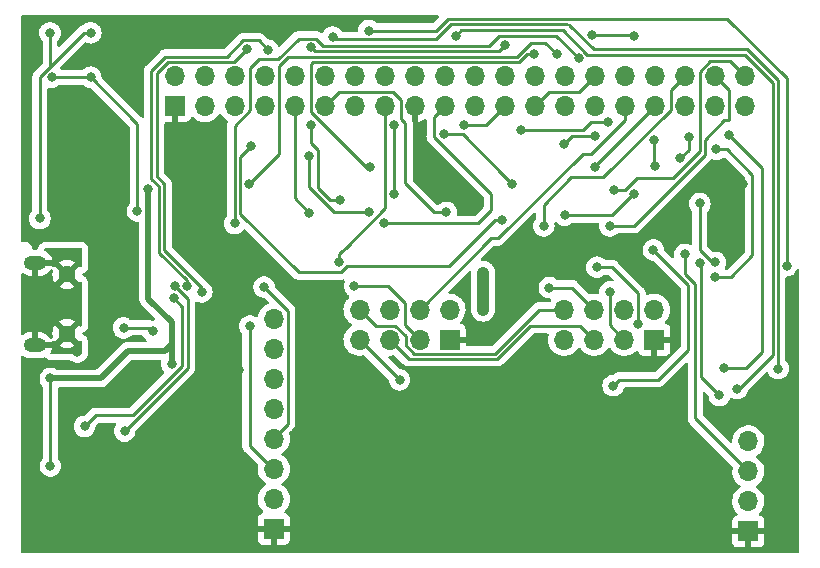
<source format=gbr>
%TF.GenerationSoftware,KiCad,Pcbnew,(6.0.9-dirty)*%
%TF.CreationDate,2022-12-30T08:50:27-06:00*%
%TF.ProjectId,parthiv_pcb_v2,70617274-6869-4765-9f70-63625f76322e,rev?*%
%TF.SameCoordinates,Original*%
%TF.FileFunction,Copper,L2,Bot*%
%TF.FilePolarity,Positive*%
%FSLAX46Y46*%
G04 Gerber Fmt 4.6, Leading zero omitted, Abs format (unit mm)*
G04 Created by KiCad (PCBNEW (6.0.9-dirty)) date 2022-12-30 08:50:27*
%MOMM*%
%LPD*%
G01*
G04 APERTURE LIST*
%TA.AperFunction,ComponentPad*%
%ADD10R,1.700000X1.700000*%
%TD*%
%TA.AperFunction,ComponentPad*%
%ADD11O,1.700000X1.700000*%
%TD*%
%TA.AperFunction,ComponentPad*%
%ADD12C,1.450000*%
%TD*%
%TA.AperFunction,ComponentPad*%
%ADD13O,1.900000X1.200000*%
%TD*%
%TA.AperFunction,ViaPad*%
%ADD14C,0.800000*%
%TD*%
%TA.AperFunction,Conductor*%
%ADD15C,0.500000*%
%TD*%
%TA.AperFunction,Conductor*%
%ADD16C,0.250000*%
%TD*%
%TA.AperFunction,Conductor*%
%ADD17C,1.000000*%
%TD*%
G04 APERTURE END LIST*
D10*
%TO.P,U3,1,VCC*%
%TO.N,+3V3*%
X157430666Y-113766000D03*
D11*
%TO.P,U3,2,GND*%
%TO.N,GND*%
X157430666Y-111226000D03*
%TO.P,U3,3,~{CSN}*%
%TO.N,GPIO7*%
X154890666Y-113766000D03*
%TO.P,U3,4,CE*%
%TO.N,GPIO5*%
X154890666Y-111226000D03*
%TO.P,U3,5,MOSI*%
%TO.N,GPIO10*%
X152350666Y-113766000D03*
%TO.P,U3,6,SCK*%
%TO.N,GPIO11*%
X152350666Y-111226000D03*
%TO.P,U3,7,IRQ*%
%TO.N,GPIO23*%
X149810666Y-113766000D03*
%TO.P,U3,8,MISO*%
%TO.N,GPIO9*%
X149810666Y-111226000D03*
%TD*%
D10*
%TO.P,J4,1,VCC*%
%TO.N,+3V3*%
X125222000Y-129794000D03*
D11*
%TO.P,J4,2,GND*%
%TO.N,GND*%
X125222000Y-127254000D03*
%TO.P,J4,3,SCL*%
%TO.N,GPIO3*%
X125222000Y-124714000D03*
%TO.P,J4,4,SDA*%
%TO.N,GPIO2*%
X125222000Y-122174000D03*
%TO.P,J4,5,XDA*%
%TO.N,unconnected-(J4-Pad5)*%
X125222000Y-119634000D03*
%TO.P,J4,6,XCL*%
%TO.N,unconnected-(J4-Pad6)*%
X125222000Y-117094000D03*
%TO.P,J4,7,AD0*%
%TO.N,GND*%
X125222000Y-114554000D03*
%TO.P,J4,8,INT*%
%TO.N,GPIO4*%
X125222000Y-112014000D03*
%TD*%
D12*
%TO.P,J3,6,Shield*%
%TO.N,GND*%
X107716500Y-113244000D03*
D13*
X105016500Y-107244000D03*
X105016500Y-114244000D03*
D12*
X107716500Y-108244000D03*
%TD*%
D10*
%TO.P,U2,1,VCC*%
%TO.N,+3V3*%
X140100000Y-113766000D03*
D11*
%TO.P,U2,2,GND*%
%TO.N,GND*%
X140100000Y-111226000D03*
%TO.P,U2,3,~{CSN}*%
%TO.N,GPIO8*%
X137560000Y-113766000D03*
%TO.P,U2,4,CE*%
%TO.N,GPIO6*%
X137560000Y-111226000D03*
%TO.P,U2,5,MOSI*%
%TO.N,GPIO10*%
X135020000Y-113766000D03*
%TO.P,U2,6,SCK*%
%TO.N,GPIO11*%
X135020000Y-111226000D03*
%TO.P,U2,7,IRQ*%
%TO.N,GPIO22*%
X132480000Y-113766000D03*
%TO.P,U2,8,MISO*%
%TO.N,GPIO9*%
X132480000Y-111226000D03*
%TD*%
D10*
%TO.P,J5,1,VCC*%
%TO.N,+3V3*%
X165404800Y-129997200D03*
D11*
%TO.P,J5,2,TRIG*%
%TO.N,GPIO26*%
X165404800Y-127457200D03*
%TO.P,J5,3,ECHO*%
%TO.N,GPIO24*%
X165404800Y-124917200D03*
%TO.P,J5,4,GND*%
%TO.N,GND*%
X165404800Y-122377200D03*
%TD*%
D10*
%TO.P,J6,1,3V3*%
%TO.N,+3V3*%
X116840000Y-93980000D03*
D11*
%TO.P,J6,2,5V*%
%TO.N,+5V*%
X116840000Y-91440000D03*
%TO.P,J6,3,SDA/GPIO2*%
%TO.N,GPIO2*%
X119380000Y-93980000D03*
%TO.P,J6,4,5V*%
%TO.N,+5V*%
X119380000Y-91440000D03*
%TO.P,J6,5,SCL/GPIO3*%
%TO.N,GPIO3*%
X121920000Y-93980000D03*
%TO.P,J6,6,GND*%
%TO.N,GND*%
X121920000Y-91440000D03*
%TO.P,J6,7,GCLK0/GPIO4*%
%TO.N,GPIO4*%
X124460000Y-93980000D03*
%TO.P,J6,8,GPIO14/TXD*%
%TO.N,GPIO14*%
X124460000Y-91440000D03*
%TO.P,J6,9,GND*%
%TO.N,GND*%
X127000000Y-93980000D03*
%TO.P,J6,10,GPIO15/RXD*%
%TO.N,GPIO15*%
X127000000Y-91440000D03*
%TO.P,J6,11,GPIO17*%
%TO.N,GPIO17*%
X129540000Y-93980000D03*
%TO.P,J6,12,GPIO18/PWM0*%
%TO.N,GPIO18*%
X129540000Y-91440000D03*
%TO.P,J6,13,GPIO27*%
%TO.N,GPIO27*%
X132080000Y-93980000D03*
%TO.P,J6,14,GND*%
%TO.N,GND*%
X132080000Y-91440000D03*
%TO.P,J6,15,GPIO22*%
%TO.N,GPIO22*%
X134620000Y-93980000D03*
%TO.P,J6,16,GPIO23*%
%TO.N,GPIO23*%
X134620000Y-91440000D03*
%TO.P,J6,17,3V3*%
%TO.N,+3V3*%
X137160000Y-93980000D03*
%TO.P,J6,18,GPIO24*%
%TO.N,GPIO24*%
X137160000Y-91440000D03*
%TO.P,J6,19,MOSI0/GPIO10*%
%TO.N,GPIO10*%
X139700000Y-93980000D03*
%TO.P,J6,20,GND*%
%TO.N,GND*%
X139700000Y-91440000D03*
%TO.P,J6,21,MISO0/GPIO9*%
%TO.N,GPIO9*%
X142240000Y-93980000D03*
%TO.P,J6,22,GPIO25*%
%TO.N,GPIO25*%
X142240000Y-91440000D03*
%TO.P,J6,23,SCLK0/GPIO11*%
%TO.N,GPIO11*%
X144780000Y-93980000D03*
%TO.P,J6,24,~{CE0}/GPIO8*%
%TO.N,GPIO8*%
X144780000Y-91440000D03*
%TO.P,J6,25,GND*%
%TO.N,GND*%
X147320000Y-93980000D03*
%TO.P,J6,26,~{CE1}/GPIO7*%
%TO.N,GPIO7*%
X147320000Y-91440000D03*
%TO.P,J6,27,ID_SD/GPIO0*%
%TO.N,GPIO0*%
X149860000Y-93980000D03*
%TO.P,J6,28,ID_SC/GPIO1*%
%TO.N,GPIO1*%
X149860000Y-91440000D03*
%TO.P,J6,29,GCLK1/GPIO5*%
%TO.N,GPIO5*%
X152400000Y-93980000D03*
%TO.P,J6,30,GND*%
%TO.N,GND*%
X152400000Y-91440000D03*
%TO.P,J6,31,GCLK2/GPIO6*%
%TO.N,GPIO6*%
X154940000Y-93980000D03*
%TO.P,J6,32,PWM0/GPIO12*%
%TO.N,GPIO12*%
X154940000Y-91440000D03*
%TO.P,J6,33,PWM1/GPIO13*%
%TO.N,GPIO13*%
X157480000Y-93980000D03*
%TO.P,J6,34,GND*%
%TO.N,GND*%
X157480000Y-91440000D03*
%TO.P,J6,35,GPIO19/MISO1*%
%TO.N,GPIO19*%
X160020000Y-93980000D03*
%TO.P,J6,36,GPIO16*%
%TO.N,GPIO16*%
X160020000Y-91440000D03*
%TO.P,J6,37,GPIO26*%
%TO.N,GPIO26*%
X162560000Y-93980000D03*
%TO.P,J6,38,GPIO20/MOSI1*%
%TO.N,GPIO20*%
X162560000Y-91440000D03*
%TO.P,J6,39,GND*%
%TO.N,GND*%
X165100000Y-93980000D03*
%TO.P,J6,40,GPIO21/SCLK1*%
%TO.N,GPIO21*%
X165100000Y-91440000D03*
%TD*%
D14*
%TO.N,+3V3*%
X114750000Y-116000000D03*
X141070000Y-100630000D03*
X146837400Y-109651800D03*
X164973000Y-100584000D03*
X138500000Y-101000000D03*
X163830000Y-102235000D03*
X122300000Y-116300000D03*
%TO.N,+5V*%
X106300000Y-124460000D03*
X116586000Y-115824000D03*
X106300000Y-117050000D03*
X114600000Y-101000000D03*
%TO.N,GND*%
X105918000Y-109474000D03*
X142944000Y-108100000D03*
X142944000Y-111226000D03*
X108600000Y-114800000D03*
X105918000Y-112014000D03*
X128200000Y-103000000D03*
%TO.N,/CP2102N/USBD+*%
X115000000Y-113050000D03*
X112500000Y-112760000D03*
%TO.N,/CP2102N/nTXLED*%
X116750000Y-110250000D03*
X109200000Y-121100000D03*
%TO.N,GPIO27*%
X162610800Y-107213400D03*
X161290000Y-102235000D03*
X133250000Y-87590000D03*
X168634500Y-107500000D03*
%TO.N,GPIO2*%
X124400000Y-109300000D03*
%TO.N,GPIO3*%
X123200000Y-112600000D03*
%TO.N,GPIO14*%
X119126000Y-109728000D03*
X144526000Y-103632000D03*
X123300000Y-97350000D03*
X122936000Y-89154000D03*
%TO.N,GPIO15*%
X145415000Y-100584000D03*
X124750000Y-89250000D03*
X117856000Y-109220000D03*
X139598400Y-96367600D03*
%TO.N,GPIO17*%
X139827000Y-102997000D03*
%TO.N,GPIO18*%
X130210000Y-88150000D03*
X167910000Y-116214400D03*
%TO.N,GPIO22*%
X135874000Y-117160000D03*
X157353000Y-106172000D03*
X130780000Y-107150000D03*
X153949400Y-117652800D03*
%TO.N,GPIO23*%
X140640000Y-88020000D03*
X155702000Y-101473000D03*
X164439600Y-117906800D03*
X149860000Y-103225000D03*
%TO.N,GPIO24*%
X157480000Y-99060000D03*
X157400000Y-96860000D03*
X160020000Y-106553000D03*
X146130000Y-96000000D03*
X153500000Y-95370000D03*
%TO.N,GPIO10*%
X134575000Y-103925000D03*
%TO.N,GPIO9*%
X133320500Y-102929500D03*
X128200000Y-98175000D03*
%TO.N,GPIO25*%
X155720850Y-88019150D03*
X160390000Y-96600000D03*
X159634701Y-98420701D03*
X152200000Y-88000000D03*
%TO.N,GPIO11*%
X141350000Y-95550000D03*
X148549000Y-109351000D03*
X135415000Y-101409000D03*
X135415000Y-95550000D03*
%TO.N,GPIO8*%
X128350000Y-89000000D03*
X130800000Y-101975000D03*
X144775000Y-88825000D03*
X128350000Y-95625000D03*
X132050000Y-109220000D03*
%TO.N,GPIO7*%
X153670000Y-109728000D03*
%TO.N,GPIO0*%
X121900000Y-103925000D03*
X151050000Y-89925000D03*
%TO.N,GPIO1*%
X123100000Y-100600000D03*
X149180000Y-89600000D03*
%TO.N,GPIO5*%
X162560000Y-108475000D03*
X149775000Y-97225000D03*
X162687000Y-97637600D03*
X152400000Y-96500000D03*
%TO.N,GPIO12*%
X133370000Y-99130000D03*
X147270000Y-89590000D03*
%TO.N,GPIO13*%
X152400000Y-99187000D03*
%TO.N,GPIO19*%
X163322000Y-116205000D03*
X152583000Y-107625000D03*
X163770000Y-96430000D03*
X156050000Y-112450000D03*
%TO.N,GPIO16*%
X148082000Y-104140000D03*
%TO.N,GPIO26*%
X161290000Y-107315000D03*
X162941000Y-118491000D03*
%TO.N,GPIO20*%
X153670000Y-104140000D03*
%TO.N,GPIO21*%
X154051000Y-101092000D03*
%TO.N,VBUS*%
X106426000Y-91543000D03*
X109728000Y-91543000D03*
X113665000Y-102870000D03*
%TO.N,/CP2102N/nRESET*%
X106273600Y-87781000D03*
X105410000Y-103505000D03*
X109728000Y-87781000D03*
%TO.N,/CP2102N/nRXLED*%
X112600000Y-121500000D03*
X116840000Y-109220000D03*
%TD*%
D15*
%TO.N,+5V*%
X110550000Y-117050000D02*
X106300000Y-117050000D01*
X116586000Y-114173000D02*
X116039000Y-114720000D01*
X114600000Y-101000000D02*
X114600000Y-110297918D01*
X116586000Y-112283918D02*
X116586000Y-114173000D01*
X116039000Y-114720000D02*
X112880000Y-114720000D01*
D16*
X106300000Y-117050000D02*
X106300000Y-124460000D01*
D15*
X116586000Y-114173000D02*
X116586000Y-115824000D01*
X112880000Y-114720000D02*
X110550000Y-117050000D01*
X114600000Y-110297918D02*
X116586000Y-112283918D01*
D16*
%TO.N,GND*%
X127000000Y-93980000D02*
X127000000Y-101800000D01*
X148495000Y-92805000D02*
X151035000Y-92805000D01*
X147320000Y-93980000D02*
X148495000Y-92805000D01*
X151035000Y-92805000D02*
X152400000Y-91440000D01*
D17*
X142944000Y-108100000D02*
X142944000Y-111226000D01*
D16*
X127000000Y-101800000D02*
X128200000Y-103000000D01*
%TO.N,/CP2102N/USBD+*%
X114710000Y-112760000D02*
X115000000Y-113050000D01*
X112500000Y-112760000D02*
X114710000Y-112760000D01*
%TO.N,/CP2102N/nTXLED*%
X113285305Y-120150000D02*
X117475000Y-115960305D01*
X113285305Y-120150000D02*
X110150000Y-120150000D01*
X116750000Y-110250000D02*
X116750000Y-110273000D01*
X117475000Y-110998000D02*
X117475000Y-115960305D01*
X110150000Y-120150000D02*
X109200000Y-121100000D01*
X116750000Y-110273000D02*
X117475000Y-110998000D01*
%TO.N,GPIO27*%
X163580000Y-86580000D02*
X168634500Y-91634500D01*
X162331400Y-107213400D02*
X162610800Y-107213400D01*
X139970000Y-86580000D02*
X163580000Y-86580000D01*
X133250000Y-87590000D02*
X138960000Y-87590000D01*
X161290000Y-106172000D02*
X162331400Y-107213400D01*
X168634500Y-91634500D02*
X168634500Y-107500000D01*
X161290000Y-102235000D02*
X161290000Y-106172000D01*
X138960000Y-87590000D02*
X139970000Y-86580000D01*
%TO.N,GPIO2*%
X124400000Y-109300000D02*
X126397000Y-111297000D01*
X126397000Y-120877000D02*
X125115000Y-122159000D01*
X126397000Y-111297000D02*
X126397000Y-120877000D01*
%TO.N,GPIO3*%
X123200000Y-112600000D02*
X123200000Y-122784000D01*
X123200000Y-122784000D02*
X125115000Y-124699000D01*
%TO.N,GPIO14*%
X140040000Y-107540000D02*
X131415305Y-107540000D01*
X130905305Y-108050000D02*
X127320000Y-108050000D01*
X144526000Y-103632000D02*
X143948000Y-103632000D01*
X116237000Y-90265000D02*
X115316000Y-91186000D01*
X115950000Y-106200000D02*
X119126000Y-109376000D01*
X131415305Y-107540000D02*
X130905305Y-108050000D01*
X122375000Y-103105000D02*
X122375000Y-98275000D01*
X121835000Y-90265000D02*
X116237000Y-90265000D01*
X122375000Y-98275000D02*
X123300000Y-97350000D01*
X115316000Y-99938299D02*
X115950000Y-100572299D01*
X115316000Y-91186000D02*
X115316000Y-99938299D01*
X127320000Y-108050000D02*
X122375000Y-103105000D01*
X143948000Y-103632000D02*
X140040000Y-107540000D01*
X122800000Y-89300000D02*
X121835000Y-90265000D01*
X115950000Y-100572299D02*
X115950000Y-106200000D01*
X119126000Y-109376000D02*
X119126000Y-109728000D01*
%TO.N,GPIO15*%
X123929000Y-88429000D02*
X122635695Y-88429000D01*
X114866000Y-90999604D02*
X114866000Y-100124695D01*
X115500000Y-100758695D02*
X115500000Y-106390000D01*
X117856000Y-108746000D02*
X117856000Y-109220000D01*
X121259695Y-89805000D02*
X121259695Y-89815000D01*
X121259695Y-89815000D02*
X116050604Y-89815000D01*
X122635695Y-88429000D02*
X121259695Y-89805000D01*
X144740000Y-99900000D02*
X144740000Y-99909000D01*
X116050604Y-89815000D02*
X114866000Y-90999604D01*
X124750000Y-89250000D02*
X123929000Y-88429000D01*
X114866000Y-100124695D02*
X115500000Y-100758695D01*
X144740000Y-99909000D02*
X145415000Y-100584000D01*
X141207600Y-96367600D02*
X144740000Y-99900000D01*
X115500000Y-106390000D02*
X117856000Y-108746000D01*
X139598400Y-96367600D02*
X141207600Y-96367600D01*
%TO.N,GPIO17*%
X129540000Y-93980000D02*
X130715000Y-92805000D01*
X136335000Y-100515000D02*
X138817000Y-102997000D01*
X135296701Y-92805000D02*
X135985000Y-93493299D01*
X135985000Y-93493299D02*
X135985000Y-95095000D01*
X135985000Y-95095000D02*
X136335000Y-95445000D01*
X130715000Y-92805000D02*
X135296701Y-92805000D01*
X138817000Y-102997000D02*
X139827000Y-102997000D01*
X136335000Y-95445000D02*
X136335000Y-100515000D01*
%TO.N,GPIO18*%
X167910000Y-91813604D02*
X167910000Y-116214400D01*
X130383604Y-88323604D02*
X138936396Y-88323604D01*
X140190000Y-87070000D02*
X150080000Y-87070000D01*
X152294695Y-89174695D02*
X165271091Y-89174695D01*
X130210000Y-88150000D02*
X130383604Y-88323604D01*
X138936396Y-88323604D02*
X140190000Y-87070000D01*
X150210000Y-87090000D02*
X152294695Y-89174695D01*
X165271091Y-89174695D02*
X167910000Y-91813604D01*
%TO.N,GPIO22*%
X160290000Y-114615305D02*
X157745305Y-117160000D01*
X131300000Y-105970000D02*
X131010000Y-106260000D01*
X135874000Y-117160000D02*
X132480000Y-113766000D01*
X131010000Y-106260000D02*
X130780000Y-106490000D01*
X130780000Y-106490000D02*
X130780000Y-107150000D01*
X153949400Y-117652800D02*
X154442200Y-117160000D01*
X131305000Y-105970000D02*
X134620000Y-102655000D01*
X134620000Y-102655000D02*
X134620000Y-93980000D01*
X154442200Y-117160000D02*
X157745305Y-117160000D01*
X157353000Y-106172000D02*
X160290000Y-109109000D01*
X160290000Y-109109000D02*
X160290000Y-114615305D01*
X131305000Y-105970000D02*
X131300000Y-105970000D01*
%TO.N,GPIO23*%
X155702000Y-101473000D02*
X155627000Y-101473000D01*
X149730305Y-87580000D02*
X141080000Y-87580000D01*
X167460000Y-92000000D02*
X165084695Y-89624695D01*
X155627000Y-101473000D02*
X153875000Y-103225000D01*
X164592000Y-117906800D02*
X167460000Y-115038800D01*
X165084695Y-89624695D02*
X151775000Y-89624695D01*
X151775000Y-89624695D02*
X149730305Y-87580000D01*
X167460000Y-115038800D02*
X167460000Y-92000000D01*
X164439600Y-117906800D02*
X164592000Y-117906800D01*
X141080000Y-87580000D02*
X140640000Y-88020000D01*
X153875000Y-103225000D02*
X149860000Y-103225000D01*
%TO.N,GPIO24*%
X157400000Y-96860000D02*
X157400000Y-98980000D01*
X160020000Y-108202604D02*
X160909000Y-109091604D01*
X151440000Y-96000000D02*
X151980000Y-95460000D01*
X160909000Y-109091604D02*
X160909000Y-120421400D01*
X152070000Y-95370000D02*
X153500000Y-95370000D01*
X160909000Y-120421400D02*
X165404800Y-124917200D01*
X151980000Y-95460000D02*
X152070000Y-95370000D01*
X157400000Y-98980000D02*
X157480000Y-99060000D01*
X160020000Y-106553000D02*
X160020000Y-108202604D01*
X146130000Y-96000000D02*
X151440000Y-96000000D01*
%TO.N,GPIO10*%
X151175666Y-112591000D02*
X152350666Y-113766000D01*
X136654000Y-115400000D02*
X144120695Y-115400000D01*
X146929695Y-112591000D02*
X151175666Y-112591000D01*
X143620000Y-102800000D02*
X143620000Y-101414505D01*
X138785600Y-96580105D02*
X138785600Y-94894400D01*
X142495000Y-103925000D02*
X143620000Y-102800000D01*
X134575000Y-103925000D02*
X142495000Y-103925000D01*
X138785600Y-94894400D02*
X139700000Y-93980000D01*
X144120695Y-115400000D02*
X146929695Y-112591000D01*
X135020000Y-113766000D02*
X136654000Y-115400000D01*
X143620000Y-101414505D02*
X138785600Y-96580105D01*
%TO.N,GPIO9*%
X133845000Y-112591000D02*
X135506701Y-112591000D01*
X136375000Y-113459299D02*
X136375000Y-114242701D01*
X135506701Y-112591000D02*
X136375000Y-113459299D01*
X128200000Y-100825000D02*
X130304500Y-102929500D01*
X147658299Y-111226000D02*
X149810666Y-111226000D01*
X143934299Y-114950000D02*
X147658299Y-111226000D01*
X137082299Y-114950000D02*
X143934299Y-114950000D01*
X128200000Y-98175000D02*
X128200000Y-100825000D01*
X130304500Y-102929500D02*
X133320500Y-102929500D01*
X136375000Y-114242701D02*
X137082299Y-114950000D01*
X132480000Y-111226000D02*
X133845000Y-112591000D01*
%TO.N,GPIO25*%
X160390000Y-97665402D02*
X159634701Y-98420701D01*
X155701701Y-88000000D02*
X152200000Y-88000000D01*
X160390000Y-96600000D02*
X160390000Y-97665402D01*
%TO.N,GPIO11*%
X148549000Y-109351000D02*
X150475666Y-109351000D01*
X150475666Y-109351000D02*
X152350666Y-111226000D01*
X135415000Y-101409000D02*
X135415000Y-95550000D01*
X141350000Y-95550000D02*
X143210000Y-95550000D01*
X143210000Y-95550000D02*
X144780000Y-93980000D01*
%TO.N,GPIO8*%
X132050000Y-109220000D02*
X134865701Y-109220000D01*
X130825000Y-89350000D02*
X144250000Y-89350000D01*
X144250000Y-89350000D02*
X144775000Y-88825000D01*
X134865701Y-109220000D02*
X136325000Y-110679299D01*
X128700000Y-89350000D02*
X130825000Y-89350000D01*
X136325000Y-112531000D02*
X137560000Y-113766000D01*
X128350000Y-89000000D02*
X128700000Y-89350000D01*
X130800000Y-101975000D02*
X129986396Y-101975000D01*
X128350000Y-97125000D02*
X128350000Y-95625000D01*
X128925000Y-97700000D02*
X128350000Y-97125000D01*
X129986396Y-101975000D02*
X128925000Y-100913604D01*
X136325000Y-110679299D02*
X136325000Y-112531000D01*
X128925000Y-100913604D02*
X128925000Y-97700000D01*
%TO.N,GPIO7*%
X153670000Y-109728000D02*
X153670000Y-112545334D01*
X153670000Y-112545334D02*
X154890666Y-113766000D01*
%TO.N,GPIO0*%
X143460000Y-88900000D02*
X129380000Y-88900000D01*
X128755000Y-88275000D02*
X127325000Y-88275000D01*
X151050000Y-89925000D02*
X149155000Y-88030000D01*
X129380000Y-88900000D02*
X128755000Y-88275000D01*
X149155000Y-88030000D02*
X144330000Y-88030000D01*
X144330000Y-88030000D02*
X143460000Y-88900000D01*
X121900000Y-95661701D02*
X121900000Y-103925000D01*
X123225000Y-94336701D02*
X121900000Y-95661701D01*
X123225000Y-90775000D02*
X123225000Y-94336701D01*
X125600000Y-90000000D02*
X124000000Y-90000000D01*
X124000000Y-90000000D02*
X123225000Y-90775000D01*
X127325000Y-88275000D02*
X125600000Y-90000000D01*
%TO.N,GPIO1*%
X126450000Y-89800000D02*
X145833604Y-89800000D01*
X125635000Y-90615000D02*
X126450000Y-89800000D01*
X147003604Y-88630000D02*
X148210000Y-88630000D01*
X123100000Y-100600000D02*
X125635000Y-98065000D01*
X145833604Y-89800000D02*
X147003604Y-88630000D01*
X148210000Y-88630000D02*
X149180000Y-89600000D01*
X125635000Y-98065000D02*
X125635000Y-90615000D01*
%TO.N,GPIO5*%
X162699400Y-97650000D02*
X162687000Y-97637600D01*
X163600000Y-97650000D02*
X162699400Y-97650000D01*
X163600000Y-97650000D02*
X165750000Y-99800000D01*
X150500000Y-96500000D02*
X149775000Y-97225000D01*
X152400000Y-96500000D02*
X150500000Y-96500000D01*
X165750000Y-106625000D02*
X163900000Y-108475000D01*
X162560000Y-108475000D02*
X163900000Y-108475000D01*
X165750000Y-99800000D02*
X165750000Y-106625000D01*
%TO.N,GPIO6*%
X137560000Y-111226000D02*
X143616000Y-105170000D01*
X151361000Y-98003695D02*
X152118386Y-98003695D01*
X143616000Y-105170000D02*
X144194695Y-105170000D01*
X152118386Y-98003695D02*
X154940000Y-95182081D01*
X154940000Y-95182081D02*
X154940000Y-93980000D01*
X144194695Y-105170000D02*
X151361000Y-98003695D01*
%TO.N,GPIO12*%
X128360000Y-90430000D02*
X128540000Y-90250000D01*
X128540000Y-90250000D02*
X146020000Y-90250000D01*
X146020000Y-90250000D02*
X146680000Y-89590000D01*
X128360000Y-94461701D02*
X133028299Y-99130000D01*
X128360000Y-94461701D02*
X128360000Y-90430000D01*
X133028299Y-99130000D02*
X133370000Y-99130000D01*
X146680000Y-89590000D02*
X147270000Y-89590000D01*
%TO.N,GPIO13*%
X157480000Y-93980000D02*
X152400000Y-99060000D01*
X152400000Y-99060000D02*
X152400000Y-99187000D01*
%TO.N,GPIO19*%
X152583000Y-107625000D02*
X153850000Y-107625000D01*
X156065666Y-109840666D02*
X156065666Y-112434334D01*
X163770000Y-96430000D02*
X166529000Y-99189000D01*
X153850000Y-107625000D02*
X156065666Y-109840666D01*
X165164000Y-116205000D02*
X166529000Y-114840000D01*
X166529000Y-99189000D02*
X166529000Y-114840000D01*
X163322000Y-116205000D02*
X165164000Y-116205000D01*
%TO.N,GPIO16*%
X158840000Y-92620000D02*
X160020000Y-91440000D01*
X148082000Y-102328000D02*
X150400000Y-100010000D01*
X158840000Y-94281701D02*
X158840000Y-92620000D01*
X153111701Y-100010000D02*
X158840000Y-94281701D01*
X150400000Y-100010000D02*
X153111701Y-100010000D01*
X148082000Y-104140000D02*
X148082000Y-102328000D01*
%TO.N,GPIO26*%
X161359000Y-112649000D02*
X161359000Y-116909000D01*
X161359000Y-116909000D02*
X162941000Y-118491000D01*
X161290000Y-107315000D02*
X161359000Y-107384000D01*
X161359000Y-107384000D02*
X161359000Y-112649000D01*
%TO.N,GPIO20*%
X155702000Y-104140000D02*
X153670000Y-104140000D01*
X161720000Y-96852000D02*
X161720000Y-98122000D01*
X163376305Y-95195695D02*
X161720000Y-96852000D01*
X161720000Y-98122000D02*
X155702000Y-104140000D01*
X163735000Y-95195695D02*
X163376305Y-95195695D01*
X162560000Y-91440000D02*
X163735000Y-92615000D01*
X163735000Y-92615000D02*
X163735000Y-95195695D01*
%TO.N,GPIO21*%
X161270000Y-97810000D02*
X159004000Y-100076000D01*
X159004000Y-100076000D02*
X155956000Y-100076000D01*
X161270000Y-91068299D02*
X161270000Y-97810000D01*
X163870000Y-90210000D02*
X162128299Y-90210000D01*
X155956000Y-100076000D02*
X154940000Y-101092000D01*
X162128299Y-90210000D02*
X161270000Y-91068299D01*
X154940000Y-101092000D02*
X154051000Y-101092000D01*
X165100000Y-91440000D02*
X163870000Y-90210000D01*
%TO.N,VBUS*%
X109728000Y-91543000D02*
X106426000Y-91543000D01*
X109728000Y-91543000D02*
X113665000Y-95480000D01*
X113665000Y-95480000D02*
X113665000Y-102870000D01*
%TO.N,/CP2102N/nRESET*%
X109162695Y-87781000D02*
X109728000Y-87781000D01*
X106273600Y-87781000D02*
X106273600Y-90670095D01*
X105410000Y-91533695D02*
X109162695Y-87781000D01*
X105410000Y-103505000D02*
X105410000Y-91533695D01*
X106273600Y-90670095D02*
X105410000Y-91533695D01*
%TO.N,/CP2102N/nRXLED*%
X117925000Y-116175000D02*
X117925000Y-110314305D01*
X112600000Y-121500000D02*
X117925000Y-116175000D01*
X117925000Y-110314305D02*
X116840000Y-109229305D01*
X116840000Y-109229305D02*
X116840000Y-109220000D01*
%TD*%
%TA.AperFunction,Conductor*%
%TO.N,GND*%
G36*
X108942121Y-106020002D02*
G01*
X108988614Y-106073658D01*
X109000000Y-106126000D01*
X109000000Y-107527737D01*
X108979998Y-107595858D01*
X108926342Y-107642351D01*
X108856068Y-107652455D01*
X108791488Y-107622961D01*
X108770788Y-107600009D01*
X108760141Y-107584804D01*
X108749661Y-107576427D01*
X108736215Y-107583495D01*
X108088522Y-108231188D01*
X108080908Y-108245132D01*
X108081039Y-108246965D01*
X108085290Y-108253580D01*
X108736936Y-108905226D01*
X108748711Y-108911656D01*
X108760727Y-108902359D01*
X108770788Y-108887991D01*
X108826245Y-108843663D01*
X108896865Y-108836355D01*
X108960225Y-108868387D01*
X108996209Y-108929588D01*
X109000000Y-108960263D01*
X109000000Y-112527737D01*
X108979998Y-112595858D01*
X108926342Y-112642351D01*
X108856068Y-112652455D01*
X108791488Y-112622961D01*
X108770788Y-112600009D01*
X108760141Y-112584804D01*
X108749661Y-112576427D01*
X108736215Y-112583495D01*
X108088522Y-113231188D01*
X108080908Y-113245132D01*
X108081039Y-113246965D01*
X108085290Y-113253580D01*
X108736936Y-113905226D01*
X108748711Y-113911656D01*
X108760727Y-113902359D01*
X108770788Y-113887991D01*
X108826245Y-113843663D01*
X108896865Y-113836355D01*
X108960225Y-113868387D01*
X108996209Y-113929588D01*
X109000000Y-113960263D01*
X109000000Y-114874000D01*
X108979998Y-114942121D01*
X108926342Y-114988614D01*
X108874000Y-115000000D01*
X106427665Y-115000000D01*
X106359544Y-114979998D01*
X106313051Y-114926342D01*
X106302947Y-114856068D01*
X106318601Y-114810905D01*
X106375510Y-114712533D01*
X106380484Y-114701669D01*
X106445907Y-114513273D01*
X106446148Y-114512284D01*
X106444680Y-114501992D01*
X106431115Y-114498000D01*
X104888500Y-114498000D01*
X104820379Y-114477998D01*
X104773886Y-114424342D01*
X104762500Y-114372000D01*
X104762500Y-114276211D01*
X107048844Y-114276211D01*
X107058140Y-114288226D01*
X107093137Y-114312731D01*
X107102632Y-114318214D01*
X107288196Y-114404744D01*
X107298488Y-114408490D01*
X107496259Y-114461482D01*
X107507054Y-114463385D01*
X107711025Y-114481231D01*
X107721975Y-114481231D01*
X107925946Y-114463385D01*
X107936741Y-114461482D01*
X108134512Y-114408490D01*
X108144804Y-114404744D01*
X108330368Y-114318214D01*
X108339863Y-114312731D01*
X108375697Y-114287640D01*
X108384073Y-114277161D01*
X108377005Y-114263715D01*
X107729312Y-113616022D01*
X107715368Y-113608408D01*
X107713535Y-113608539D01*
X107706920Y-113612790D01*
X107055274Y-114264436D01*
X107048844Y-114276211D01*
X104762500Y-114276211D01*
X104762500Y-113971885D01*
X105270500Y-113971885D01*
X105274975Y-113987124D01*
X105276365Y-113988329D01*
X105284048Y-113990000D01*
X106426902Y-113990000D01*
X106440432Y-113986027D01*
X106444596Y-113957062D01*
X106474089Y-113892481D01*
X106533815Y-113854097D01*
X106604812Y-113854097D01*
X106664538Y-113892480D01*
X106672525Y-113902720D01*
X106672858Y-113903195D01*
X106683339Y-113911573D01*
X106696785Y-113904505D01*
X107344478Y-113256812D01*
X107352092Y-113242868D01*
X107351961Y-113241035D01*
X107347710Y-113234420D01*
X106696064Y-112582774D01*
X106684289Y-112576344D01*
X106672274Y-112585640D01*
X106647769Y-112620637D01*
X106642286Y-112630132D01*
X106555756Y-112815696D01*
X106552010Y-112825988D01*
X106499018Y-113023759D01*
X106497115Y-113034554D01*
X106479269Y-113238525D01*
X106479269Y-113249475D01*
X106497115Y-113453446D01*
X106499018Y-113464238D01*
X106515927Y-113527344D01*
X106514237Y-113598321D01*
X106474443Y-113657117D01*
X106409179Y-113685065D01*
X106339165Y-113673292D01*
X106291451Y-113632856D01*
X106212538Y-113521610D01*
X106204739Y-113512575D01*
X106060669Y-113374658D01*
X106051304Y-113367262D01*
X105883759Y-113259079D01*
X105873155Y-113253583D01*
X105688188Y-113179039D01*
X105676730Y-113175645D01*
X105479572Y-113137143D01*
X105470709Y-113136066D01*
X105468000Y-113136000D01*
X105288615Y-113136000D01*
X105273376Y-113140475D01*
X105272171Y-113141865D01*
X105270500Y-113149548D01*
X105270500Y-113971885D01*
X104762500Y-113971885D01*
X104762500Y-113154115D01*
X104758025Y-113138876D01*
X104756635Y-113137671D01*
X104748952Y-113136000D01*
X104616668Y-113136000D01*
X104610692Y-113136285D01*
X104462006Y-113150471D01*
X104450272Y-113152730D01*
X104258901Y-113208872D01*
X104247825Y-113213302D01*
X104070522Y-113304619D01*
X104060476Y-113311069D01*
X104023533Y-113340088D01*
X103957608Y-113366438D01*
X103887902Y-113352963D01*
X103836546Y-113303942D01*
X103819700Y-113241002D01*
X103819700Y-112210839D01*
X107048927Y-112210839D01*
X107055995Y-112224285D01*
X107703688Y-112871978D01*
X107717632Y-112879592D01*
X107719465Y-112879461D01*
X107726080Y-112875210D01*
X108377726Y-112223564D01*
X108384156Y-112211789D01*
X108374860Y-112199774D01*
X108339863Y-112175269D01*
X108330368Y-112169786D01*
X108144804Y-112083256D01*
X108134512Y-112079510D01*
X107936741Y-112026518D01*
X107925946Y-112024615D01*
X107721975Y-112006769D01*
X107711025Y-112006769D01*
X107507054Y-112024615D01*
X107496259Y-112026518D01*
X107298488Y-112079510D01*
X107288196Y-112083256D01*
X107102632Y-112169786D01*
X107093137Y-112175269D01*
X107057303Y-112200360D01*
X107048927Y-112210839D01*
X103819700Y-112210839D01*
X103819700Y-109276211D01*
X107048844Y-109276211D01*
X107058140Y-109288226D01*
X107093137Y-109312731D01*
X107102632Y-109318214D01*
X107288196Y-109404744D01*
X107298488Y-109408490D01*
X107496259Y-109461482D01*
X107507054Y-109463385D01*
X107711025Y-109481231D01*
X107721975Y-109481231D01*
X107925946Y-109463385D01*
X107936741Y-109461482D01*
X108134512Y-109408490D01*
X108144804Y-109404744D01*
X108330368Y-109318214D01*
X108339863Y-109312731D01*
X108375697Y-109287640D01*
X108384073Y-109277161D01*
X108377005Y-109263715D01*
X107729312Y-108616022D01*
X107715368Y-108608408D01*
X107713535Y-108608539D01*
X107706920Y-108612790D01*
X107055274Y-109264436D01*
X107048844Y-109276211D01*
X103819700Y-109276211D01*
X103819700Y-108247480D01*
X103839702Y-108179359D01*
X103893358Y-108132866D01*
X103963632Y-108122762D01*
X104014048Y-108141628D01*
X104149241Y-108228921D01*
X104159845Y-108234417D01*
X104344812Y-108308961D01*
X104356270Y-108312355D01*
X104553428Y-108350857D01*
X104562291Y-108351934D01*
X104565000Y-108352000D01*
X104744385Y-108352000D01*
X104759624Y-108347525D01*
X104760829Y-108346135D01*
X104762500Y-108338452D01*
X104762500Y-108333885D01*
X105270500Y-108333885D01*
X105274975Y-108349124D01*
X105276365Y-108350329D01*
X105284048Y-108352000D01*
X105416332Y-108352000D01*
X105422308Y-108351715D01*
X105570994Y-108337529D01*
X105582728Y-108335270D01*
X105774099Y-108279128D01*
X105785175Y-108274698D01*
X105962478Y-108183381D01*
X105972524Y-108176931D01*
X106129357Y-108053738D01*
X106138006Y-108045501D01*
X106268712Y-107894877D01*
X106275647Y-107885153D01*
X106283275Y-107871968D01*
X106334700Y-107823019D01*
X106404426Y-107809644D01*
X106470314Y-107836089D01*
X106511445Y-107893957D01*
X106514046Y-107967674D01*
X106499018Y-108023759D01*
X106497115Y-108034554D01*
X106479269Y-108238525D01*
X106479269Y-108249475D01*
X106497115Y-108453446D01*
X106499018Y-108464241D01*
X106552010Y-108662012D01*
X106555756Y-108672304D01*
X106642286Y-108857868D01*
X106647769Y-108867363D01*
X106672860Y-108903197D01*
X106683339Y-108911573D01*
X106696785Y-108904505D01*
X107344478Y-108256812D01*
X107352092Y-108242868D01*
X107351961Y-108241035D01*
X107347710Y-108234420D01*
X106696064Y-107582774D01*
X106684289Y-107576344D01*
X106657139Y-107597349D01*
X106656197Y-107596132D01*
X106620570Y-107624610D01*
X106549951Y-107631920D01*
X106486590Y-107599889D01*
X106450605Y-107538688D01*
X106448075Y-107525799D01*
X106444680Y-107501992D01*
X106431115Y-107498000D01*
X105288615Y-107498000D01*
X105273376Y-107502475D01*
X105272171Y-107503865D01*
X105270500Y-107511548D01*
X105270500Y-108333885D01*
X104762500Y-108333885D01*
X104762500Y-107210839D01*
X107048927Y-107210839D01*
X107055995Y-107224285D01*
X107703688Y-107871978D01*
X107717632Y-107879592D01*
X107719465Y-107879461D01*
X107726080Y-107875210D01*
X108377726Y-107223564D01*
X108384156Y-107211789D01*
X108374860Y-107199774D01*
X108339863Y-107175269D01*
X108330368Y-107169786D01*
X108144804Y-107083256D01*
X108134512Y-107079510D01*
X107936741Y-107026518D01*
X107925946Y-107024615D01*
X107721975Y-107006769D01*
X107711025Y-107006769D01*
X107507054Y-107024615D01*
X107496259Y-107026518D01*
X107298488Y-107079510D01*
X107288196Y-107083256D01*
X107102632Y-107169786D01*
X107093137Y-107175269D01*
X107057303Y-107200360D01*
X107048927Y-107210839D01*
X104762500Y-107210839D01*
X104762500Y-107116000D01*
X104782502Y-107047879D01*
X104836158Y-107001386D01*
X104888500Y-106990000D01*
X106426902Y-106990000D01*
X106440433Y-106986027D01*
X106441788Y-106976601D01*
X106420306Y-106887463D01*
X106416417Y-106876168D01*
X106333871Y-106694618D01*
X106327924Y-106684276D01*
X106212532Y-106521603D01*
X106204739Y-106512575D01*
X106060669Y-106374658D01*
X106051304Y-106367262D01*
X105883759Y-106259079D01*
X105873155Y-106253583D01*
X105846563Y-106242866D01*
X105790857Y-106198851D01*
X105767790Y-106131706D01*
X105784687Y-106062749D01*
X105836182Y-106013874D01*
X105893661Y-106000000D01*
X108874000Y-106000000D01*
X108942121Y-106020002D01*
G37*
%TD.AperFunction*%
%TD*%
%TA.AperFunction,Conductor*%
%TO.N,+3V3*%
G36*
X139155526Y-86282502D02*
G01*
X139202019Y-86336158D01*
X139212123Y-86406432D01*
X139182629Y-86471012D01*
X139176504Y-86477592D01*
X138934261Y-86719834D01*
X138734499Y-86919596D01*
X138672187Y-86953621D01*
X138645404Y-86956500D01*
X133958200Y-86956500D01*
X133890079Y-86936498D01*
X133870853Y-86920157D01*
X133870580Y-86920460D01*
X133865668Y-86916037D01*
X133861253Y-86911134D01*
X133839671Y-86895454D01*
X133712094Y-86802763D01*
X133712093Y-86802762D01*
X133706752Y-86798882D01*
X133700724Y-86796198D01*
X133700722Y-86796197D01*
X133538319Y-86723891D01*
X133538318Y-86723891D01*
X133532288Y-86721206D01*
X133438887Y-86701353D01*
X133351944Y-86682872D01*
X133351939Y-86682872D01*
X133345487Y-86681500D01*
X133154513Y-86681500D01*
X133148061Y-86682872D01*
X133148056Y-86682872D01*
X133061112Y-86701353D01*
X132967712Y-86721206D01*
X132961682Y-86723891D01*
X132961681Y-86723891D01*
X132799278Y-86796197D01*
X132799276Y-86796198D01*
X132793248Y-86798882D01*
X132638747Y-86911134D01*
X132634326Y-86916044D01*
X132634325Y-86916045D01*
X132564348Y-86993763D01*
X132510960Y-87053056D01*
X132472675Y-87119367D01*
X132438362Y-87178800D01*
X132415473Y-87218444D01*
X132356458Y-87400072D01*
X132347225Y-87487924D01*
X132337834Y-87577274D01*
X132310821Y-87642931D01*
X132252600Y-87683561D01*
X132212524Y-87690104D01*
X131066270Y-87690104D01*
X130998149Y-87670102D01*
X130957152Y-87627106D01*
X130952341Y-87618774D01*
X130949040Y-87613056D01*
X130821253Y-87471134D01*
X130666752Y-87358882D01*
X130660724Y-87356198D01*
X130660722Y-87356197D01*
X130498319Y-87283891D01*
X130498318Y-87283891D01*
X130492288Y-87281206D01*
X130398887Y-87261353D01*
X130311944Y-87242872D01*
X130311939Y-87242872D01*
X130305487Y-87241500D01*
X130114513Y-87241500D01*
X130108061Y-87242872D01*
X130108056Y-87242872D01*
X130021113Y-87261353D01*
X129927712Y-87281206D01*
X129921682Y-87283891D01*
X129921681Y-87283891D01*
X129759278Y-87356197D01*
X129759276Y-87356198D01*
X129753248Y-87358882D01*
X129598747Y-87471134D01*
X129470960Y-87613056D01*
X129387038Y-87758414D01*
X129376639Y-87776425D01*
X129325257Y-87825418D01*
X129255543Y-87838854D01*
X129189632Y-87812468D01*
X129178425Y-87802520D01*
X129174770Y-87798865D01*
X129171573Y-87796385D01*
X129162551Y-87788680D01*
X129147382Y-87774435D01*
X129130321Y-87758414D01*
X129123375Y-87754595D01*
X129123372Y-87754593D01*
X129112566Y-87748652D01*
X129096047Y-87737801D01*
X129095583Y-87737441D01*
X129080041Y-87725386D01*
X129072772Y-87722241D01*
X129072768Y-87722238D01*
X129039463Y-87707826D01*
X129028813Y-87702609D01*
X128990060Y-87681305D01*
X128970437Y-87676267D01*
X128951734Y-87669863D01*
X128940420Y-87664967D01*
X128940419Y-87664967D01*
X128933145Y-87661819D01*
X128925322Y-87660580D01*
X128925312Y-87660577D01*
X128889476Y-87654901D01*
X128877856Y-87652495D01*
X128842711Y-87643472D01*
X128842710Y-87643472D01*
X128835030Y-87641500D01*
X128814776Y-87641500D01*
X128795065Y-87639949D01*
X128792534Y-87639548D01*
X128775057Y-87636780D01*
X128767165Y-87637526D01*
X128731039Y-87640941D01*
X128719181Y-87641500D01*
X127403763Y-87641500D01*
X127392579Y-87640973D01*
X127385091Y-87639299D01*
X127377168Y-87639548D01*
X127317033Y-87641438D01*
X127313075Y-87641500D01*
X127285144Y-87641500D01*
X127281229Y-87641995D01*
X127281225Y-87641995D01*
X127281167Y-87642003D01*
X127281138Y-87642006D01*
X127269296Y-87642939D01*
X127225110Y-87644327D01*
X127207744Y-87649372D01*
X127205658Y-87649978D01*
X127186306Y-87653986D01*
X127174068Y-87655532D01*
X127174066Y-87655533D01*
X127166203Y-87656526D01*
X127125086Y-87672806D01*
X127113885Y-87676641D01*
X127071406Y-87688982D01*
X127064587Y-87693015D01*
X127064582Y-87693017D01*
X127053971Y-87699293D01*
X127036221Y-87707990D01*
X127017383Y-87715448D01*
X127010967Y-87720109D01*
X127010966Y-87720110D01*
X126981625Y-87741428D01*
X126971701Y-87747947D01*
X126940460Y-87766422D01*
X126940455Y-87766426D01*
X126933637Y-87770458D01*
X126919313Y-87784782D01*
X126904281Y-87797621D01*
X126887893Y-87809528D01*
X126863412Y-87839121D01*
X126859712Y-87843593D01*
X126851722Y-87852373D01*
X125787921Y-88916174D01*
X125725609Y-88950200D01*
X125654794Y-88945135D01*
X125597958Y-88902588D01*
X125585444Y-88881267D01*
X125584527Y-88878444D01*
X125565501Y-88845489D01*
X125492341Y-88718774D01*
X125489040Y-88713056D01*
X125361253Y-88571134D01*
X125206752Y-88458882D01*
X125200724Y-88456198D01*
X125200722Y-88456197D01*
X125038319Y-88383891D01*
X125038318Y-88383891D01*
X125032288Y-88381206D01*
X124938888Y-88361353D01*
X124851944Y-88342872D01*
X124851939Y-88342872D01*
X124845487Y-88341500D01*
X124789595Y-88341500D01*
X124721474Y-88321498D01*
X124700500Y-88304595D01*
X124432652Y-88036747D01*
X124425112Y-88028461D01*
X124421000Y-88021982D01*
X124371348Y-87975356D01*
X124368507Y-87972602D01*
X124348770Y-87952865D01*
X124345573Y-87950385D01*
X124336551Y-87942680D01*
X124323122Y-87930069D01*
X124304321Y-87912414D01*
X124297375Y-87908595D01*
X124297372Y-87908593D01*
X124286566Y-87902652D01*
X124270047Y-87891801D01*
X124269583Y-87891441D01*
X124254041Y-87879386D01*
X124246772Y-87876241D01*
X124246768Y-87876238D01*
X124213463Y-87861826D01*
X124202813Y-87856609D01*
X124164060Y-87835305D01*
X124144437Y-87830267D01*
X124125734Y-87823863D01*
X124114420Y-87818967D01*
X124114419Y-87818967D01*
X124107145Y-87815819D01*
X124099322Y-87814580D01*
X124099312Y-87814577D01*
X124063476Y-87808901D01*
X124051856Y-87806495D01*
X124016711Y-87797472D01*
X124016710Y-87797472D01*
X124009030Y-87795500D01*
X123988776Y-87795500D01*
X123969065Y-87793949D01*
X123961464Y-87792745D01*
X123949057Y-87790780D01*
X123919786Y-87793547D01*
X123905039Y-87794941D01*
X123893181Y-87795500D01*
X122714462Y-87795500D01*
X122703279Y-87794973D01*
X122695786Y-87793298D01*
X122687860Y-87793547D01*
X122687859Y-87793547D01*
X122627696Y-87795438D01*
X122623738Y-87795500D01*
X122595839Y-87795500D01*
X122591849Y-87796004D01*
X122580015Y-87796936D01*
X122535806Y-87798326D01*
X122528192Y-87800538D01*
X122528187Y-87800539D01*
X122516354Y-87803977D01*
X122496991Y-87807988D01*
X122476898Y-87810526D01*
X122469531Y-87813443D01*
X122469526Y-87813444D01*
X122435787Y-87826802D01*
X122424560Y-87830646D01*
X122382102Y-87842982D01*
X122375276Y-87847019D01*
X122364667Y-87853293D01*
X122346919Y-87861988D01*
X122328078Y-87869448D01*
X122321662Y-87874110D01*
X122321661Y-87874110D01*
X122292308Y-87895436D01*
X122282388Y-87901952D01*
X122251160Y-87920420D01*
X122251157Y-87920422D01*
X122244333Y-87924458D01*
X122230012Y-87938779D01*
X122214979Y-87951619D01*
X122198588Y-87963528D01*
X122189912Y-87974016D01*
X122170397Y-87997605D01*
X122162407Y-88006384D01*
X121024195Y-89144595D01*
X120961883Y-89178621D01*
X120935100Y-89181500D01*
X116129371Y-89181500D01*
X116118188Y-89180973D01*
X116110695Y-89179298D01*
X116102769Y-89179547D01*
X116102768Y-89179547D01*
X116042618Y-89181438D01*
X116038659Y-89181500D01*
X116010748Y-89181500D01*
X116006814Y-89181997D01*
X116006813Y-89181997D01*
X116006748Y-89182005D01*
X115994911Y-89182938D01*
X115962653Y-89183952D01*
X115958634Y-89184078D01*
X115950715Y-89184327D01*
X115931261Y-89189979D01*
X115911904Y-89193987D01*
X115899674Y-89195532D01*
X115899673Y-89195532D01*
X115891807Y-89196526D01*
X115884436Y-89199445D01*
X115884434Y-89199445D01*
X115850692Y-89212804D01*
X115839462Y-89216649D01*
X115804621Y-89226771D01*
X115804620Y-89226771D01*
X115797011Y-89228982D01*
X115790192Y-89233015D01*
X115790187Y-89233017D01*
X115779576Y-89239293D01*
X115761828Y-89247988D01*
X115742987Y-89255448D01*
X115736571Y-89260110D01*
X115736570Y-89260110D01*
X115707217Y-89281436D01*
X115697297Y-89287952D01*
X115666069Y-89306420D01*
X115666066Y-89306422D01*
X115659242Y-89310458D01*
X115644921Y-89324779D01*
X115629888Y-89337619D01*
X115613497Y-89349528D01*
X115608446Y-89355634D01*
X115585306Y-89383605D01*
X115577316Y-89392384D01*
X114473747Y-90495952D01*
X114465461Y-90503492D01*
X114458982Y-90507604D01*
X114453557Y-90513381D01*
X114412357Y-90557255D01*
X114409602Y-90560097D01*
X114389865Y-90579834D01*
X114387385Y-90583031D01*
X114379682Y-90592051D01*
X114349414Y-90624283D01*
X114345595Y-90631229D01*
X114345593Y-90631232D01*
X114339652Y-90642038D01*
X114328801Y-90658557D01*
X114316386Y-90674563D01*
X114313241Y-90681832D01*
X114313238Y-90681836D01*
X114298826Y-90715141D01*
X114293609Y-90725791D01*
X114272305Y-90764544D01*
X114270334Y-90772219D01*
X114270334Y-90772220D01*
X114267267Y-90784166D01*
X114260863Y-90802870D01*
X114252819Y-90821459D01*
X114251580Y-90829282D01*
X114251577Y-90829292D01*
X114245901Y-90865128D01*
X114243495Y-90876748D01*
X114236229Y-90905051D01*
X114232500Y-90919574D01*
X114232500Y-90939828D01*
X114230949Y-90959538D01*
X114227780Y-90979547D01*
X114228526Y-90987439D01*
X114231941Y-91023565D01*
X114232500Y-91035423D01*
X114232500Y-94847406D01*
X114212498Y-94915527D01*
X114158842Y-94962020D01*
X114088568Y-94972124D01*
X114023988Y-94942630D01*
X114017405Y-94936501D01*
X112360971Y-93280066D01*
X110675122Y-91594217D01*
X110641096Y-91531905D01*
X110638907Y-91518292D01*
X110635258Y-91483568D01*
X110628930Y-91423365D01*
X110622232Y-91359635D01*
X110622232Y-91359633D01*
X110621542Y-91353072D01*
X110562527Y-91171444D01*
X110531160Y-91117114D01*
X110516282Y-91091346D01*
X110467040Y-91006056D01*
X110339253Y-90864134D01*
X110202180Y-90764544D01*
X110190094Y-90755763D01*
X110190093Y-90755762D01*
X110184752Y-90751882D01*
X110178724Y-90749198D01*
X110178722Y-90749197D01*
X110016319Y-90676891D01*
X110016318Y-90676891D01*
X110010288Y-90674206D01*
X109916888Y-90654353D01*
X109829944Y-90635872D01*
X109829939Y-90635872D01*
X109823487Y-90634500D01*
X109632513Y-90634500D01*
X109626061Y-90635872D01*
X109626056Y-90635872D01*
X109539112Y-90654353D01*
X109445712Y-90674206D01*
X109439682Y-90676891D01*
X109439681Y-90676891D01*
X109277278Y-90749197D01*
X109277276Y-90749198D01*
X109271248Y-90751882D01*
X109265907Y-90755762D01*
X109265906Y-90755763D01*
X109253820Y-90764544D01*
X109116747Y-90864134D01*
X109112332Y-90869037D01*
X109107420Y-90873460D01*
X109106295Y-90872211D01*
X109052986Y-90905051D01*
X109019800Y-90909500D01*
X107234289Y-90909500D01*
X107166168Y-90889498D01*
X107119675Y-90835842D01*
X107109571Y-90765568D01*
X107139065Y-90700988D01*
X107145194Y-90694405D01*
X109207408Y-88632191D01*
X109269720Y-88598165D01*
X109340535Y-88603230D01*
X109347735Y-88606172D01*
X109445712Y-88649794D01*
X109539112Y-88669647D01*
X109626056Y-88688128D01*
X109626061Y-88688128D01*
X109632513Y-88689500D01*
X109823487Y-88689500D01*
X109829939Y-88688128D01*
X109829944Y-88688128D01*
X109916888Y-88669647D01*
X110010288Y-88649794D01*
X110016319Y-88647109D01*
X110178722Y-88574803D01*
X110178724Y-88574802D01*
X110184752Y-88572118D01*
X110339253Y-88459866D01*
X110401525Y-88390706D01*
X110462621Y-88322852D01*
X110462625Y-88322847D01*
X110467040Y-88317944D01*
X110562527Y-88152556D01*
X110621542Y-87970928D01*
X110622810Y-87958869D01*
X110640814Y-87787565D01*
X110641504Y-87781000D01*
X110637712Y-87744924D01*
X110622232Y-87597635D01*
X110622232Y-87597633D01*
X110621542Y-87591072D01*
X110562527Y-87409444D01*
X110553492Y-87393794D01*
X110522597Y-87340284D01*
X110467040Y-87244056D01*
X110450881Y-87226109D01*
X110343675Y-87107045D01*
X110343674Y-87107044D01*
X110339253Y-87102134D01*
X110184752Y-86989882D01*
X110178724Y-86987198D01*
X110178722Y-86987197D01*
X110016319Y-86914891D01*
X110016318Y-86914891D01*
X110010288Y-86912206D01*
X109916888Y-86892353D01*
X109829944Y-86873872D01*
X109829939Y-86873872D01*
X109823487Y-86872500D01*
X109632513Y-86872500D01*
X109626061Y-86873872D01*
X109626056Y-86873872D01*
X109539112Y-86892353D01*
X109445712Y-86912206D01*
X109439682Y-86914891D01*
X109439681Y-86914891D01*
X109277278Y-86987197D01*
X109277276Y-86987198D01*
X109271248Y-86989882D01*
X109116747Y-87102134D01*
X109101228Y-87119369D01*
X109040786Y-87156607D01*
X109023400Y-87160062D01*
X109003898Y-87162526D01*
X108996529Y-87165443D01*
X108996527Y-87165444D01*
X108962792Y-87178800D01*
X108951564Y-87182645D01*
X108909102Y-87194982D01*
X108902280Y-87199016D01*
X108902274Y-87199019D01*
X108891663Y-87205294D01*
X108873913Y-87213990D01*
X108862451Y-87218528D01*
X108862446Y-87218531D01*
X108855078Y-87221448D01*
X108848663Y-87226109D01*
X108819320Y-87247427D01*
X108809402Y-87253943D01*
X108790714Y-87264995D01*
X108771332Y-87276458D01*
X108757008Y-87290782D01*
X108741976Y-87303621D01*
X108725588Y-87315528D01*
X108705108Y-87340284D01*
X108697407Y-87349593D01*
X108689417Y-87358373D01*
X107122195Y-88925595D01*
X107059883Y-88959621D01*
X106989068Y-88954556D01*
X106932232Y-88912009D01*
X106907421Y-88845489D01*
X106907100Y-88836500D01*
X106907100Y-88483524D01*
X106927102Y-88415403D01*
X106939458Y-88399221D01*
X107012640Y-88317944D01*
X107108127Y-88152556D01*
X107167142Y-87970928D01*
X107168410Y-87958869D01*
X107186414Y-87787565D01*
X107187104Y-87781000D01*
X107183312Y-87744924D01*
X107167832Y-87597635D01*
X107167832Y-87597633D01*
X107167142Y-87591072D01*
X107108127Y-87409444D01*
X107099092Y-87393794D01*
X107068197Y-87340284D01*
X107012640Y-87244056D01*
X106996481Y-87226109D01*
X106889275Y-87107045D01*
X106889274Y-87107044D01*
X106884853Y-87102134D01*
X106730352Y-86989882D01*
X106724324Y-86987198D01*
X106724322Y-86987197D01*
X106561919Y-86914891D01*
X106561918Y-86914891D01*
X106555888Y-86912206D01*
X106462488Y-86892353D01*
X106375544Y-86873872D01*
X106375539Y-86873872D01*
X106369087Y-86872500D01*
X106178113Y-86872500D01*
X106171661Y-86873872D01*
X106171656Y-86873872D01*
X106084712Y-86892353D01*
X105991312Y-86912206D01*
X105985282Y-86914891D01*
X105985281Y-86914891D01*
X105822878Y-86987197D01*
X105822876Y-86987198D01*
X105816848Y-86989882D01*
X105662347Y-87102134D01*
X105657926Y-87107044D01*
X105657925Y-87107045D01*
X105550720Y-87226109D01*
X105534560Y-87244056D01*
X105479003Y-87340284D01*
X105448109Y-87393794D01*
X105439073Y-87409444D01*
X105380058Y-87591072D01*
X105379368Y-87597633D01*
X105379368Y-87597635D01*
X105363888Y-87744924D01*
X105360096Y-87781000D01*
X105360786Y-87787565D01*
X105378791Y-87958869D01*
X105380058Y-87970928D01*
X105439073Y-88152556D01*
X105534560Y-88317944D01*
X105607737Y-88399215D01*
X105638453Y-88463221D01*
X105640100Y-88483524D01*
X105640100Y-90355500D01*
X105620098Y-90423621D01*
X105603195Y-90444595D01*
X105017747Y-91030043D01*
X105009461Y-91037583D01*
X105002982Y-91041695D01*
X104997557Y-91047472D01*
X104956357Y-91091346D01*
X104953602Y-91094188D01*
X104933865Y-91113925D01*
X104931385Y-91117122D01*
X104923682Y-91126142D01*
X104893414Y-91158374D01*
X104889595Y-91165320D01*
X104889593Y-91165323D01*
X104883652Y-91176129D01*
X104872801Y-91192648D01*
X104860386Y-91208654D01*
X104857241Y-91215923D01*
X104857238Y-91215927D01*
X104842826Y-91249232D01*
X104837609Y-91259882D01*
X104816305Y-91298635D01*
X104814334Y-91306310D01*
X104814334Y-91306311D01*
X104811267Y-91318257D01*
X104804863Y-91336961D01*
X104796819Y-91355550D01*
X104795580Y-91363373D01*
X104795577Y-91363383D01*
X104789901Y-91399219D01*
X104787495Y-91410839D01*
X104776500Y-91453665D01*
X104776500Y-91473919D01*
X104774949Y-91493629D01*
X104771780Y-91513638D01*
X104772526Y-91521530D01*
X104775941Y-91557656D01*
X104776500Y-91569514D01*
X104776500Y-102802476D01*
X104756498Y-102870597D01*
X104744142Y-102886779D01*
X104670960Y-102968056D01*
X104575473Y-103133444D01*
X104516458Y-103315072D01*
X104515768Y-103321633D01*
X104515768Y-103321635D01*
X104501662Y-103455846D01*
X104496496Y-103505000D01*
X104497186Y-103511565D01*
X104514254Y-103673955D01*
X104516458Y-103694928D01*
X104575473Y-103876556D01*
X104578776Y-103882278D01*
X104578777Y-103882279D01*
X104607575Y-103932158D01*
X104670960Y-104041944D01*
X104798747Y-104183866D01*
X104953248Y-104296118D01*
X104959276Y-104298802D01*
X104959278Y-104298803D01*
X105045185Y-104337051D01*
X105127712Y-104373794D01*
X105221113Y-104393647D01*
X105308056Y-104412128D01*
X105308061Y-104412128D01*
X105314513Y-104413500D01*
X105505487Y-104413500D01*
X105511939Y-104412128D01*
X105511944Y-104412128D01*
X105598887Y-104393647D01*
X105692288Y-104373794D01*
X105774815Y-104337051D01*
X105860722Y-104298803D01*
X105860724Y-104298802D01*
X105866752Y-104296118D01*
X106021253Y-104183866D01*
X106149040Y-104041944D01*
X106212425Y-103932158D01*
X106241223Y-103882279D01*
X106241224Y-103882278D01*
X106244527Y-103876556D01*
X106303542Y-103694928D01*
X106305747Y-103673955D01*
X106322814Y-103511565D01*
X106323504Y-103505000D01*
X106318338Y-103455846D01*
X106304232Y-103321635D01*
X106304232Y-103321633D01*
X106303542Y-103315072D01*
X106244527Y-103133444D01*
X106149040Y-102968056D01*
X106075863Y-102886785D01*
X106045147Y-102822779D01*
X106043500Y-102802476D01*
X106043500Y-92546091D01*
X106063502Y-92477970D01*
X106117158Y-92431477D01*
X106187432Y-92421373D01*
X106195697Y-92422844D01*
X106324056Y-92450128D01*
X106324061Y-92450128D01*
X106330513Y-92451500D01*
X106521487Y-92451500D01*
X106527939Y-92450128D01*
X106527944Y-92450128D01*
X106631504Y-92428115D01*
X106708288Y-92411794D01*
X106725875Y-92403964D01*
X106876722Y-92336803D01*
X106876724Y-92336802D01*
X106882752Y-92334118D01*
X106892361Y-92327137D01*
X107031914Y-92225745D01*
X107037253Y-92221866D01*
X107041668Y-92216963D01*
X107046580Y-92212540D01*
X107047705Y-92213789D01*
X107101014Y-92180949D01*
X107134200Y-92176500D01*
X109019800Y-92176500D01*
X109087921Y-92196502D01*
X109107147Y-92212843D01*
X109107420Y-92212540D01*
X109112332Y-92216963D01*
X109116747Y-92221866D01*
X109122086Y-92225745D01*
X109261640Y-92327137D01*
X109271248Y-92334118D01*
X109277276Y-92336802D01*
X109277278Y-92336803D01*
X109428125Y-92403964D01*
X109445712Y-92411794D01*
X109522496Y-92428115D01*
X109626056Y-92450128D01*
X109626061Y-92450128D01*
X109632513Y-92451500D01*
X109688406Y-92451500D01*
X109756527Y-92471502D01*
X109777501Y-92488405D01*
X112994595Y-95705500D01*
X113028621Y-95767812D01*
X113031500Y-95794595D01*
X113031500Y-102167476D01*
X113011498Y-102235597D01*
X112999142Y-102251779D01*
X112925960Y-102333056D01*
X112830473Y-102498444D01*
X112771458Y-102680072D01*
X112770768Y-102686633D01*
X112770768Y-102686635D01*
X112762720Y-102763206D01*
X112751496Y-102870000D01*
X112752186Y-102876565D01*
X112768846Y-103035072D01*
X112771458Y-103059928D01*
X112830473Y-103241556D01*
X112833776Y-103247278D01*
X112833777Y-103247279D01*
X112838500Y-103255460D01*
X112925960Y-103406944D01*
X112930378Y-103411851D01*
X112930379Y-103411852D01*
X113049325Y-103543955D01*
X113053747Y-103548866D01*
X113208248Y-103661118D01*
X113214276Y-103663802D01*
X113214278Y-103663803D01*
X113374352Y-103735072D01*
X113382712Y-103738794D01*
X113476112Y-103758647D01*
X113563056Y-103777128D01*
X113563061Y-103777128D01*
X113569513Y-103778500D01*
X113715500Y-103778500D01*
X113783621Y-103798502D01*
X113830114Y-103852158D01*
X113841500Y-103904500D01*
X113841500Y-110230848D01*
X113840067Y-110249798D01*
X113838633Y-110259226D01*
X113836801Y-110271267D01*
X113837394Y-110278559D01*
X113837394Y-110278562D01*
X113841085Y-110323936D01*
X113841500Y-110334151D01*
X113841500Y-110342211D01*
X113841925Y-110345855D01*
X113844789Y-110370425D01*
X113845222Y-110374800D01*
X113850520Y-110439928D01*
X113851140Y-110447555D01*
X113853396Y-110454519D01*
X113854587Y-110460478D01*
X113855971Y-110466333D01*
X113856818Y-110473599D01*
X113881735Y-110542245D01*
X113883152Y-110546373D01*
X113898617Y-110594109D01*
X113905649Y-110615817D01*
X113909445Y-110622072D01*
X113911951Y-110627546D01*
X113914670Y-110632976D01*
X113917167Y-110639855D01*
X113921180Y-110645975D01*
X113921180Y-110645976D01*
X113957186Y-110700894D01*
X113959523Y-110704598D01*
X113997405Y-110767025D01*
X114001121Y-110771233D01*
X114001122Y-110771234D01*
X114004803Y-110775402D01*
X114004776Y-110775426D01*
X114007429Y-110778418D01*
X114010132Y-110781651D01*
X114014144Y-110787770D01*
X114056535Y-110827928D01*
X114070383Y-110841046D01*
X114072825Y-110843424D01*
X115155806Y-111926405D01*
X115189832Y-111988717D01*
X115184767Y-112059532D01*
X115142220Y-112116368D01*
X115075700Y-112141179D01*
X115066711Y-112141500D01*
X114904513Y-112141500D01*
X114898052Y-112142873D01*
X114893620Y-112143339D01*
X114860734Y-112142477D01*
X114844474Y-112139901D01*
X114832857Y-112137495D01*
X114797711Y-112128472D01*
X114797710Y-112128472D01*
X114790030Y-112126500D01*
X114769776Y-112126500D01*
X114750065Y-112124949D01*
X114737886Y-112123020D01*
X114730057Y-112121780D01*
X114722165Y-112122526D01*
X114686039Y-112125941D01*
X114674181Y-112126500D01*
X113208200Y-112126500D01*
X113140079Y-112106498D01*
X113120853Y-112090157D01*
X113120580Y-112090460D01*
X113115668Y-112086037D01*
X113111253Y-112081134D01*
X113079616Y-112058148D01*
X112962094Y-111972763D01*
X112962093Y-111972762D01*
X112956752Y-111968882D01*
X112950724Y-111966198D01*
X112950722Y-111966197D01*
X112788319Y-111893891D01*
X112788318Y-111893891D01*
X112782288Y-111891206D01*
X112688887Y-111871353D01*
X112601944Y-111852872D01*
X112601939Y-111852872D01*
X112595487Y-111851500D01*
X112404513Y-111851500D01*
X112398061Y-111852872D01*
X112398056Y-111852872D01*
X112311112Y-111871353D01*
X112217712Y-111891206D01*
X112211682Y-111893891D01*
X112211681Y-111893891D01*
X112049278Y-111966197D01*
X112049276Y-111966198D01*
X112043248Y-111968882D01*
X112037907Y-111972762D01*
X112037906Y-111972763D01*
X111987843Y-112009136D01*
X111888747Y-112081134D01*
X111884326Y-112086044D01*
X111884325Y-112086045D01*
X111769011Y-112214115D01*
X111760960Y-112223056D01*
X111665473Y-112388444D01*
X111606458Y-112570072D01*
X111605768Y-112576633D01*
X111605768Y-112576635D01*
X111599760Y-112633800D01*
X111586496Y-112760000D01*
X111587186Y-112766565D01*
X111605068Y-112936700D01*
X111606458Y-112949928D01*
X111665473Y-113131556D01*
X111668776Y-113137278D01*
X111668777Y-113137279D01*
X111676482Y-113150624D01*
X111760960Y-113296944D01*
X111765378Y-113301851D01*
X111765379Y-113301852D01*
X111791967Y-113331381D01*
X111888747Y-113438866D01*
X111913018Y-113456500D01*
X112016288Y-113531530D01*
X112043248Y-113551118D01*
X112049276Y-113553802D01*
X112049278Y-113553803D01*
X112211681Y-113626109D01*
X112217712Y-113628794D01*
X112311113Y-113648647D01*
X112398056Y-113667128D01*
X112398061Y-113667128D01*
X112404513Y-113668500D01*
X112595487Y-113668500D01*
X112601939Y-113667128D01*
X112601944Y-113667128D01*
X112688887Y-113648647D01*
X112782288Y-113628794D01*
X112788319Y-113626109D01*
X112950722Y-113553803D01*
X112950724Y-113553802D01*
X112956752Y-113551118D01*
X112983713Y-113531530D01*
X113089671Y-113454546D01*
X113111253Y-113438866D01*
X113115668Y-113433963D01*
X113120580Y-113429540D01*
X113121705Y-113430789D01*
X113175014Y-113397949D01*
X113208200Y-113393500D01*
X114076529Y-113393500D01*
X114144650Y-113413502D01*
X114185648Y-113456500D01*
X114260960Y-113586944D01*
X114265378Y-113591851D01*
X114265379Y-113591852D01*
X114363126Y-113700411D01*
X114388747Y-113728866D01*
X114395215Y-113733565D01*
X114395709Y-113734205D01*
X114398998Y-113737167D01*
X114398456Y-113737769D01*
X114438568Y-113789788D01*
X114444642Y-113860525D01*
X114411509Y-113923316D01*
X114349688Y-113958226D01*
X114321152Y-113961500D01*
X112947070Y-113961500D01*
X112928120Y-113960067D01*
X112913885Y-113957901D01*
X112913881Y-113957901D01*
X112906651Y-113956801D01*
X112899359Y-113957394D01*
X112899356Y-113957394D01*
X112853982Y-113961085D01*
X112843767Y-113961500D01*
X112835707Y-113961500D01*
X112832073Y-113961924D01*
X112832067Y-113961924D01*
X112819042Y-113963443D01*
X112807480Y-113964791D01*
X112803132Y-113965221D01*
X112781059Y-113967016D01*
X112737662Y-113970546D01*
X112737659Y-113970547D01*
X112730364Y-113971140D01*
X112723400Y-113973396D01*
X112717461Y-113974583D01*
X112711590Y-113975970D01*
X112704319Y-113976818D01*
X112697443Y-113979314D01*
X112697434Y-113979316D01*
X112635702Y-114001725D01*
X112631598Y-114003135D01*
X112562101Y-114025648D01*
X112555846Y-114029444D01*
X112550387Y-114031943D01*
X112544939Y-114034671D01*
X112538063Y-114037167D01*
X112477010Y-114077195D01*
X112473337Y-114079513D01*
X112410893Y-114117405D01*
X112402517Y-114124802D01*
X112402493Y-114124775D01*
X112399499Y-114127430D01*
X112396268Y-114130132D01*
X112390148Y-114134144D01*
X112385116Y-114139456D01*
X112336872Y-114190383D01*
X112334494Y-114192825D01*
X110272724Y-116254595D01*
X110210412Y-116288621D01*
X110183629Y-116291500D01*
X106842587Y-116291500D01*
X106768528Y-116267437D01*
X106762098Y-116262765D01*
X106762091Y-116262761D01*
X106756752Y-116258882D01*
X106750724Y-116256198D01*
X106750722Y-116256197D01*
X106588319Y-116183891D01*
X106588318Y-116183891D01*
X106582288Y-116181206D01*
X106488887Y-116161353D01*
X106401944Y-116142872D01*
X106401939Y-116142872D01*
X106395487Y-116141500D01*
X106204513Y-116141500D01*
X106198061Y-116142872D01*
X106198056Y-116142872D01*
X106111113Y-116161353D01*
X106017712Y-116181206D01*
X106011682Y-116183891D01*
X106011681Y-116183891D01*
X105849278Y-116256197D01*
X105849276Y-116256198D01*
X105843248Y-116258882D01*
X105837907Y-116262762D01*
X105837906Y-116262763D01*
X105831473Y-116267437D01*
X105688747Y-116371134D01*
X105684326Y-116376044D01*
X105684325Y-116376045D01*
X105589703Y-116481134D01*
X105560960Y-116513056D01*
X105502686Y-116613990D01*
X105475416Y-116661223D01*
X105465473Y-116678444D01*
X105406458Y-116860072D01*
X105405768Y-116866633D01*
X105405768Y-116866635D01*
X105394899Y-116970051D01*
X105386496Y-117050000D01*
X105387186Y-117056565D01*
X105396384Y-117144075D01*
X105406458Y-117239928D01*
X105465473Y-117421556D01*
X105560960Y-117586944D01*
X105634137Y-117668215D01*
X105664853Y-117732221D01*
X105666500Y-117752524D01*
X105666500Y-123757476D01*
X105646498Y-123825597D01*
X105634142Y-123841779D01*
X105560960Y-123923056D01*
X105557659Y-123928774D01*
X105473472Y-124074590D01*
X105465473Y-124088444D01*
X105406458Y-124270072D01*
X105386496Y-124460000D01*
X105406458Y-124649928D01*
X105465473Y-124831556D01*
X105560960Y-124996944D01*
X105565378Y-125001851D01*
X105565379Y-125001852D01*
X105570035Y-125007023D01*
X105688747Y-125138866D01*
X105843248Y-125251118D01*
X105849276Y-125253802D01*
X105849278Y-125253803D01*
X105997502Y-125319796D01*
X106017712Y-125328794D01*
X106111113Y-125348647D01*
X106198056Y-125367128D01*
X106198061Y-125367128D01*
X106204513Y-125368500D01*
X106395487Y-125368500D01*
X106401939Y-125367128D01*
X106401944Y-125367128D01*
X106488887Y-125348647D01*
X106582288Y-125328794D01*
X106602498Y-125319796D01*
X106750722Y-125253803D01*
X106750724Y-125253802D01*
X106756752Y-125251118D01*
X106911253Y-125138866D01*
X107029965Y-125007023D01*
X107034621Y-125001852D01*
X107034622Y-125001851D01*
X107039040Y-124996944D01*
X107134527Y-124831556D01*
X107193542Y-124649928D01*
X107213504Y-124460000D01*
X107193542Y-124270072D01*
X107134527Y-124088444D01*
X107126529Y-124074590D01*
X107042341Y-123928774D01*
X107039040Y-123923056D01*
X106965863Y-123841785D01*
X106935147Y-123777779D01*
X106933500Y-123757476D01*
X106933500Y-117934500D01*
X106953502Y-117866379D01*
X107007158Y-117819886D01*
X107059500Y-117808500D01*
X110482930Y-117808500D01*
X110501880Y-117809933D01*
X110516115Y-117812099D01*
X110516119Y-117812099D01*
X110523349Y-117813199D01*
X110530641Y-117812606D01*
X110530644Y-117812606D01*
X110576018Y-117808915D01*
X110586233Y-117808500D01*
X110594293Y-117808500D01*
X110607583Y-117806951D01*
X110622507Y-117805211D01*
X110626882Y-117804778D01*
X110692339Y-117799454D01*
X110692342Y-117799453D01*
X110699637Y-117798860D01*
X110706601Y-117796604D01*
X110712560Y-117795413D01*
X110718415Y-117794029D01*
X110725681Y-117793182D01*
X110794327Y-117768265D01*
X110798455Y-117766848D01*
X110860936Y-117746607D01*
X110860938Y-117746606D01*
X110867899Y-117744351D01*
X110874154Y-117740555D01*
X110879628Y-117738049D01*
X110885058Y-117735330D01*
X110891937Y-117732833D01*
X110912194Y-117719552D01*
X110952976Y-117692814D01*
X110956680Y-117690477D01*
X111019107Y-117652595D01*
X111027484Y-117645197D01*
X111027508Y-117645224D01*
X111030500Y-117642571D01*
X111033733Y-117639868D01*
X111039852Y-117635856D01*
X111093128Y-117579617D01*
X111095506Y-117577175D01*
X113157276Y-115515405D01*
X113219588Y-115481379D01*
X113246371Y-115478500D01*
X115570634Y-115478500D01*
X115638755Y-115498502D01*
X115685248Y-115552158D01*
X115695352Y-115622432D01*
X115694275Y-115628479D01*
X115692458Y-115634072D01*
X115691768Y-115640633D01*
X115691768Y-115640635D01*
X115684635Y-115708500D01*
X115672496Y-115824000D01*
X115673186Y-115830565D01*
X115690539Y-115995666D01*
X115692458Y-116013928D01*
X115751473Y-116195556D01*
X115754776Y-116201278D01*
X115754777Y-116201279D01*
X115774117Y-116234776D01*
X115846960Y-116360944D01*
X115905834Y-116426330D01*
X115924015Y-116446522D01*
X115954732Y-116510530D01*
X115945967Y-116580983D01*
X115919473Y-116619927D01*
X113059805Y-119479595D01*
X112997493Y-119513621D01*
X112970710Y-119516500D01*
X110228767Y-119516500D01*
X110217584Y-119515973D01*
X110210091Y-119514298D01*
X110202165Y-119514547D01*
X110202164Y-119514547D01*
X110142001Y-119516438D01*
X110138043Y-119516500D01*
X110110144Y-119516500D01*
X110106154Y-119517004D01*
X110094320Y-119517936D01*
X110050111Y-119519326D01*
X110042497Y-119521538D01*
X110042492Y-119521539D01*
X110030659Y-119524977D01*
X110011296Y-119528988D01*
X109991203Y-119531526D01*
X109983836Y-119534443D01*
X109983831Y-119534444D01*
X109950092Y-119547802D01*
X109938865Y-119551646D01*
X109896407Y-119563982D01*
X109889581Y-119568019D01*
X109878972Y-119574293D01*
X109861224Y-119582988D01*
X109842383Y-119590448D01*
X109835967Y-119595110D01*
X109835966Y-119595110D01*
X109806613Y-119616436D01*
X109796693Y-119622952D01*
X109765465Y-119641420D01*
X109765462Y-119641422D01*
X109758638Y-119645458D01*
X109744317Y-119659779D01*
X109729284Y-119672619D01*
X109712893Y-119684528D01*
X109707842Y-119690633D01*
X109707837Y-119690638D01*
X109684701Y-119718604D01*
X109676713Y-119727382D01*
X109249500Y-120154595D01*
X109187188Y-120188621D01*
X109160405Y-120191500D01*
X109104513Y-120191500D01*
X109098061Y-120192872D01*
X109098056Y-120192872D01*
X109011112Y-120211353D01*
X108917712Y-120231206D01*
X108911682Y-120233891D01*
X108911681Y-120233891D01*
X108749278Y-120306197D01*
X108749276Y-120306198D01*
X108743248Y-120308882D01*
X108737907Y-120312762D01*
X108737906Y-120312763D01*
X108696794Y-120342633D01*
X108588747Y-120421134D01*
X108584326Y-120426044D01*
X108584325Y-120426045D01*
X108472481Y-120550261D01*
X108460960Y-120563056D01*
X108365473Y-120728444D01*
X108306458Y-120910072D01*
X108305768Y-120916633D01*
X108305768Y-120916635D01*
X108295102Y-121018118D01*
X108286496Y-121100000D01*
X108306458Y-121289928D01*
X108365473Y-121471556D01*
X108460960Y-121636944D01*
X108465378Y-121641851D01*
X108465379Y-121641852D01*
X108551762Y-121737790D01*
X108588747Y-121778866D01*
X108743248Y-121891118D01*
X108749276Y-121893802D01*
X108749278Y-121893803D01*
X108911681Y-121966109D01*
X108917712Y-121968794D01*
X109011113Y-121988647D01*
X109098056Y-122007128D01*
X109098061Y-122007128D01*
X109104513Y-122008500D01*
X109295487Y-122008500D01*
X109301939Y-122007128D01*
X109301944Y-122007128D01*
X109388887Y-121988647D01*
X109482288Y-121968794D01*
X109488319Y-121966109D01*
X109650722Y-121893803D01*
X109650724Y-121893802D01*
X109656752Y-121891118D01*
X109811253Y-121778866D01*
X109848238Y-121737790D01*
X109934621Y-121641852D01*
X109934622Y-121641851D01*
X109939040Y-121636944D01*
X110034527Y-121471556D01*
X110093542Y-121289928D01*
X110110907Y-121124708D01*
X110137920Y-121059051D01*
X110147122Y-121048782D01*
X110375501Y-120820404D01*
X110437813Y-120786379D01*
X110464596Y-120783500D01*
X111746388Y-120783500D01*
X111814509Y-120803502D01*
X111861002Y-120857158D01*
X111871106Y-120927432D01*
X111855507Y-120972500D01*
X111768777Y-121122721D01*
X111765473Y-121128444D01*
X111706458Y-121310072D01*
X111705768Y-121316633D01*
X111705768Y-121316635D01*
X111691879Y-121448782D01*
X111686496Y-121500000D01*
X111687186Y-121506565D01*
X111699368Y-121622466D01*
X111706458Y-121689928D01*
X111765473Y-121871556D01*
X111860960Y-122036944D01*
X111865378Y-122041851D01*
X111865379Y-122041852D01*
X111966863Y-122154561D01*
X111988747Y-122178866D01*
X112143248Y-122291118D01*
X112149276Y-122293802D01*
X112149278Y-122293803D01*
X112284904Y-122354187D01*
X112317712Y-122368794D01*
X112411113Y-122388647D01*
X112498056Y-122407128D01*
X112498061Y-122407128D01*
X112504513Y-122408500D01*
X112695487Y-122408500D01*
X112701939Y-122407128D01*
X112701944Y-122407128D01*
X112788887Y-122388647D01*
X112882288Y-122368794D01*
X112915096Y-122354187D01*
X113050722Y-122293803D01*
X113050724Y-122293802D01*
X113056752Y-122291118D01*
X113211253Y-122178866D01*
X113233137Y-122154561D01*
X113334621Y-122041852D01*
X113334622Y-122041851D01*
X113339040Y-122036944D01*
X113434527Y-121871556D01*
X113493542Y-121689928D01*
X113500633Y-121622466D01*
X113510907Y-121524707D01*
X113537920Y-121459050D01*
X113547122Y-121448782D01*
X118317247Y-116678657D01*
X118325537Y-116671113D01*
X118332018Y-116667000D01*
X118378659Y-116617332D01*
X118381413Y-116614491D01*
X118401134Y-116594770D01*
X118403612Y-116591575D01*
X118411318Y-116582553D01*
X118436158Y-116556101D01*
X118441586Y-116550321D01*
X118451346Y-116532568D01*
X118462199Y-116516045D01*
X118466477Y-116510530D01*
X118474613Y-116500041D01*
X118492176Y-116459457D01*
X118497383Y-116448827D01*
X118518695Y-116410060D01*
X118520666Y-116402383D01*
X118520668Y-116402378D01*
X118523732Y-116390442D01*
X118530138Y-116371730D01*
X118532077Y-116367251D01*
X118538181Y-116353145D01*
X118539421Y-116345317D01*
X118539423Y-116345310D01*
X118545099Y-116309476D01*
X118547505Y-116297856D01*
X118556528Y-116262711D01*
X118556528Y-116262710D01*
X118558500Y-116255030D01*
X118558500Y-116234776D01*
X118560051Y-116215065D01*
X118561980Y-116202886D01*
X118563220Y-116195057D01*
X118562165Y-116183891D01*
X118559059Y-116151039D01*
X118558500Y-116139181D01*
X118558500Y-112600000D01*
X122286496Y-112600000D01*
X122287186Y-112606565D01*
X122304910Y-112775196D01*
X122306458Y-112789928D01*
X122365473Y-112971556D01*
X122368776Y-112977278D01*
X122368777Y-112977279D01*
X122397764Y-113027485D01*
X122460960Y-113136944D01*
X122534137Y-113218215D01*
X122564853Y-113282221D01*
X122566500Y-113302524D01*
X122566500Y-122705233D01*
X122565973Y-122716416D01*
X122564298Y-122723909D01*
X122564547Y-122731835D01*
X122564547Y-122731836D01*
X122566438Y-122791986D01*
X122566500Y-122795945D01*
X122566500Y-122823856D01*
X122566997Y-122827790D01*
X122566997Y-122827791D01*
X122567005Y-122827856D01*
X122567938Y-122839693D01*
X122569327Y-122883889D01*
X122574978Y-122903339D01*
X122578987Y-122922700D01*
X122581526Y-122942797D01*
X122584445Y-122950168D01*
X122584445Y-122950170D01*
X122597804Y-122983912D01*
X122601649Y-122995142D01*
X122613982Y-123037593D01*
X122618015Y-123044412D01*
X122618017Y-123044417D01*
X122624293Y-123055028D01*
X122632988Y-123072776D01*
X122640448Y-123091617D01*
X122645110Y-123098033D01*
X122645110Y-123098034D01*
X122666436Y-123127387D01*
X122672952Y-123137307D01*
X122695458Y-123175362D01*
X122709779Y-123189683D01*
X122722619Y-123204716D01*
X122734528Y-123221107D01*
X122740634Y-123226158D01*
X122768605Y-123249298D01*
X122777384Y-123257288D01*
X123851803Y-124331707D01*
X123885829Y-124394019D01*
X123884299Y-124448315D01*
X123885339Y-124448513D01*
X123884371Y-124453587D01*
X123882989Y-124458570D01*
X123859251Y-124680695D01*
X123859548Y-124685848D01*
X123859548Y-124685851D01*
X123865011Y-124780590D01*
X123872110Y-124903715D01*
X123873247Y-124908761D01*
X123873248Y-124908767D01*
X123874393Y-124913846D01*
X123921222Y-125121639D01*
X123959461Y-125215811D01*
X124001685Y-125319796D01*
X124005266Y-125328616D01*
X124121987Y-125519088D01*
X124268250Y-125687938D01*
X124440126Y-125830632D01*
X124510595Y-125871811D01*
X124513445Y-125873476D01*
X124562169Y-125925114D01*
X124575240Y-125994897D01*
X124548509Y-126060669D01*
X124508055Y-126094027D01*
X124495607Y-126100507D01*
X124491474Y-126103610D01*
X124491471Y-126103612D01*
X124344664Y-126213838D01*
X124316965Y-126234635D01*
X124162629Y-126396138D01*
X124036743Y-126580680D01*
X123942688Y-126783305D01*
X123882989Y-126998570D01*
X123859251Y-127220695D01*
X123859548Y-127225848D01*
X123859548Y-127225851D01*
X123865011Y-127320590D01*
X123872110Y-127443715D01*
X123873247Y-127448761D01*
X123873248Y-127448767D01*
X123874393Y-127453846D01*
X123921222Y-127661639D01*
X123959461Y-127755811D01*
X124001685Y-127859796D01*
X124005266Y-127868616D01*
X124121987Y-128059088D01*
X124268250Y-128227938D01*
X124272225Y-128231238D01*
X124272231Y-128231244D01*
X124277425Y-128235556D01*
X124317059Y-128294460D01*
X124318555Y-128365441D01*
X124281439Y-128425962D01*
X124241168Y-128450480D01*
X124133946Y-128490676D01*
X124118351Y-128499214D01*
X124016276Y-128575715D01*
X124003715Y-128588276D01*
X123927214Y-128690351D01*
X123918676Y-128705946D01*
X123873522Y-128826394D01*
X123869895Y-128841649D01*
X123864369Y-128892514D01*
X123864000Y-128899328D01*
X123864000Y-129521885D01*
X123868475Y-129537124D01*
X123869865Y-129538329D01*
X123877548Y-129540000D01*
X126561884Y-129540000D01*
X126577123Y-129535525D01*
X126578328Y-129534135D01*
X126579999Y-129526452D01*
X126579999Y-128899331D01*
X126579629Y-128892510D01*
X126574105Y-128841648D01*
X126570479Y-128826396D01*
X126525324Y-128705946D01*
X126516786Y-128690351D01*
X126440285Y-128588276D01*
X126427724Y-128575715D01*
X126325649Y-128499214D01*
X126310054Y-128490676D01*
X126199813Y-128449348D01*
X126143049Y-128406706D01*
X126118349Y-128340145D01*
X126133557Y-128270796D01*
X126155104Y-128242115D01*
X126256430Y-128141144D01*
X126256440Y-128141132D01*
X126260096Y-128137489D01*
X126319594Y-128054689D01*
X126387435Y-127960277D01*
X126390453Y-127956077D01*
X126435546Y-127864839D01*
X126487136Y-127760453D01*
X126487137Y-127760451D01*
X126489430Y-127755811D01*
X126554370Y-127542069D01*
X126583529Y-127320590D01*
X126585156Y-127254000D01*
X126566852Y-127031361D01*
X126512431Y-126814702D01*
X126423354Y-126609840D01*
X126329051Y-126464070D01*
X126304822Y-126426617D01*
X126304820Y-126426614D01*
X126302014Y-126422277D01*
X126151670Y-126257051D01*
X126147619Y-126253852D01*
X126147615Y-126253848D01*
X125980414Y-126121800D01*
X125980410Y-126121798D01*
X125976359Y-126118598D01*
X125935053Y-126095796D01*
X125885084Y-126045364D01*
X125870312Y-125975921D01*
X125895428Y-125909516D01*
X125922780Y-125882909D01*
X125966603Y-125851650D01*
X126101860Y-125755173D01*
X126130945Y-125726190D01*
X126256435Y-125601137D01*
X126260096Y-125597489D01*
X126319594Y-125514689D01*
X126387435Y-125420277D01*
X126390453Y-125416077D01*
X126435546Y-125324839D01*
X126487136Y-125220453D01*
X126487137Y-125220451D01*
X126489430Y-125215811D01*
X126554370Y-125002069D01*
X126583529Y-124780590D01*
X126585156Y-124714000D01*
X126566852Y-124491361D01*
X126512431Y-124274702D01*
X126423354Y-124069840D01*
X126328395Y-123923056D01*
X126304822Y-123886617D01*
X126304820Y-123886614D01*
X126302014Y-123882277D01*
X126151670Y-123717051D01*
X126147619Y-123713852D01*
X126147615Y-123713848D01*
X125980414Y-123581800D01*
X125980410Y-123581798D01*
X125976359Y-123578598D01*
X125935053Y-123555796D01*
X125885084Y-123505364D01*
X125870312Y-123435921D01*
X125895428Y-123369516D01*
X125922780Y-123342909D01*
X126032934Y-123264337D01*
X126101860Y-123215173D01*
X126260096Y-123057489D01*
X126390453Y-122876077D01*
X126414318Y-122827791D01*
X126487136Y-122680453D01*
X126487137Y-122680451D01*
X126489430Y-122675811D01*
X126554370Y-122462069D01*
X126583529Y-122240590D01*
X126585156Y-122174000D01*
X126566852Y-121951361D01*
X126563472Y-121937902D01*
X126514329Y-121742257D01*
X126517133Y-121671316D01*
X126547438Y-121622466D01*
X126645198Y-121524707D01*
X126789258Y-121380647D01*
X126797537Y-121373113D01*
X126804018Y-121369000D01*
X126850644Y-121319348D01*
X126853398Y-121316507D01*
X126873135Y-121296770D01*
X126875615Y-121293573D01*
X126883320Y-121284551D01*
X126908159Y-121258100D01*
X126913586Y-121252321D01*
X126917405Y-121245375D01*
X126917407Y-121245372D01*
X126923348Y-121234566D01*
X126934199Y-121218047D01*
X126941758Y-121208301D01*
X126946614Y-121202041D01*
X126949759Y-121194772D01*
X126949762Y-121194768D01*
X126964174Y-121161463D01*
X126969391Y-121150813D01*
X126990695Y-121112060D01*
X126993792Y-121100000D01*
X126995733Y-121092438D01*
X127002137Y-121073734D01*
X127007033Y-121062420D01*
X127007033Y-121062419D01*
X127010181Y-121055145D01*
X127011420Y-121047322D01*
X127011423Y-121047312D01*
X127017099Y-121011476D01*
X127019505Y-120999856D01*
X127028528Y-120964711D01*
X127028528Y-120964710D01*
X127030500Y-120957030D01*
X127030500Y-120936776D01*
X127032051Y-120917065D01*
X127033980Y-120904886D01*
X127035220Y-120897057D01*
X127031059Y-120853038D01*
X127030500Y-120841181D01*
X127030500Y-111375763D01*
X127031027Y-111364579D01*
X127032701Y-111357091D01*
X127030562Y-111289032D01*
X127030500Y-111285075D01*
X127030500Y-111257144D01*
X127029994Y-111253138D01*
X127029061Y-111241292D01*
X127027922Y-111205037D01*
X127027673Y-111197110D01*
X127022022Y-111177658D01*
X127018014Y-111158306D01*
X127016468Y-111146068D01*
X127016467Y-111146066D01*
X127015474Y-111138203D01*
X126999194Y-111097086D01*
X126995359Y-111085885D01*
X126983018Y-111043406D01*
X126978985Y-111036587D01*
X126978983Y-111036582D01*
X126972707Y-111025971D01*
X126964010Y-111008221D01*
X126956552Y-110989383D01*
X126942884Y-110970570D01*
X126930572Y-110953625D01*
X126924053Y-110943701D01*
X126905578Y-110912460D01*
X126905574Y-110912455D01*
X126901542Y-110905637D01*
X126887218Y-110891313D01*
X126874376Y-110876278D01*
X126862472Y-110859893D01*
X126828406Y-110831711D01*
X126819627Y-110823722D01*
X125347122Y-109351217D01*
X125313096Y-109288905D01*
X125310907Y-109275292D01*
X125294232Y-109116635D01*
X125294232Y-109116633D01*
X125293542Y-109110072D01*
X125234527Y-108928444D01*
X125224290Y-108910712D01*
X125180239Y-108834414D01*
X125139040Y-108763056D01*
X125132022Y-108755261D01*
X125015675Y-108626045D01*
X125015674Y-108626044D01*
X125011253Y-108621134D01*
X124895804Y-108537255D01*
X124862094Y-108512763D01*
X124862093Y-108512762D01*
X124856752Y-108508882D01*
X124850724Y-108506198D01*
X124850722Y-108506197D01*
X124688319Y-108433891D01*
X124688318Y-108433891D01*
X124682288Y-108431206D01*
X124578740Y-108409196D01*
X124501944Y-108392872D01*
X124501939Y-108392872D01*
X124495487Y-108391500D01*
X124304513Y-108391500D01*
X124298061Y-108392872D01*
X124298056Y-108392872D01*
X124221260Y-108409196D01*
X124117712Y-108431206D01*
X124111682Y-108433891D01*
X124111681Y-108433891D01*
X123949278Y-108506197D01*
X123949276Y-108506198D01*
X123943248Y-108508882D01*
X123937907Y-108512762D01*
X123937906Y-108512763D01*
X123904196Y-108537255D01*
X123788747Y-108621134D01*
X123784326Y-108626044D01*
X123784325Y-108626045D01*
X123667979Y-108755261D01*
X123660960Y-108763056D01*
X123619761Y-108834414D01*
X123575711Y-108910712D01*
X123565473Y-108928444D01*
X123506458Y-109110072D01*
X123505768Y-109116633D01*
X123505768Y-109116635D01*
X123501447Y-109157745D01*
X123486496Y-109300000D01*
X123487186Y-109306565D01*
X123501599Y-109443693D01*
X123506458Y-109489928D01*
X123565473Y-109671556D01*
X123660960Y-109836944D01*
X123665378Y-109841851D01*
X123665379Y-109841852D01*
X123724667Y-109907698D01*
X123788747Y-109978866D01*
X123852183Y-110024955D01*
X123935154Y-110085237D01*
X123943248Y-110091118D01*
X123949276Y-110093802D01*
X123949278Y-110093803D01*
X124057796Y-110142118D01*
X124117712Y-110168794D01*
X124211113Y-110188647D01*
X124298056Y-110207128D01*
X124298061Y-110207128D01*
X124304513Y-110208500D01*
X124360406Y-110208500D01*
X124428527Y-110228502D01*
X124449501Y-110245405D01*
X124750404Y-110546308D01*
X124784430Y-110608620D01*
X124779365Y-110679435D01*
X124736818Y-110736271D01*
X124703395Y-110753639D01*
X124703440Y-110753746D01*
X124702123Y-110754300D01*
X124700450Y-110755169D01*
X124698675Y-110755749D01*
X124698673Y-110755750D01*
X124693756Y-110757357D01*
X124689164Y-110759747D01*
X124689165Y-110759747D01*
X124550922Y-110831712D01*
X124495607Y-110860507D01*
X124491474Y-110863610D01*
X124491471Y-110863612D01*
X124323960Y-110989383D01*
X124316965Y-110994635D01*
X124270358Y-111043406D01*
X124229784Y-111085865D01*
X124162629Y-111156138D01*
X124159715Y-111160410D01*
X124159714Y-111160411D01*
X124134680Y-111197110D01*
X124036743Y-111340680D01*
X124020458Y-111375763D01*
X123978230Y-111466737D01*
X123942688Y-111543305D01*
X123882989Y-111758570D01*
X123881620Y-111758190D01*
X123852181Y-111815546D01*
X123790759Y-111851154D01*
X123719837Y-111847902D01*
X123686777Y-111830697D01*
X123656752Y-111808882D01*
X123650724Y-111806198D01*
X123650722Y-111806197D01*
X123488319Y-111733891D01*
X123488318Y-111733891D01*
X123482288Y-111731206D01*
X123388887Y-111711353D01*
X123301944Y-111692872D01*
X123301939Y-111692872D01*
X123295487Y-111691500D01*
X123104513Y-111691500D01*
X123098061Y-111692872D01*
X123098056Y-111692872D01*
X123011113Y-111711353D01*
X122917712Y-111731206D01*
X122911682Y-111733891D01*
X122911681Y-111733891D01*
X122749278Y-111806197D01*
X122749276Y-111806198D01*
X122743248Y-111808882D01*
X122737909Y-111812761D01*
X122737906Y-111812763D01*
X122689542Y-111847902D01*
X122588747Y-111921134D01*
X122584326Y-111926044D01*
X122584325Y-111926045D01*
X122545755Y-111968882D01*
X122460960Y-112063056D01*
X122413053Y-112146033D01*
X122369523Y-112221430D01*
X122365473Y-112228444D01*
X122306458Y-112410072D01*
X122305768Y-112416633D01*
X122305768Y-112416635D01*
X122289369Y-112572669D01*
X122286496Y-112600000D01*
X118558500Y-112600000D01*
X118558500Y-110663833D01*
X118578502Y-110595712D01*
X118632158Y-110549219D01*
X118702432Y-110539115D01*
X118735749Y-110548726D01*
X118835202Y-110593005D01*
X118843712Y-110596794D01*
X118933208Y-110615817D01*
X119024056Y-110635128D01*
X119024061Y-110635128D01*
X119030513Y-110636500D01*
X119221487Y-110636500D01*
X119227939Y-110635128D01*
X119227944Y-110635128D01*
X119318792Y-110615817D01*
X119408288Y-110596794D01*
X119415123Y-110593751D01*
X119576722Y-110521803D01*
X119576724Y-110521802D01*
X119582752Y-110519118D01*
X119737253Y-110406866D01*
X119741675Y-110401955D01*
X119860621Y-110269852D01*
X119860622Y-110269851D01*
X119865040Y-110264944D01*
X119935954Y-110142118D01*
X119957223Y-110105279D01*
X119957224Y-110105278D01*
X119960527Y-110099556D01*
X120019542Y-109917928D01*
X120020312Y-109910608D01*
X120038814Y-109734565D01*
X120038814Y-109734563D01*
X120039504Y-109728000D01*
X120035482Y-109689730D01*
X120020232Y-109544635D01*
X120020232Y-109544633D01*
X120019542Y-109538072D01*
X119960527Y-109356444D01*
X119865040Y-109191056D01*
X119824282Y-109145789D01*
X119741675Y-109054045D01*
X119741674Y-109054044D01*
X119737253Y-109049134D01*
X119609599Y-108956387D01*
X119594531Y-108943103D01*
X119591472Y-108938893D01*
X119557406Y-108910711D01*
X119548627Y-108902722D01*
X116620405Y-105974500D01*
X116586379Y-105912188D01*
X116583500Y-105885405D01*
X116583500Y-100651062D01*
X116584027Y-100639878D01*
X116585701Y-100632390D01*
X116583562Y-100564331D01*
X116583500Y-100560374D01*
X116583500Y-100532443D01*
X116582994Y-100528437D01*
X116582061Y-100516591D01*
X116580922Y-100480336D01*
X116580673Y-100472409D01*
X116575022Y-100452957D01*
X116571014Y-100433605D01*
X116569468Y-100421367D01*
X116569467Y-100421365D01*
X116568474Y-100413502D01*
X116552194Y-100372385D01*
X116548359Y-100361184D01*
X116536018Y-100318705D01*
X116531985Y-100311886D01*
X116531983Y-100311881D01*
X116525707Y-100301270D01*
X116517010Y-100283520D01*
X116509552Y-100264682D01*
X116483571Y-100228922D01*
X116477053Y-100219000D01*
X116458578Y-100187759D01*
X116458574Y-100187754D01*
X116454542Y-100180936D01*
X116440218Y-100166612D01*
X116427376Y-100151577D01*
X116415472Y-100135192D01*
X116381406Y-100107010D01*
X116372627Y-100099021D01*
X115986405Y-99712799D01*
X115952379Y-99650487D01*
X115949500Y-99623704D01*
X115949500Y-95464000D01*
X115969502Y-95395879D01*
X116023158Y-95349386D01*
X116075500Y-95338000D01*
X116567885Y-95338000D01*
X116583124Y-95333525D01*
X116584329Y-95332135D01*
X116586000Y-95324452D01*
X116586000Y-93852000D01*
X116606002Y-93783879D01*
X116659658Y-93737386D01*
X116712000Y-93726000D01*
X116968000Y-93726000D01*
X117036121Y-93746002D01*
X117082614Y-93799658D01*
X117094000Y-93852000D01*
X117094000Y-95319884D01*
X117098475Y-95335123D01*
X117099865Y-95336328D01*
X117107548Y-95337999D01*
X117734669Y-95337999D01*
X117741490Y-95337629D01*
X117792352Y-95332105D01*
X117807604Y-95328479D01*
X117928054Y-95283324D01*
X117943649Y-95274786D01*
X118045724Y-95198285D01*
X118058285Y-95185724D01*
X118134786Y-95083649D01*
X118143324Y-95068054D01*
X118184225Y-94958952D01*
X118226867Y-94902188D01*
X118293428Y-94877488D01*
X118362777Y-94892696D01*
X118397444Y-94920684D01*
X118422865Y-94950031D01*
X118422869Y-94950035D01*
X118426250Y-94953938D01*
X118598126Y-95096632D01*
X118791000Y-95209338D01*
X118999692Y-95289030D01*
X119004760Y-95290061D01*
X119004763Y-95290062D01*
X119096928Y-95308813D01*
X119218597Y-95333567D01*
X119223772Y-95333757D01*
X119223774Y-95333757D01*
X119436673Y-95341564D01*
X119436677Y-95341564D01*
X119441837Y-95341753D01*
X119446957Y-95341097D01*
X119446959Y-95341097D01*
X119658288Y-95314025D01*
X119658289Y-95314025D01*
X119663416Y-95313368D01*
X119668376Y-95311880D01*
X119872429Y-95250661D01*
X119872434Y-95250659D01*
X119877384Y-95249174D01*
X120077994Y-95150896D01*
X120259860Y-95021173D01*
X120268006Y-95013056D01*
X120370847Y-94910573D01*
X120418096Y-94863489D01*
X120440296Y-94832595D01*
X120548453Y-94682077D01*
X120549776Y-94683028D01*
X120596645Y-94639857D01*
X120666580Y-94627625D01*
X120732026Y-94655144D01*
X120759875Y-94686994D01*
X120819987Y-94785088D01*
X120966250Y-94953938D01*
X121138126Y-95096632D01*
X121294034Y-95187737D01*
X121342757Y-95239374D01*
X121355828Y-95309157D01*
X121346100Y-95346563D01*
X121332826Y-95377239D01*
X121327609Y-95387888D01*
X121306305Y-95426641D01*
X121304334Y-95434316D01*
X121304334Y-95434317D01*
X121301267Y-95446263D01*
X121294863Y-95464967D01*
X121286819Y-95483556D01*
X121285580Y-95491379D01*
X121285577Y-95491389D01*
X121279901Y-95527225D01*
X121277495Y-95538845D01*
X121266500Y-95581671D01*
X121266500Y-95601925D01*
X121264949Y-95621635D01*
X121261780Y-95641644D01*
X121262526Y-95649536D01*
X121265941Y-95685662D01*
X121266500Y-95697520D01*
X121266500Y-103222476D01*
X121246498Y-103290597D01*
X121234142Y-103306779D01*
X121160960Y-103388056D01*
X121144932Y-103415818D01*
X121072166Y-103541852D01*
X121065473Y-103553444D01*
X121006458Y-103735072D01*
X121005768Y-103741633D01*
X121005768Y-103741635D01*
X121000975Y-103787237D01*
X120986496Y-103925000D01*
X120987186Y-103931565D01*
X121003955Y-104091109D01*
X121006458Y-104114928D01*
X121065473Y-104296556D01*
X121160960Y-104461944D01*
X121288747Y-104603866D01*
X121443248Y-104716118D01*
X121449276Y-104718802D01*
X121449278Y-104718803D01*
X121582123Y-104777949D01*
X121617712Y-104793794D01*
X121691791Y-104809540D01*
X121798056Y-104832128D01*
X121798061Y-104832128D01*
X121804513Y-104833500D01*
X121995487Y-104833500D01*
X122001939Y-104832128D01*
X122001944Y-104832128D01*
X122108209Y-104809540D01*
X122182288Y-104793794D01*
X122217877Y-104777949D01*
X122350722Y-104718803D01*
X122350724Y-104718802D01*
X122356752Y-104716118D01*
X122511253Y-104603866D01*
X122639040Y-104461944D01*
X122639897Y-104462716D01*
X122690955Y-104423346D01*
X122761691Y-104417271D01*
X122825762Y-104451666D01*
X124821475Y-106447380D01*
X126816348Y-108442253D01*
X126823888Y-108450539D01*
X126828000Y-108457018D01*
X126833777Y-108462443D01*
X126877651Y-108503643D01*
X126880493Y-108506398D01*
X126900230Y-108526135D01*
X126903427Y-108528615D01*
X126912447Y-108536318D01*
X126944679Y-108566586D01*
X126951625Y-108570405D01*
X126951628Y-108570407D01*
X126962434Y-108576348D01*
X126978953Y-108587199D01*
X126994959Y-108599614D01*
X127002228Y-108602759D01*
X127002232Y-108602762D01*
X127035537Y-108617174D01*
X127046187Y-108622391D01*
X127084940Y-108643695D01*
X127100165Y-108647604D01*
X127104562Y-108648733D01*
X127123267Y-108655137D01*
X127141855Y-108663181D01*
X127149678Y-108664420D01*
X127149688Y-108664423D01*
X127185524Y-108670099D01*
X127197144Y-108672505D01*
X127228959Y-108680673D01*
X127239970Y-108683500D01*
X127260224Y-108683500D01*
X127279934Y-108685051D01*
X127299943Y-108688220D01*
X127307835Y-108687474D01*
X127326580Y-108685702D01*
X127343962Y-108684059D01*
X127355819Y-108683500D01*
X130826538Y-108683500D01*
X130837721Y-108684027D01*
X130845214Y-108685702D01*
X130853140Y-108685453D01*
X130853141Y-108685453D01*
X130913291Y-108683562D01*
X130917250Y-108683500D01*
X130945161Y-108683500D01*
X130949096Y-108683003D01*
X130949161Y-108682995D01*
X130960998Y-108682062D01*
X130993256Y-108681048D01*
X130997275Y-108680922D01*
X131005194Y-108680673D01*
X131024648Y-108675021D01*
X131044005Y-108671013D01*
X131056231Y-108669469D01*
X131056236Y-108669468D01*
X131064102Y-108668474D01*
X131071477Y-108665554D01*
X131074394Y-108664805D01*
X131145349Y-108667238D01*
X131203725Y-108707646D01*
X131230988Y-108773200D01*
X131220836Y-108838094D01*
X131218773Y-108842729D01*
X131215473Y-108848444D01*
X131156458Y-109030072D01*
X131155768Y-109036633D01*
X131155768Y-109036635D01*
X131142000Y-109167635D01*
X131136496Y-109220000D01*
X131137186Y-109226565D01*
X131152826Y-109375368D01*
X131156458Y-109409928D01*
X131215473Y-109591556D01*
X131218776Y-109597278D01*
X131218777Y-109597279D01*
X131237398Y-109629531D01*
X131310960Y-109756944D01*
X131315378Y-109761851D01*
X131315379Y-109761852D01*
X131415206Y-109872721D01*
X131438747Y-109898866D01*
X131533557Y-109967750D01*
X131578288Y-110000249D01*
X131621642Y-110056472D01*
X131627717Y-110127208D01*
X131594585Y-110189999D01*
X131579878Y-110202946D01*
X131574965Y-110206635D01*
X131420629Y-110368138D01*
X131417720Y-110372403D01*
X131417714Y-110372411D01*
X131371657Y-110439928D01*
X131294743Y-110552680D01*
X131268777Y-110608620D01*
X131225945Y-110700894D01*
X131200688Y-110755305D01*
X131140989Y-110970570D01*
X131117251Y-111192695D01*
X131117548Y-111197848D01*
X131117548Y-111197851D01*
X131126054Y-111345375D01*
X131130110Y-111415715D01*
X131131247Y-111420761D01*
X131131248Y-111420767D01*
X131141608Y-111466737D01*
X131179222Y-111633639D01*
X131218840Y-111731206D01*
X131248095Y-111803253D01*
X131263266Y-111840616D01*
X131310228Y-111917251D01*
X131377291Y-112026688D01*
X131379987Y-112031088D01*
X131526250Y-112199938D01*
X131698126Y-112342632D01*
X131759860Y-112378706D01*
X131771445Y-112385476D01*
X131820169Y-112437114D01*
X131833240Y-112506897D01*
X131806509Y-112572669D01*
X131766055Y-112606027D01*
X131753607Y-112612507D01*
X131749474Y-112615610D01*
X131749471Y-112615612D01*
X131668071Y-112676729D01*
X131574965Y-112746635D01*
X131420629Y-112908138D01*
X131417715Y-112912410D01*
X131417714Y-112912411D01*
X131377368Y-112971556D01*
X131294743Y-113092680D01*
X131264361Y-113158133D01*
X131218234Y-113257506D01*
X131200688Y-113295305D01*
X131140989Y-113510570D01*
X131117251Y-113732695D01*
X131117548Y-113737848D01*
X131117548Y-113737851D01*
X131126109Y-113886330D01*
X131130110Y-113955715D01*
X131131247Y-113960761D01*
X131131248Y-113960767D01*
X131145362Y-114023394D01*
X131179222Y-114173639D01*
X131229951Y-114298570D01*
X131258481Y-114368831D01*
X131263266Y-114380616D01*
X131314942Y-114464944D01*
X131377291Y-114566688D01*
X131379987Y-114571088D01*
X131526250Y-114739938D01*
X131698126Y-114882632D01*
X131891000Y-114995338D01*
X132099692Y-115075030D01*
X132104760Y-115076061D01*
X132104763Y-115076062D01*
X132212012Y-115097882D01*
X132318597Y-115119567D01*
X132323772Y-115119757D01*
X132323774Y-115119757D01*
X132536673Y-115127564D01*
X132536677Y-115127564D01*
X132541837Y-115127753D01*
X132546957Y-115127097D01*
X132546959Y-115127097D01*
X132758288Y-115100025D01*
X132758289Y-115100025D01*
X132763416Y-115099368D01*
X132768367Y-115097883D01*
X132768370Y-115097882D01*
X132809829Y-115085444D01*
X132880825Y-115085028D01*
X132935131Y-115117035D01*
X134926878Y-117108783D01*
X134960904Y-117171095D01*
X134963093Y-117184708D01*
X134969557Y-117246206D01*
X134980458Y-117349928D01*
X135039473Y-117531556D01*
X135134960Y-117696944D01*
X135139378Y-117701851D01*
X135139379Y-117701852D01*
X135235023Y-117808075D01*
X135262747Y-117838866D01*
X135417248Y-117951118D01*
X135423276Y-117953802D01*
X135423278Y-117953803D01*
X135581744Y-118024356D01*
X135591712Y-118028794D01*
X135685112Y-118048647D01*
X135772056Y-118067128D01*
X135772061Y-118067128D01*
X135778513Y-118068500D01*
X135969487Y-118068500D01*
X135975939Y-118067128D01*
X135975944Y-118067128D01*
X136062888Y-118048647D01*
X136156288Y-118028794D01*
X136166256Y-118024356D01*
X136324722Y-117953803D01*
X136324724Y-117953802D01*
X136330752Y-117951118D01*
X136485253Y-117838866D01*
X136512977Y-117808075D01*
X136608621Y-117701852D01*
X136608622Y-117701851D01*
X136613040Y-117696944D01*
X136708527Y-117531556D01*
X136767542Y-117349928D01*
X136775363Y-117275521D01*
X136786814Y-117166565D01*
X136787504Y-117160000D01*
X136783465Y-117121574D01*
X136768232Y-116976635D01*
X136768232Y-116976633D01*
X136767542Y-116970072D01*
X136708527Y-116788444D01*
X136613040Y-116623056D01*
X136596882Y-116605110D01*
X136489675Y-116486045D01*
X136489674Y-116486044D01*
X136485253Y-116481134D01*
X136330752Y-116368882D01*
X136324724Y-116366198D01*
X136324722Y-116366197D01*
X136162319Y-116293891D01*
X136162318Y-116293891D01*
X136156288Y-116291206D01*
X136062887Y-116271353D01*
X135975944Y-116252872D01*
X135975939Y-116252872D01*
X135969487Y-116251500D01*
X135913594Y-116251500D01*
X135845473Y-116231498D01*
X135824499Y-116214595D01*
X134951317Y-115341413D01*
X134917291Y-115279101D01*
X134922356Y-115208286D01*
X134964903Y-115151450D01*
X135031423Y-115126639D01*
X135045024Y-115126403D01*
X135060845Y-115126983D01*
X135076674Y-115127564D01*
X135076678Y-115127564D01*
X135081837Y-115127753D01*
X135086957Y-115127097D01*
X135086959Y-115127097D01*
X135298288Y-115100025D01*
X135298289Y-115100025D01*
X135303416Y-115099368D01*
X135345341Y-115086790D01*
X135349827Y-115085444D01*
X135420823Y-115085028D01*
X135475131Y-115117035D01*
X136150353Y-115792258D01*
X136157887Y-115800537D01*
X136162000Y-115807018D01*
X136194057Y-115837121D01*
X136211651Y-115853643D01*
X136214493Y-115856398D01*
X136234230Y-115876135D01*
X136237427Y-115878615D01*
X136246447Y-115886318D01*
X136278679Y-115916586D01*
X136285625Y-115920405D01*
X136285628Y-115920407D01*
X136296434Y-115926348D01*
X136312953Y-115937199D01*
X136328959Y-115949614D01*
X136336228Y-115952759D01*
X136336232Y-115952762D01*
X136369537Y-115967174D01*
X136380187Y-115972391D01*
X136418940Y-115993695D01*
X136426615Y-115995666D01*
X136426616Y-115995666D01*
X136438562Y-115998733D01*
X136457267Y-116005137D01*
X136475855Y-116013181D01*
X136483678Y-116014420D01*
X136483688Y-116014423D01*
X136519524Y-116020099D01*
X136531144Y-116022505D01*
X136562959Y-116030673D01*
X136573970Y-116033500D01*
X136594224Y-116033500D01*
X136613934Y-116035051D01*
X136633943Y-116038220D01*
X136641835Y-116037474D01*
X136660580Y-116035702D01*
X136677962Y-116034059D01*
X136689819Y-116033500D01*
X144041928Y-116033500D01*
X144053111Y-116034027D01*
X144060604Y-116035702D01*
X144068530Y-116035453D01*
X144068531Y-116035453D01*
X144128681Y-116033562D01*
X144132640Y-116033500D01*
X144160551Y-116033500D01*
X144164486Y-116033003D01*
X144164551Y-116032995D01*
X144176388Y-116032062D01*
X144209070Y-116031035D01*
X144212665Y-116030922D01*
X144220584Y-116030673D01*
X144240038Y-116025021D01*
X144259395Y-116021013D01*
X144271625Y-116019468D01*
X144271626Y-116019468D01*
X144279492Y-116018474D01*
X144286863Y-116015555D01*
X144286865Y-116015555D01*
X144320607Y-116002196D01*
X144331837Y-115998351D01*
X144366678Y-115988229D01*
X144366679Y-115988229D01*
X144374288Y-115986018D01*
X144381107Y-115981985D01*
X144381112Y-115981983D01*
X144391723Y-115975707D01*
X144409471Y-115967012D01*
X144428312Y-115959552D01*
X144464082Y-115933564D01*
X144474002Y-115927048D01*
X144505230Y-115908580D01*
X144505233Y-115908578D01*
X144512057Y-115904542D01*
X144526378Y-115890221D01*
X144541412Y-115877380D01*
X144551389Y-115870131D01*
X144557802Y-115865472D01*
X144585993Y-115831395D01*
X144593983Y-115822616D01*
X147155195Y-113261405D01*
X147217507Y-113227379D01*
X147244290Y-113224500D01*
X148385292Y-113224500D01*
X148453413Y-113244502D01*
X148499906Y-113298158D01*
X148510010Y-113368432D01*
X148506711Y-113384164D01*
X148471655Y-113510570D01*
X148447917Y-113732695D01*
X148448214Y-113737848D01*
X148448214Y-113737851D01*
X148456775Y-113886330D01*
X148460776Y-113955715D01*
X148461913Y-113960761D01*
X148461914Y-113960767D01*
X148476028Y-114023394D01*
X148509888Y-114173639D01*
X148560617Y-114298570D01*
X148589147Y-114368831D01*
X148593932Y-114380616D01*
X148645608Y-114464944D01*
X148707957Y-114566688D01*
X148710653Y-114571088D01*
X148856916Y-114739938D01*
X149028792Y-114882632D01*
X149221666Y-114995338D01*
X149430358Y-115075030D01*
X149435426Y-115076061D01*
X149435429Y-115076062D01*
X149542678Y-115097882D01*
X149649263Y-115119567D01*
X149654438Y-115119757D01*
X149654440Y-115119757D01*
X149867339Y-115127564D01*
X149867343Y-115127564D01*
X149872503Y-115127753D01*
X149877623Y-115127097D01*
X149877625Y-115127097D01*
X150088954Y-115100025D01*
X150088955Y-115100025D01*
X150094082Y-115099368D01*
X150122367Y-115090882D01*
X150303095Y-115036661D01*
X150303100Y-115036659D01*
X150308050Y-115035174D01*
X150508660Y-114936896D01*
X150690526Y-114807173D01*
X150700114Y-114797619D01*
X150830702Y-114667486D01*
X150848762Y-114649489D01*
X150908260Y-114566689D01*
X150979119Y-114468077D01*
X150980442Y-114469028D01*
X151027311Y-114425857D01*
X151097246Y-114413625D01*
X151162692Y-114441144D01*
X151190541Y-114472994D01*
X151250653Y-114571088D01*
X151396916Y-114739938D01*
X151568792Y-114882632D01*
X151761666Y-114995338D01*
X151970358Y-115075030D01*
X151975426Y-115076061D01*
X151975429Y-115076062D01*
X152082678Y-115097882D01*
X152189263Y-115119567D01*
X152194438Y-115119757D01*
X152194440Y-115119757D01*
X152407339Y-115127564D01*
X152407343Y-115127564D01*
X152412503Y-115127753D01*
X152417623Y-115127097D01*
X152417625Y-115127097D01*
X152628954Y-115100025D01*
X152628955Y-115100025D01*
X152634082Y-115099368D01*
X152662367Y-115090882D01*
X152843095Y-115036661D01*
X152843100Y-115036659D01*
X152848050Y-115035174D01*
X153048660Y-114936896D01*
X153230526Y-114807173D01*
X153240114Y-114797619D01*
X153370702Y-114667486D01*
X153388762Y-114649489D01*
X153448260Y-114566689D01*
X153519119Y-114468077D01*
X153520442Y-114469028D01*
X153567311Y-114425857D01*
X153637246Y-114413625D01*
X153702692Y-114441144D01*
X153730541Y-114472994D01*
X153790653Y-114571088D01*
X153936916Y-114739938D01*
X154108792Y-114882632D01*
X154301666Y-114995338D01*
X154510358Y-115075030D01*
X154515426Y-115076061D01*
X154515429Y-115076062D01*
X154622678Y-115097882D01*
X154729263Y-115119567D01*
X154734438Y-115119757D01*
X154734440Y-115119757D01*
X154947339Y-115127564D01*
X154947343Y-115127564D01*
X154952503Y-115127753D01*
X154957623Y-115127097D01*
X154957625Y-115127097D01*
X155168954Y-115100025D01*
X155168955Y-115100025D01*
X155174082Y-115099368D01*
X155202367Y-115090882D01*
X155383095Y-115036661D01*
X155383100Y-115036659D01*
X155388050Y-115035174D01*
X155588660Y-114936896D01*
X155770526Y-114807173D01*
X155780114Y-114797619D01*
X155879145Y-114698933D01*
X155941517Y-114665017D01*
X156012324Y-114670205D01*
X156069085Y-114712851D01*
X156086067Y-114743954D01*
X156127342Y-114854054D01*
X156135880Y-114869649D01*
X156212381Y-114971724D01*
X156224942Y-114984285D01*
X156327017Y-115060786D01*
X156342612Y-115069324D01*
X156463060Y-115114478D01*
X156478315Y-115118105D01*
X156529180Y-115123631D01*
X156535994Y-115124000D01*
X157158551Y-115124000D01*
X157173790Y-115119525D01*
X157174995Y-115118135D01*
X157176666Y-115110452D01*
X157176666Y-115105884D01*
X157684666Y-115105884D01*
X157689141Y-115121123D01*
X157690531Y-115122328D01*
X157698214Y-115123999D01*
X158325335Y-115123999D01*
X158332156Y-115123629D01*
X158383018Y-115118105D01*
X158398270Y-115114479D01*
X158518720Y-115069324D01*
X158534315Y-115060786D01*
X158636390Y-114984285D01*
X158648951Y-114971724D01*
X158725452Y-114869649D01*
X158733990Y-114854054D01*
X158779144Y-114733606D01*
X158782771Y-114718351D01*
X158788297Y-114667486D01*
X158788666Y-114660672D01*
X158788666Y-114038115D01*
X158784191Y-114022876D01*
X158782801Y-114021671D01*
X158775118Y-114020000D01*
X157702781Y-114020000D01*
X157687542Y-114024475D01*
X157686337Y-114025865D01*
X157684666Y-114033548D01*
X157684666Y-115105884D01*
X157176666Y-115105884D01*
X157176666Y-113638000D01*
X157196668Y-113569879D01*
X157250324Y-113523386D01*
X157302666Y-113512000D01*
X158770550Y-113512000D01*
X158785789Y-113507525D01*
X158786994Y-113506135D01*
X158788665Y-113498452D01*
X158788665Y-112871331D01*
X158788295Y-112864510D01*
X158782771Y-112813648D01*
X158779145Y-112798396D01*
X158733990Y-112677946D01*
X158725452Y-112662351D01*
X158648951Y-112560276D01*
X158636390Y-112547715D01*
X158534315Y-112471214D01*
X158518720Y-112462676D01*
X158408479Y-112421348D01*
X158351715Y-112378706D01*
X158327015Y-112312145D01*
X158342223Y-112242796D01*
X158363770Y-112214115D01*
X158465096Y-112113144D01*
X158465106Y-112113132D01*
X158468762Y-112109489D01*
X158482654Y-112090157D01*
X158596101Y-111932277D01*
X158599119Y-111928077D01*
X158602551Y-111921134D01*
X158695802Y-111732453D01*
X158695803Y-111732451D01*
X158698096Y-111727811D01*
X158752637Y-111548297D01*
X158761531Y-111519023D01*
X158761531Y-111519021D01*
X158763036Y-111514069D01*
X158792195Y-111292590D01*
X158792681Y-111272687D01*
X158793740Y-111229365D01*
X158793740Y-111229361D01*
X158793822Y-111226000D01*
X158775518Y-111003361D01*
X158721097Y-110786702D01*
X158632020Y-110581840D01*
X158588933Y-110515237D01*
X158513488Y-110398617D01*
X158513486Y-110398614D01*
X158510680Y-110394277D01*
X158360336Y-110229051D01*
X158356285Y-110225852D01*
X158356281Y-110225848D01*
X158189080Y-110093800D01*
X158189076Y-110093798D01*
X158185025Y-110090598D01*
X158159199Y-110076341D01*
X158092220Y-110039367D01*
X157989455Y-109982638D01*
X157984586Y-109980914D01*
X157984582Y-109980912D01*
X157783753Y-109909795D01*
X157783749Y-109909794D01*
X157778878Y-109908069D01*
X157773785Y-109907162D01*
X157773782Y-109907161D01*
X157564039Y-109869800D01*
X157564033Y-109869799D01*
X157558950Y-109868894D01*
X157485118Y-109867992D01*
X157340747Y-109866228D01*
X157340745Y-109866228D01*
X157335577Y-109866165D01*
X157114757Y-109899955D01*
X156902422Y-109969357D01*
X156884547Y-109978662D01*
X156814888Y-109992376D01*
X156748873Y-109966252D01*
X156707461Y-109908584D01*
X156700428Y-109870857D01*
X156700367Y-109868894D01*
X156699228Y-109832666D01*
X156699166Y-109828709D01*
X156699166Y-109800810D01*
X156698662Y-109796819D01*
X156697729Y-109784977D01*
X156696589Y-109748702D01*
X156696340Y-109740777D01*
X156694128Y-109733163D01*
X156694127Y-109733158D01*
X156690689Y-109721325D01*
X156686678Y-109701961D01*
X156685133Y-109689730D01*
X156684140Y-109681869D01*
X156681223Y-109674502D01*
X156681222Y-109674497D01*
X156667864Y-109640758D01*
X156664020Y-109629531D01*
X156653896Y-109594688D01*
X156651684Y-109587073D01*
X156641373Y-109569638D01*
X156632678Y-109551890D01*
X156625218Y-109533049D01*
X156599230Y-109497279D01*
X156592714Y-109487359D01*
X156574246Y-109456131D01*
X156574244Y-109456128D01*
X156570208Y-109449304D01*
X156555887Y-109434983D01*
X156543046Y-109419949D01*
X156531138Y-109403559D01*
X156497061Y-109375368D01*
X156488282Y-109367378D01*
X154353652Y-107232747D01*
X154346112Y-107224461D01*
X154342000Y-107217982D01*
X154292348Y-107171356D01*
X154289507Y-107168602D01*
X154269770Y-107148865D01*
X154266573Y-107146385D01*
X154257551Y-107138680D01*
X154231100Y-107113841D01*
X154225321Y-107108414D01*
X154218375Y-107104595D01*
X154218372Y-107104593D01*
X154207566Y-107098652D01*
X154191047Y-107087801D01*
X154181634Y-107080500D01*
X154175041Y-107075386D01*
X154167772Y-107072241D01*
X154167768Y-107072238D01*
X154134463Y-107057826D01*
X154123813Y-107052609D01*
X154085060Y-107031305D01*
X154065437Y-107026267D01*
X154046734Y-107019863D01*
X154035420Y-107014967D01*
X154035419Y-107014967D01*
X154028145Y-107011819D01*
X154020322Y-107010580D01*
X154020312Y-107010577D01*
X153984476Y-107004901D01*
X153972856Y-107002495D01*
X153937711Y-106993472D01*
X153937710Y-106993472D01*
X153930030Y-106991500D01*
X153909776Y-106991500D01*
X153890065Y-106989949D01*
X153877886Y-106988020D01*
X153870057Y-106986780D01*
X153862165Y-106987526D01*
X153826039Y-106990941D01*
X153814181Y-106991500D01*
X153291200Y-106991500D01*
X153223079Y-106971498D01*
X153203853Y-106955157D01*
X153203580Y-106955460D01*
X153198668Y-106951037D01*
X153194253Y-106946134D01*
X153119329Y-106891698D01*
X153045094Y-106837763D01*
X153045093Y-106837762D01*
X153039752Y-106833882D01*
X153033724Y-106831198D01*
X153033722Y-106831197D01*
X152871319Y-106758891D01*
X152871318Y-106758891D01*
X152865288Y-106756206D01*
X152771887Y-106736353D01*
X152684944Y-106717872D01*
X152684939Y-106717872D01*
X152678487Y-106716500D01*
X152487513Y-106716500D01*
X152481061Y-106717872D01*
X152481056Y-106717872D01*
X152394113Y-106736353D01*
X152300712Y-106756206D01*
X152294682Y-106758891D01*
X152294681Y-106758891D01*
X152132278Y-106831197D01*
X152132276Y-106831198D01*
X152126248Y-106833882D01*
X152120907Y-106837762D01*
X152120906Y-106837763D01*
X152099400Y-106853388D01*
X151971747Y-106946134D01*
X151967326Y-106951044D01*
X151967325Y-106951045D01*
X151858203Y-107072238D01*
X151843960Y-107088056D01*
X151810280Y-107146392D01*
X151764648Y-107225429D01*
X151748473Y-107253444D01*
X151689458Y-107435072D01*
X151688768Y-107441633D01*
X151688768Y-107441635D01*
X151676698Y-107556474D01*
X151669496Y-107625000D01*
X151670186Y-107631565D01*
X151679453Y-107719731D01*
X151689458Y-107814928D01*
X151748473Y-107996556D01*
X151843960Y-108161944D01*
X151848378Y-108166851D01*
X151848379Y-108166852D01*
X151862693Y-108182749D01*
X151971747Y-108303866D01*
X152007277Y-108329680D01*
X152116721Y-108409196D01*
X152126248Y-108416118D01*
X152132276Y-108418802D01*
X152132278Y-108418803D01*
X152280715Y-108484891D01*
X152300712Y-108493794D01*
X152389954Y-108512763D01*
X152481056Y-108532128D01*
X152481061Y-108532128D01*
X152487513Y-108533500D01*
X152678487Y-108533500D01*
X152684939Y-108532128D01*
X152684944Y-108532128D01*
X152776046Y-108512763D01*
X152865288Y-108493794D01*
X152885285Y-108484891D01*
X153033722Y-108418803D01*
X153033724Y-108418802D01*
X153039752Y-108416118D01*
X153049280Y-108409196D01*
X153183746Y-108311500D01*
X153194253Y-108303866D01*
X153198668Y-108298963D01*
X153203580Y-108294540D01*
X153204705Y-108295789D01*
X153258014Y-108262949D01*
X153291200Y-108258500D01*
X153535406Y-108258500D01*
X153603527Y-108278502D01*
X153624497Y-108295401D01*
X153951229Y-108622133D01*
X153985254Y-108684445D01*
X153980189Y-108755261D01*
X153937642Y-108812096D01*
X153871122Y-108836907D01*
X153835935Y-108834474D01*
X153771951Y-108820873D01*
X153771942Y-108820872D01*
X153765487Y-108819500D01*
X153574513Y-108819500D01*
X153568061Y-108820872D01*
X153568056Y-108820872D01*
X153481113Y-108839353D01*
X153387712Y-108859206D01*
X153381682Y-108861891D01*
X153381681Y-108861891D01*
X153219278Y-108934197D01*
X153219276Y-108934198D01*
X153213248Y-108936882D01*
X153207907Y-108940762D01*
X153207906Y-108940763D01*
X153181067Y-108960263D01*
X153058747Y-109049134D01*
X153054326Y-109054044D01*
X153054325Y-109054045D01*
X152971719Y-109145789D01*
X152930960Y-109191056D01*
X152835473Y-109356444D01*
X152776458Y-109538072D01*
X152775768Y-109544633D01*
X152775768Y-109544635D01*
X152760518Y-109689730D01*
X152756496Y-109728000D01*
X152759155Y-109753292D01*
X152759373Y-109755370D01*
X152746601Y-109825208D01*
X152698100Y-109877055D01*
X152629267Y-109894450D01*
X152611969Y-109892588D01*
X152553796Y-109882226D01*
X152484039Y-109869800D01*
X152484033Y-109869799D01*
X152478950Y-109868894D01*
X152405118Y-109867992D01*
X152260747Y-109866228D01*
X152260745Y-109866228D01*
X152255577Y-109866165D01*
X152034757Y-109899955D01*
X152023850Y-109903520D01*
X152022198Y-109904060D01*
X151951234Y-109906210D01*
X151893960Y-109873389D01*
X150979318Y-108958747D01*
X150971778Y-108950461D01*
X150967666Y-108943982D01*
X150957813Y-108934729D01*
X150918015Y-108897357D01*
X150915173Y-108894602D01*
X150895436Y-108874865D01*
X150892239Y-108872385D01*
X150883217Y-108864680D01*
X150872612Y-108854721D01*
X150850987Y-108834414D01*
X150844041Y-108830595D01*
X150844038Y-108830593D01*
X150833232Y-108824652D01*
X150816713Y-108813801D01*
X150810714Y-108809148D01*
X150800707Y-108801386D01*
X150793438Y-108798241D01*
X150793434Y-108798238D01*
X150760129Y-108783826D01*
X150749479Y-108778609D01*
X150710726Y-108757305D01*
X150702766Y-108755261D01*
X150691104Y-108752267D01*
X150672400Y-108745863D01*
X150661086Y-108740967D01*
X150661085Y-108740967D01*
X150653811Y-108737819D01*
X150645988Y-108736580D01*
X150645978Y-108736577D01*
X150610142Y-108730901D01*
X150598522Y-108728495D01*
X150563377Y-108719472D01*
X150563376Y-108719472D01*
X150555696Y-108717500D01*
X150535442Y-108717500D01*
X150515731Y-108715949D01*
X150503552Y-108714020D01*
X150495723Y-108712780D01*
X150487831Y-108713526D01*
X150451705Y-108716941D01*
X150439847Y-108717500D01*
X149257200Y-108717500D01*
X149189079Y-108697498D01*
X149169853Y-108681157D01*
X149169580Y-108681460D01*
X149164668Y-108677037D01*
X149160253Y-108672134D01*
X149128044Y-108648733D01*
X149011094Y-108563763D01*
X149011093Y-108563762D01*
X149005752Y-108559882D01*
X148999724Y-108557198D01*
X148999722Y-108557197D01*
X148837319Y-108484891D01*
X148837318Y-108484891D01*
X148831288Y-108482206D01*
X148737887Y-108462353D01*
X148650944Y-108443872D01*
X148650939Y-108443872D01*
X148644487Y-108442500D01*
X148453513Y-108442500D01*
X148447061Y-108443872D01*
X148447056Y-108443872D01*
X148360113Y-108462353D01*
X148266712Y-108482206D01*
X148260682Y-108484891D01*
X148260681Y-108484891D01*
X148098278Y-108557197D01*
X148098276Y-108557198D01*
X148092248Y-108559882D01*
X148086907Y-108563762D01*
X148086906Y-108563763D01*
X148052897Y-108588472D01*
X147937747Y-108672134D01*
X147933326Y-108677044D01*
X147933325Y-108677045D01*
X147824203Y-108798238D01*
X147809960Y-108814056D01*
X147759285Y-108901827D01*
X147724420Y-108962216D01*
X147714473Y-108979444D01*
X147655458Y-109161072D01*
X147654768Y-109167633D01*
X147654768Y-109167635D01*
X147649954Y-109213435D01*
X147635496Y-109351000D01*
X147636186Y-109357565D01*
X147650758Y-109496206D01*
X147655458Y-109540928D01*
X147714473Y-109722556D01*
X147809960Y-109887944D01*
X147814378Y-109892851D01*
X147814379Y-109892852D01*
X147891643Y-109978662D01*
X147937747Y-110029866D01*
X148092248Y-110142118D01*
X148098276Y-110144802D01*
X148098278Y-110144803D01*
X148241345Y-110208500D01*
X148266712Y-110219794D01*
X148360113Y-110239647D01*
X148447056Y-110258128D01*
X148447061Y-110258128D01*
X148453513Y-110259500D01*
X148586928Y-110259500D01*
X148655049Y-110279502D01*
X148701542Y-110333158D01*
X148711646Y-110403432D01*
X148691017Y-110456502D01*
X148635761Y-110537505D01*
X148580849Y-110582507D01*
X148531673Y-110592500D01*
X147737066Y-110592500D01*
X147725883Y-110591973D01*
X147718390Y-110590298D01*
X147710464Y-110590547D01*
X147710463Y-110590547D01*
X147650313Y-110592438D01*
X147646354Y-110592500D01*
X147618443Y-110592500D01*
X147614509Y-110592997D01*
X147614508Y-110592997D01*
X147614443Y-110593005D01*
X147602606Y-110593938D01*
X147570789Y-110594938D01*
X147566328Y-110595078D01*
X147558409Y-110595327D01*
X147548637Y-110598166D01*
X147538957Y-110600978D01*
X147519605Y-110604986D01*
X147512534Y-110605880D01*
X147499502Y-110607526D01*
X147492133Y-110610443D01*
X147492131Y-110610444D01*
X147458396Y-110623800D01*
X147447168Y-110627645D01*
X147404706Y-110639982D01*
X147397884Y-110644016D01*
X147397878Y-110644019D01*
X147387267Y-110650294D01*
X147369517Y-110658990D01*
X147358055Y-110663528D01*
X147358050Y-110663531D01*
X147350682Y-110666448D01*
X147344267Y-110671109D01*
X147314924Y-110692427D01*
X147305006Y-110698943D01*
X147298603Y-110702730D01*
X147266936Y-110721458D01*
X147252612Y-110735782D01*
X147237580Y-110748621D01*
X147221192Y-110760528D01*
X147195388Y-110791720D01*
X147193011Y-110794593D01*
X147185021Y-110803373D01*
X143708799Y-114279595D01*
X143646487Y-114313621D01*
X143619704Y-114316500D01*
X141584000Y-114316500D01*
X141515879Y-114296498D01*
X141469386Y-114242842D01*
X141458000Y-114190500D01*
X141458000Y-114038115D01*
X141453525Y-114022876D01*
X141452135Y-114021671D01*
X141444452Y-114020000D01*
X139972000Y-114020000D01*
X139903879Y-113999998D01*
X139857386Y-113946342D01*
X139846000Y-113894000D01*
X139846000Y-113638000D01*
X139866002Y-113569879D01*
X139919658Y-113523386D01*
X139972000Y-113512000D01*
X141439884Y-113512000D01*
X141455123Y-113507525D01*
X141456328Y-113506135D01*
X141457999Y-113498452D01*
X141457999Y-112871331D01*
X141457629Y-112864510D01*
X141452105Y-112813648D01*
X141448479Y-112798396D01*
X141403324Y-112677946D01*
X141394786Y-112662351D01*
X141318285Y-112560276D01*
X141305724Y-112547715D01*
X141203649Y-112471214D01*
X141188054Y-112462676D01*
X141077813Y-112421348D01*
X141021049Y-112378706D01*
X140996349Y-112312145D01*
X141011557Y-112242796D01*
X141033104Y-112214115D01*
X141134430Y-112113144D01*
X141134440Y-112113132D01*
X141138096Y-112109489D01*
X141151988Y-112090157D01*
X141265435Y-111932277D01*
X141268453Y-111928077D01*
X141271885Y-111921134D01*
X141365136Y-111732453D01*
X141365137Y-111732451D01*
X141367430Y-111727811D01*
X141421971Y-111548297D01*
X141430865Y-111519023D01*
X141430865Y-111519021D01*
X141432370Y-111514069D01*
X141461529Y-111292590D01*
X141462015Y-111272687D01*
X141463074Y-111229365D01*
X141463074Y-111229361D01*
X141463156Y-111226000D01*
X141444852Y-111003361D01*
X141390431Y-110786702D01*
X141301354Y-110581840D01*
X141258267Y-110515237D01*
X141182822Y-110398617D01*
X141182820Y-110398614D01*
X141180014Y-110394277D01*
X141029670Y-110229051D01*
X141025619Y-110225852D01*
X141025615Y-110225848D01*
X140858414Y-110093800D01*
X140858410Y-110093798D01*
X140854359Y-110090598D01*
X140828533Y-110076341D01*
X140761554Y-110039367D01*
X140658789Y-109982638D01*
X140653920Y-109980914D01*
X140653916Y-109980912D01*
X140453087Y-109909795D01*
X140453083Y-109909794D01*
X140448212Y-109908069D01*
X140443119Y-109907162D01*
X140443116Y-109907161D01*
X140233373Y-109869800D01*
X140233367Y-109869799D01*
X140228284Y-109868894D01*
X140117009Y-109867535D01*
X140049140Y-109846702D01*
X140003306Y-109792483D01*
X139994061Y-109722091D01*
X140024340Y-109657875D01*
X140029455Y-109652449D01*
X141720405Y-107961499D01*
X141782717Y-107927473D01*
X141853532Y-107932538D01*
X141910368Y-107975085D01*
X141935179Y-108041605D01*
X141935500Y-108050594D01*
X141935500Y-111275769D01*
X141935800Y-111278825D01*
X141935800Y-111278832D01*
X141941445Y-111336401D01*
X141949920Y-111422833D01*
X142007084Y-111612169D01*
X142099934Y-111786796D01*
X142159230Y-111859500D01*
X142221040Y-111935287D01*
X142221043Y-111935290D01*
X142224935Y-111940062D01*
X142229682Y-111943989D01*
X142229684Y-111943991D01*
X142372575Y-112062201D01*
X142372579Y-112062203D01*
X142377325Y-112066130D01*
X142551299Y-112160198D01*
X142740232Y-112218682D01*
X142746357Y-112219326D01*
X142746358Y-112219326D01*
X142930796Y-112238711D01*
X142930798Y-112238711D01*
X142936925Y-112239355D01*
X143019424Y-112231847D01*
X143127749Y-112221989D01*
X143127752Y-112221988D01*
X143133888Y-112221430D01*
X143139794Y-112219692D01*
X143139798Y-112219691D01*
X143244924Y-112188751D01*
X143323619Y-112165590D01*
X143329077Y-112162737D01*
X143329081Y-112162735D01*
X143438958Y-112105292D01*
X143498890Y-112073960D01*
X143653025Y-111950032D01*
X143780154Y-111798526D01*
X143783121Y-111793128D01*
X143783125Y-111793123D01*
X143872467Y-111630608D01*
X143875433Y-111625213D01*
X143877846Y-111617608D01*
X143933373Y-111442564D01*
X143933373Y-111442563D01*
X143935235Y-111436694D01*
X143952500Y-111282773D01*
X143952500Y-108050231D01*
X143951814Y-108043227D01*
X143945132Y-107975085D01*
X143938080Y-107903167D01*
X143880916Y-107713831D01*
X143788066Y-107539204D01*
X143714166Y-107448594D01*
X143666960Y-107390713D01*
X143666957Y-107390710D01*
X143663065Y-107385938D01*
X143623697Y-107353370D01*
X143515425Y-107263799D01*
X143515421Y-107263797D01*
X143510675Y-107259870D01*
X143336701Y-107165802D01*
X143147768Y-107107318D01*
X143141643Y-107106674D01*
X143141642Y-107106674D01*
X142957204Y-107087289D01*
X142957202Y-107087289D01*
X142951075Y-107086645D01*
X142906270Y-107090723D01*
X142836619Y-107076976D01*
X142785455Y-107027755D01*
X142769024Y-106958686D01*
X142792543Y-106891698D01*
X142805758Y-106876146D01*
X143841499Y-105840405D01*
X143903811Y-105806379D01*
X143930594Y-105803500D01*
X144115928Y-105803500D01*
X144127111Y-105804027D01*
X144134604Y-105805702D01*
X144142530Y-105805453D01*
X144142531Y-105805453D01*
X144202681Y-105803562D01*
X144206640Y-105803500D01*
X144234551Y-105803500D01*
X144238486Y-105803003D01*
X144238551Y-105802995D01*
X144250388Y-105802062D01*
X144282646Y-105801048D01*
X144286665Y-105800922D01*
X144294584Y-105800673D01*
X144314038Y-105795021D01*
X144333395Y-105791013D01*
X144345625Y-105789468D01*
X144345626Y-105789468D01*
X144353492Y-105788474D01*
X144360863Y-105785555D01*
X144360865Y-105785555D01*
X144394607Y-105772196D01*
X144405837Y-105768351D01*
X144440678Y-105758229D01*
X144440679Y-105758229D01*
X144448288Y-105756018D01*
X144455107Y-105751985D01*
X144455112Y-105751983D01*
X144465723Y-105745707D01*
X144483471Y-105737012D01*
X144502312Y-105729552D01*
X144520499Y-105716339D01*
X144538082Y-105703564D01*
X144548002Y-105697048D01*
X144579230Y-105678580D01*
X144579233Y-105678578D01*
X144586057Y-105674542D01*
X144600378Y-105660221D01*
X144615412Y-105647380D01*
X144625389Y-105640131D01*
X144631802Y-105635472D01*
X144659993Y-105601395D01*
X144667983Y-105592616D01*
X147233405Y-103027194D01*
X147295717Y-102993168D01*
X147366532Y-102998233D01*
X147423368Y-103040780D01*
X147448179Y-103107300D01*
X147448500Y-103116289D01*
X147448500Y-103437476D01*
X147428498Y-103505597D01*
X147416142Y-103521779D01*
X147342960Y-103603056D01*
X147247473Y-103768444D01*
X147188458Y-103950072D01*
X147168496Y-104140000D01*
X147169186Y-104146565D01*
X147185187Y-104298803D01*
X147188458Y-104329928D01*
X147247473Y-104511556D01*
X147342960Y-104676944D01*
X147347378Y-104681851D01*
X147347379Y-104681852D01*
X147448172Y-104793794D01*
X147470747Y-104818866D01*
X147625248Y-104931118D01*
X147631276Y-104933802D01*
X147631278Y-104933803D01*
X147793681Y-105006109D01*
X147799712Y-105008794D01*
X147893113Y-105028647D01*
X147980056Y-105047128D01*
X147980061Y-105047128D01*
X147986513Y-105048500D01*
X148177487Y-105048500D01*
X148183939Y-105047128D01*
X148183944Y-105047128D01*
X148270888Y-105028647D01*
X148364288Y-105008794D01*
X148370319Y-105006109D01*
X148532722Y-104933803D01*
X148532724Y-104933802D01*
X148538752Y-104931118D01*
X148693253Y-104818866D01*
X148715828Y-104793794D01*
X148816621Y-104681852D01*
X148816622Y-104681851D01*
X148821040Y-104676944D01*
X148916527Y-104511556D01*
X148975542Y-104329928D01*
X148978814Y-104298803D01*
X148994814Y-104146565D01*
X148995504Y-104140000D01*
X148975542Y-103950072D01*
X148975266Y-103949224D01*
X148980505Y-103880549D01*
X149023319Y-103823914D01*
X149089956Y-103799418D01*
X149159258Y-103814837D01*
X149191985Y-103840826D01*
X149248747Y-103903866D01*
X149303703Y-103943794D01*
X149377857Y-103997670D01*
X149403248Y-104016118D01*
X149409276Y-104018802D01*
X149409278Y-104018803D01*
X149571681Y-104091109D01*
X149577712Y-104093794D01*
X149646263Y-104108365D01*
X149758056Y-104132128D01*
X149758061Y-104132128D01*
X149764513Y-104133500D01*
X149955487Y-104133500D01*
X149961939Y-104132128D01*
X149961944Y-104132128D01*
X150073737Y-104108365D01*
X150142288Y-104093794D01*
X150148319Y-104091109D01*
X150310722Y-104018803D01*
X150310724Y-104018802D01*
X150316752Y-104016118D01*
X150342144Y-103997670D01*
X150464875Y-103908500D01*
X150471253Y-103903866D01*
X150475668Y-103898963D01*
X150480580Y-103894540D01*
X150481705Y-103895789D01*
X150535014Y-103862949D01*
X150568200Y-103858500D01*
X152646145Y-103858500D01*
X152714266Y-103878502D01*
X152760759Y-103932158D01*
X152771455Y-103997670D01*
X152761352Y-104093794D01*
X152756496Y-104140000D01*
X152757186Y-104146565D01*
X152773187Y-104298803D01*
X152776458Y-104329928D01*
X152835473Y-104511556D01*
X152930960Y-104676944D01*
X152935378Y-104681851D01*
X152935379Y-104681852D01*
X153036172Y-104793794D01*
X153058747Y-104818866D01*
X153213248Y-104931118D01*
X153219276Y-104933802D01*
X153219278Y-104933803D01*
X153381681Y-105006109D01*
X153387712Y-105008794D01*
X153481113Y-105028647D01*
X153568056Y-105047128D01*
X153568061Y-105047128D01*
X153574513Y-105048500D01*
X153765487Y-105048500D01*
X153771939Y-105047128D01*
X153771944Y-105047128D01*
X153858888Y-105028647D01*
X153952288Y-105008794D01*
X153958319Y-105006109D01*
X154120722Y-104933803D01*
X154120724Y-104933802D01*
X154126752Y-104931118D01*
X154281253Y-104818866D01*
X154285668Y-104813963D01*
X154290580Y-104809540D01*
X154291705Y-104810789D01*
X154345014Y-104777949D01*
X154378200Y-104773500D01*
X155623233Y-104773500D01*
X155634416Y-104774027D01*
X155641909Y-104775702D01*
X155649835Y-104775453D01*
X155649836Y-104775453D01*
X155709986Y-104773562D01*
X155713945Y-104773500D01*
X155741856Y-104773500D01*
X155745791Y-104773003D01*
X155745856Y-104772995D01*
X155757693Y-104772062D01*
X155789951Y-104771048D01*
X155793970Y-104770922D01*
X155801889Y-104770673D01*
X155821343Y-104765021D01*
X155840700Y-104761013D01*
X155852930Y-104759468D01*
X155852931Y-104759468D01*
X155860797Y-104758474D01*
X155868168Y-104755555D01*
X155868170Y-104755555D01*
X155901912Y-104742196D01*
X155913142Y-104738351D01*
X155947983Y-104728229D01*
X155947984Y-104728229D01*
X155955593Y-104726018D01*
X155962412Y-104721985D01*
X155962417Y-104721983D01*
X155973028Y-104715707D01*
X155990776Y-104707012D01*
X156009617Y-104699552D01*
X156045387Y-104673564D01*
X156055307Y-104667048D01*
X156086535Y-104648580D01*
X156086538Y-104648578D01*
X156093362Y-104644542D01*
X156107683Y-104630221D01*
X156122717Y-104617380D01*
X156132694Y-104610131D01*
X156139107Y-104605472D01*
X156167298Y-104571395D01*
X156175288Y-104562616D01*
X162112247Y-98625657D01*
X162120537Y-98618113D01*
X162127018Y-98614000D01*
X162173659Y-98564332D01*
X162176413Y-98561491D01*
X162196134Y-98541770D01*
X162198612Y-98538575D01*
X162206315Y-98529556D01*
X162218848Y-98516210D01*
X162280058Y-98480243D01*
X162350998Y-98483079D01*
X162361948Y-98487355D01*
X162398673Y-98503706D01*
X162398679Y-98503708D01*
X162404712Y-98506394D01*
X162498112Y-98526247D01*
X162585056Y-98544728D01*
X162585061Y-98544728D01*
X162591513Y-98546100D01*
X162782487Y-98546100D01*
X162788939Y-98544728D01*
X162788944Y-98544728D01*
X162875888Y-98526247D01*
X162969288Y-98506394D01*
X162975319Y-98503709D01*
X163137722Y-98431403D01*
X163137724Y-98431402D01*
X163143752Y-98428718D01*
X163149094Y-98424837D01*
X163253073Y-98349292D01*
X163319941Y-98325433D01*
X163389093Y-98341514D01*
X163416229Y-98362133D01*
X165079595Y-100025499D01*
X165113621Y-100087811D01*
X165116500Y-100114594D01*
X165116500Y-106310406D01*
X165096498Y-106378527D01*
X165079595Y-106399501D01*
X163674500Y-107804595D01*
X163612188Y-107838621D01*
X163585405Y-107841500D01*
X163515449Y-107841500D01*
X163447328Y-107821498D01*
X163400835Y-107767842D01*
X163390731Y-107697568D01*
X163406329Y-107652503D01*
X163445327Y-107584956D01*
X163504342Y-107403328D01*
X163506837Y-107379595D01*
X163523614Y-107219965D01*
X163524304Y-107213400D01*
X163517816Y-107151669D01*
X163505032Y-107030035D01*
X163505032Y-107030033D01*
X163504342Y-107023472D01*
X163445327Y-106841844D01*
X163349840Y-106676456D01*
X163292755Y-106613056D01*
X163226475Y-106539445D01*
X163226474Y-106539444D01*
X163222053Y-106534534D01*
X163119770Y-106460221D01*
X163072894Y-106426163D01*
X163072893Y-106426162D01*
X163067552Y-106422282D01*
X163061524Y-106419598D01*
X163061522Y-106419597D01*
X162899119Y-106347291D01*
X162899118Y-106347291D01*
X162893088Y-106344606D01*
X162775859Y-106319688D01*
X162712744Y-106306272D01*
X162712739Y-106306272D01*
X162706287Y-106304900D01*
X162515313Y-106304900D01*
X162508858Y-106306272D01*
X162508849Y-106306273D01*
X162420170Y-106325123D01*
X162349379Y-106319722D01*
X162304877Y-106290972D01*
X161960405Y-105946500D01*
X161926379Y-105884188D01*
X161923500Y-105857405D01*
X161923500Y-102937524D01*
X161943502Y-102869403D01*
X161955858Y-102853221D01*
X162029040Y-102771944D01*
X162124527Y-102606556D01*
X162183542Y-102424928D01*
X162188107Y-102381500D01*
X162202814Y-102241565D01*
X162203504Y-102235000D01*
X162195288Y-102156829D01*
X162184232Y-102051635D01*
X162184232Y-102051633D01*
X162183542Y-102045072D01*
X162124527Y-101863444D01*
X162120056Y-101855699D01*
X162071077Y-101770866D01*
X162029040Y-101698056D01*
X162003064Y-101669206D01*
X161905675Y-101561045D01*
X161905674Y-101561044D01*
X161901253Y-101556134D01*
X161781040Y-101468794D01*
X161752094Y-101447763D01*
X161752093Y-101447762D01*
X161746752Y-101443882D01*
X161740724Y-101441198D01*
X161740722Y-101441197D01*
X161578319Y-101368891D01*
X161578318Y-101368891D01*
X161572288Y-101366206D01*
X161478887Y-101346353D01*
X161391944Y-101327872D01*
X161391939Y-101327872D01*
X161385487Y-101326500D01*
X161194513Y-101326500D01*
X161188061Y-101327872D01*
X161188056Y-101327872D01*
X161101113Y-101346353D01*
X161007712Y-101366206D01*
X161001682Y-101368891D01*
X161001681Y-101368891D01*
X160839278Y-101441197D01*
X160839276Y-101441198D01*
X160833248Y-101443882D01*
X160827907Y-101447762D01*
X160827906Y-101447763D01*
X160798960Y-101468794D01*
X160678747Y-101556134D01*
X160674326Y-101561044D01*
X160674325Y-101561045D01*
X160576937Y-101669206D01*
X160550960Y-101698056D01*
X160508923Y-101770866D01*
X160459945Y-101855699D01*
X160455473Y-101863444D01*
X160396458Y-102045072D01*
X160395768Y-102051633D01*
X160395768Y-102051635D01*
X160384712Y-102156829D01*
X160376496Y-102235000D01*
X160377186Y-102241565D01*
X160391894Y-102381500D01*
X160396458Y-102424928D01*
X160455473Y-102606556D01*
X160550960Y-102771944D01*
X160624137Y-102853215D01*
X160654853Y-102917221D01*
X160656500Y-102937524D01*
X160656500Y-105648218D01*
X160636498Y-105716339D01*
X160582842Y-105762832D01*
X160512568Y-105772936D01*
X160477270Y-105760718D01*
X160476752Y-105761882D01*
X160308319Y-105686891D01*
X160308318Y-105686891D01*
X160302288Y-105684206D01*
X160208887Y-105664353D01*
X160121944Y-105645872D01*
X160121939Y-105645872D01*
X160115487Y-105644500D01*
X159924513Y-105644500D01*
X159918061Y-105645872D01*
X159918056Y-105645872D01*
X159831113Y-105664353D01*
X159737712Y-105684206D01*
X159731682Y-105686891D01*
X159731681Y-105686891D01*
X159569278Y-105759197D01*
X159569276Y-105759198D01*
X159563248Y-105761882D01*
X159557907Y-105765762D01*
X159557906Y-105765763D01*
X159530665Y-105785555D01*
X159408747Y-105874134D01*
X159404326Y-105879044D01*
X159404325Y-105879045D01*
X159286868Y-106009495D01*
X159280960Y-106016056D01*
X159245127Y-106078120D01*
X159190792Y-106172232D01*
X159185473Y-106181444D01*
X159126458Y-106363072D01*
X159125768Y-106369633D01*
X159125768Y-106369635D01*
X159109706Y-106522458D01*
X159106496Y-106553000D01*
X159107186Y-106559565D01*
X159125278Y-106731703D01*
X159112506Y-106801541D01*
X159064004Y-106853388D01*
X158995171Y-106870782D01*
X158927861Y-106848201D01*
X158910873Y-106833968D01*
X158300122Y-106223217D01*
X158266096Y-106160905D01*
X158263907Y-106147292D01*
X158247232Y-105988635D01*
X158247232Y-105988633D01*
X158246542Y-105982072D01*
X158187527Y-105800444D01*
X158092040Y-105635056D01*
X158057619Y-105596827D01*
X157968675Y-105498045D01*
X157968674Y-105498044D01*
X157964253Y-105493134D01*
X157809752Y-105380882D01*
X157803724Y-105378198D01*
X157803722Y-105378197D01*
X157641319Y-105305891D01*
X157641318Y-105305891D01*
X157635288Y-105303206D01*
X157541888Y-105283353D01*
X157454944Y-105264872D01*
X157454939Y-105264872D01*
X157448487Y-105263500D01*
X157257513Y-105263500D01*
X157251061Y-105264872D01*
X157251056Y-105264872D01*
X157164113Y-105283353D01*
X157070712Y-105303206D01*
X157064682Y-105305891D01*
X157064681Y-105305891D01*
X156902278Y-105378197D01*
X156902276Y-105378198D01*
X156896248Y-105380882D01*
X156741747Y-105493134D01*
X156737326Y-105498044D01*
X156737325Y-105498045D01*
X156648382Y-105596827D01*
X156613960Y-105635056D01*
X156518473Y-105800444D01*
X156459458Y-105982072D01*
X156458768Y-105988633D01*
X156458768Y-105988635D01*
X156443332Y-106135500D01*
X156439496Y-106172000D01*
X156440186Y-106178565D01*
X156457920Y-106347291D01*
X156459458Y-106361928D01*
X156518473Y-106543556D01*
X156521776Y-106549278D01*
X156521777Y-106549279D01*
X156527716Y-106559565D01*
X156613960Y-106708944D01*
X156618378Y-106713851D01*
X156618379Y-106713852D01*
X156737223Y-106845842D01*
X156741747Y-106850866D01*
X156769159Y-106870782D01*
X156885708Y-106955460D01*
X156896248Y-106963118D01*
X156902276Y-106965802D01*
X156902278Y-106965803D01*
X157049399Y-107031305D01*
X157070712Y-107040794D01*
X157139743Y-107055467D01*
X157251056Y-107079128D01*
X157251061Y-107079128D01*
X157257513Y-107080500D01*
X157313406Y-107080500D01*
X157381527Y-107100502D01*
X157402501Y-107117405D01*
X159619595Y-109334499D01*
X159653621Y-109396811D01*
X159656500Y-109423594D01*
X159656500Y-114300710D01*
X159636498Y-114368831D01*
X159619595Y-114389805D01*
X157519805Y-116489595D01*
X157457493Y-116523621D01*
X157430710Y-116526500D01*
X154520963Y-116526500D01*
X154509779Y-116525973D01*
X154502291Y-116524299D01*
X154494368Y-116524548D01*
X154434233Y-116526438D01*
X154430275Y-116526500D01*
X154402344Y-116526500D01*
X154398429Y-116526995D01*
X154398425Y-116526995D01*
X154398367Y-116527003D01*
X154398338Y-116527006D01*
X154386496Y-116527939D01*
X154342310Y-116529327D01*
X154331154Y-116532568D01*
X154322858Y-116534978D01*
X154303506Y-116538986D01*
X154291268Y-116540532D01*
X154291266Y-116540533D01*
X154283403Y-116541526D01*
X154242286Y-116557806D01*
X154231085Y-116561641D01*
X154188606Y-116573982D01*
X154181787Y-116578015D01*
X154181782Y-116578017D01*
X154171171Y-116584293D01*
X154153421Y-116592990D01*
X154134583Y-116600448D01*
X154128167Y-116605109D01*
X154128166Y-116605110D01*
X154098825Y-116626428D01*
X154088901Y-116632947D01*
X154057660Y-116651422D01*
X154057655Y-116651426D01*
X154050837Y-116655458D01*
X154036513Y-116669782D01*
X154021481Y-116682621D01*
X154005093Y-116694528D01*
X154000039Y-116700637D01*
X153994261Y-116706063D01*
X153992873Y-116704585D01*
X153942879Y-116738353D01*
X153904627Y-116744300D01*
X153853913Y-116744300D01*
X153847461Y-116745672D01*
X153847456Y-116745672D01*
X153760513Y-116764153D01*
X153667112Y-116784006D01*
X153661082Y-116786691D01*
X153661081Y-116786691D01*
X153498678Y-116858997D01*
X153498676Y-116858998D01*
X153492648Y-116861682D01*
X153487307Y-116865562D01*
X153487306Y-116865563D01*
X153443832Y-116897149D01*
X153338147Y-116973934D01*
X153333726Y-116978844D01*
X153333725Y-116978845D01*
X153216729Y-117108783D01*
X153210360Y-117115856D01*
X153114873Y-117281244D01*
X153055858Y-117462872D01*
X153055168Y-117469433D01*
X153055168Y-117469435D01*
X153038829Y-117624891D01*
X153035896Y-117652800D01*
X153036586Y-117659365D01*
X153052261Y-117808500D01*
X153055858Y-117842728D01*
X153114873Y-118024356D01*
X153118176Y-118030078D01*
X153118177Y-118030079D01*
X153152086Y-118088810D01*
X153210360Y-118189744D01*
X153214778Y-118194651D01*
X153214779Y-118194652D01*
X153302967Y-118292595D01*
X153338147Y-118331666D01*
X153492648Y-118443918D01*
X153498676Y-118446602D01*
X153498678Y-118446603D01*
X153653894Y-118515709D01*
X153667112Y-118521594D01*
X153760512Y-118541447D01*
X153847456Y-118559928D01*
X153847461Y-118559928D01*
X153853913Y-118561300D01*
X154044887Y-118561300D01*
X154051339Y-118559928D01*
X154051344Y-118559928D01*
X154138288Y-118541447D01*
X154231688Y-118521594D01*
X154244906Y-118515709D01*
X154400122Y-118446603D01*
X154400124Y-118446602D01*
X154406152Y-118443918D01*
X154560653Y-118331666D01*
X154595833Y-118292595D01*
X154684021Y-118194652D01*
X154684022Y-118194651D01*
X154688440Y-118189744D01*
X154746714Y-118088810D01*
X154780623Y-118030079D01*
X154780624Y-118030078D01*
X154783927Y-118024356D01*
X154830648Y-117880563D01*
X154870722Y-117821958D01*
X154936118Y-117794321D01*
X154950481Y-117793500D01*
X157666538Y-117793500D01*
X157677721Y-117794027D01*
X157685214Y-117795702D01*
X157693140Y-117795453D01*
X157693141Y-117795453D01*
X157753291Y-117793562D01*
X157757250Y-117793500D01*
X157785161Y-117793500D01*
X157789096Y-117793003D01*
X157789161Y-117792995D01*
X157800998Y-117792062D01*
X157833256Y-117791048D01*
X157837275Y-117790922D01*
X157845194Y-117790673D01*
X157864648Y-117785021D01*
X157884005Y-117781013D01*
X157896235Y-117779468D01*
X157896236Y-117779468D01*
X157904102Y-117778474D01*
X157911473Y-117775555D01*
X157911475Y-117775555D01*
X157945217Y-117762196D01*
X157956447Y-117758351D01*
X157991288Y-117748229D01*
X157991289Y-117748229D01*
X157998898Y-117746018D01*
X158005717Y-117741985D01*
X158005722Y-117741983D01*
X158016333Y-117735707D01*
X158034081Y-117727012D01*
X158052922Y-117719552D01*
X158061119Y-117713597D01*
X158088692Y-117693564D01*
X158098612Y-117687048D01*
X158129840Y-117668580D01*
X158129843Y-117668578D01*
X158136667Y-117664542D01*
X158150988Y-117650221D01*
X158166022Y-117637380D01*
X158175999Y-117630131D01*
X158182412Y-117625472D01*
X158210603Y-117591395D01*
X158218593Y-117582616D01*
X160060405Y-115740804D01*
X160122717Y-115706778D01*
X160193532Y-115711843D01*
X160250368Y-115754390D01*
X160275179Y-115820910D01*
X160275500Y-115829899D01*
X160275500Y-120342633D01*
X160274973Y-120353816D01*
X160273298Y-120361309D01*
X160273547Y-120369235D01*
X160273547Y-120369236D01*
X160275438Y-120429386D01*
X160275500Y-120433345D01*
X160275500Y-120461256D01*
X160275997Y-120465190D01*
X160275997Y-120465191D01*
X160276005Y-120465256D01*
X160276938Y-120477093D01*
X160278327Y-120521289D01*
X160283978Y-120540739D01*
X160287987Y-120560100D01*
X160290526Y-120580197D01*
X160293445Y-120587568D01*
X160293445Y-120587570D01*
X160306804Y-120621312D01*
X160310649Y-120632542D01*
X160322982Y-120674993D01*
X160327015Y-120681812D01*
X160327017Y-120681817D01*
X160333293Y-120692428D01*
X160341988Y-120710176D01*
X160349448Y-120729017D01*
X160354110Y-120735433D01*
X160354110Y-120735434D01*
X160375436Y-120764787D01*
X160381952Y-120774707D01*
X160398982Y-120803502D01*
X160404458Y-120812762D01*
X160418779Y-120827083D01*
X160431619Y-120842116D01*
X160443528Y-120858507D01*
X160449634Y-120863558D01*
X160477605Y-120886698D01*
X160486384Y-120894688D01*
X164054578Y-124462882D01*
X164088604Y-124525194D01*
X164086900Y-124585648D01*
X164065789Y-124661770D01*
X164065241Y-124666900D01*
X164065240Y-124666904D01*
X164061733Y-124699722D01*
X164042051Y-124883895D01*
X164042348Y-124889048D01*
X164042348Y-124889051D01*
X164048569Y-124996939D01*
X164054910Y-125106915D01*
X164056047Y-125111961D01*
X164056048Y-125111967D01*
X164075919Y-125200139D01*
X164104022Y-125324839D01*
X164188066Y-125531816D01*
X164304787Y-125722288D01*
X164451050Y-125891138D01*
X164622926Y-126033832D01*
X164642661Y-126045364D01*
X164696245Y-126076676D01*
X164744969Y-126128314D01*
X164758040Y-126198097D01*
X164731309Y-126263869D01*
X164690855Y-126297227D01*
X164678407Y-126303707D01*
X164674274Y-126306810D01*
X164674271Y-126306812D01*
X164555300Y-126396138D01*
X164499765Y-126437835D01*
X164345429Y-126599338D01*
X164219543Y-126783880D01*
X164125488Y-126986505D01*
X164065789Y-127201770D01*
X164042051Y-127423895D01*
X164042348Y-127429048D01*
X164042348Y-127429051D01*
X164047811Y-127523790D01*
X164054910Y-127646915D01*
X164056047Y-127651961D01*
X164056048Y-127651967D01*
X164075919Y-127740139D01*
X164104022Y-127864839D01*
X164188066Y-128071816D01*
X164190765Y-128076220D01*
X164288406Y-128235556D01*
X164304787Y-128262288D01*
X164451050Y-128431138D01*
X164455025Y-128434438D01*
X164455031Y-128434444D01*
X164460225Y-128438756D01*
X164499859Y-128497660D01*
X164501355Y-128568641D01*
X164464239Y-128629162D01*
X164423968Y-128653680D01*
X164316746Y-128693876D01*
X164301151Y-128702414D01*
X164199076Y-128778915D01*
X164186515Y-128791476D01*
X164110014Y-128893551D01*
X164101476Y-128909146D01*
X164056322Y-129029594D01*
X164052695Y-129044849D01*
X164047169Y-129095714D01*
X164046800Y-129102528D01*
X164046800Y-129725085D01*
X164051275Y-129740324D01*
X164052665Y-129741529D01*
X164060348Y-129743200D01*
X166744684Y-129743200D01*
X166759923Y-129738725D01*
X166761128Y-129737335D01*
X166762799Y-129729652D01*
X166762799Y-129102531D01*
X166762429Y-129095710D01*
X166756905Y-129044848D01*
X166753279Y-129029596D01*
X166708124Y-128909146D01*
X166699586Y-128893551D01*
X166623085Y-128791476D01*
X166610524Y-128778915D01*
X166508449Y-128702414D01*
X166492854Y-128693876D01*
X166382613Y-128652548D01*
X166325849Y-128609906D01*
X166301149Y-128543345D01*
X166316357Y-128473996D01*
X166337904Y-128445315D01*
X166439230Y-128344344D01*
X166439240Y-128344332D01*
X166442896Y-128340689D01*
X166475603Y-128295173D01*
X166570235Y-128163477D01*
X166573253Y-128159277D01*
X166584022Y-128137489D01*
X166669936Y-127963653D01*
X166669937Y-127963651D01*
X166672230Y-127959011D01*
X166737170Y-127745269D01*
X166766329Y-127523790D01*
X166767956Y-127457200D01*
X166749652Y-127234561D01*
X166695231Y-127017902D01*
X166606154Y-126813040D01*
X166484814Y-126625477D01*
X166334470Y-126460251D01*
X166330419Y-126457052D01*
X166330415Y-126457048D01*
X166163214Y-126325000D01*
X166163210Y-126324998D01*
X166159159Y-126321798D01*
X166117853Y-126298996D01*
X166067884Y-126248564D01*
X166053112Y-126179121D01*
X166078228Y-126112716D01*
X166105580Y-126086109D01*
X166162702Y-126045364D01*
X166284660Y-125958373D01*
X166318036Y-125925114D01*
X166439235Y-125804337D01*
X166442896Y-125800689D01*
X166475603Y-125755173D01*
X166570235Y-125623477D01*
X166573253Y-125619277D01*
X166582219Y-125601137D01*
X166669936Y-125423653D01*
X166669937Y-125423651D01*
X166672230Y-125419011D01*
X166737170Y-125205269D01*
X166766329Y-124983790D01*
X166767956Y-124917200D01*
X166749652Y-124694561D01*
X166695231Y-124477902D01*
X166606154Y-124273040D01*
X166566706Y-124212062D01*
X166487622Y-124089817D01*
X166487620Y-124089814D01*
X166484814Y-124085477D01*
X166334470Y-123920251D01*
X166330419Y-123917052D01*
X166330415Y-123917048D01*
X166163214Y-123785000D01*
X166163210Y-123784998D01*
X166159159Y-123781798D01*
X166117853Y-123758996D01*
X166067884Y-123708564D01*
X166053112Y-123639121D01*
X166078228Y-123572716D01*
X166105580Y-123546109D01*
X166162702Y-123505364D01*
X166284660Y-123418373D01*
X166442896Y-123260689D01*
X166471339Y-123221107D01*
X166570235Y-123083477D01*
X166573253Y-123079277D01*
X166581020Y-123063563D01*
X166669936Y-122883653D01*
X166669937Y-122883651D01*
X166672230Y-122879011D01*
X166737170Y-122665269D01*
X166766329Y-122443790D01*
X166766411Y-122440440D01*
X166767874Y-122380565D01*
X166767874Y-122380561D01*
X166767956Y-122377200D01*
X166749652Y-122154561D01*
X166695231Y-121937902D01*
X166606154Y-121733040D01*
X166540288Y-121631226D01*
X166487622Y-121549817D01*
X166487620Y-121549814D01*
X166484814Y-121545477D01*
X166334470Y-121380251D01*
X166330419Y-121377052D01*
X166330415Y-121377048D01*
X166163214Y-121245000D01*
X166163210Y-121244998D01*
X166159159Y-121241798D01*
X165963589Y-121133838D01*
X165958720Y-121132114D01*
X165958716Y-121132112D01*
X165757887Y-121060995D01*
X165757883Y-121060994D01*
X165753012Y-121059269D01*
X165747919Y-121058362D01*
X165747916Y-121058361D01*
X165538173Y-121021000D01*
X165538167Y-121020999D01*
X165533084Y-121020094D01*
X165459252Y-121019192D01*
X165314881Y-121017428D01*
X165314879Y-121017428D01*
X165309711Y-121017365D01*
X165088891Y-121051155D01*
X164876556Y-121120557D01*
X164849332Y-121134729D01*
X164708002Y-121208301D01*
X164678407Y-121223707D01*
X164674274Y-121226810D01*
X164674271Y-121226812D01*
X164549609Y-121320411D01*
X164499765Y-121357835D01*
X164481405Y-121377048D01*
X164370183Y-121493435D01*
X164345429Y-121519338D01*
X164342515Y-121523610D01*
X164342514Y-121523611D01*
X164330204Y-121541657D01*
X164219543Y-121703880D01*
X164184736Y-121778866D01*
X164141711Y-121871556D01*
X164125488Y-121906505D01*
X164065789Y-122121770D01*
X164042051Y-122343895D01*
X164042348Y-122349053D01*
X164042222Y-122354224D01*
X164040714Y-122354187D01*
X164026211Y-122416682D01*
X163975320Y-122466186D01*
X163905744Y-122480317D01*
X163839573Y-122454589D01*
X163827374Y-122443869D01*
X161579405Y-120195900D01*
X161545379Y-120133588D01*
X161542500Y-120106805D01*
X161542500Y-118292595D01*
X161562502Y-118224474D01*
X161616158Y-118177981D01*
X161686432Y-118167877D01*
X161751012Y-118197371D01*
X161757590Y-118203494D01*
X161877433Y-118323338D01*
X161993879Y-118439784D01*
X162027904Y-118502096D01*
X162030093Y-118515709D01*
X162038596Y-118596606D01*
X162047458Y-118680928D01*
X162106473Y-118862556D01*
X162201960Y-119027944D01*
X162329747Y-119169866D01*
X162484248Y-119282118D01*
X162490276Y-119284802D01*
X162490278Y-119284803D01*
X162652681Y-119357109D01*
X162658712Y-119359794D01*
X162747046Y-119378570D01*
X162839056Y-119398128D01*
X162839061Y-119398128D01*
X162845513Y-119399500D01*
X163036487Y-119399500D01*
X163042939Y-119398128D01*
X163042944Y-119398128D01*
X163134954Y-119378570D01*
X163223288Y-119359794D01*
X163229319Y-119357109D01*
X163391722Y-119284803D01*
X163391724Y-119284802D01*
X163397752Y-119282118D01*
X163552253Y-119169866D01*
X163680040Y-119027944D01*
X163775527Y-118862556D01*
X163805456Y-118770445D01*
X163845530Y-118711840D01*
X163910927Y-118684203D01*
X163980557Y-118696253D01*
X163982848Y-118697918D01*
X164157312Y-118775594D01*
X164250712Y-118795447D01*
X164337656Y-118813928D01*
X164337661Y-118813928D01*
X164344113Y-118815300D01*
X164535087Y-118815300D01*
X164541539Y-118813928D01*
X164541544Y-118813928D01*
X164628488Y-118795447D01*
X164721888Y-118775594D01*
X164865083Y-118711840D01*
X164890322Y-118700603D01*
X164890324Y-118700602D01*
X164896352Y-118697918D01*
X165050853Y-118585666D01*
X165110961Y-118518909D01*
X165174221Y-118448652D01*
X165174222Y-118448651D01*
X165178640Y-118443744D01*
X165274127Y-118278356D01*
X165333142Y-118096728D01*
X165333833Y-118090157D01*
X165333978Y-118089473D01*
X165368130Y-118026574D01*
X166864672Y-116530032D01*
X166926984Y-116496006D01*
X166997799Y-116501071D01*
X167054635Y-116543618D01*
X167070306Y-116573839D01*
X167070747Y-116573643D01*
X167073431Y-116579671D01*
X167075473Y-116585956D01*
X167078776Y-116591678D01*
X167078777Y-116591679D01*
X167100194Y-116628774D01*
X167170960Y-116751344D01*
X167175378Y-116756251D01*
X167175379Y-116756252D01*
X167263206Y-116853794D01*
X167298747Y-116893266D01*
X167395820Y-116963794D01*
X167444006Y-116998803D01*
X167453248Y-117005518D01*
X167459276Y-117008202D01*
X167459278Y-117008203D01*
X167621681Y-117080509D01*
X167627712Y-117083194D01*
X167721112Y-117103047D01*
X167808056Y-117121528D01*
X167808061Y-117121528D01*
X167814513Y-117122900D01*
X168005487Y-117122900D01*
X168011939Y-117121528D01*
X168011944Y-117121528D01*
X168098888Y-117103047D01*
X168192288Y-117083194D01*
X168198319Y-117080509D01*
X168360722Y-117008203D01*
X168360724Y-117008202D01*
X168366752Y-117005518D01*
X168375995Y-116998803D01*
X168424180Y-116963794D01*
X168521253Y-116893266D01*
X168556794Y-116853794D01*
X168644621Y-116756252D01*
X168644622Y-116756251D01*
X168649040Y-116751344D01*
X168719806Y-116628774D01*
X168741223Y-116591679D01*
X168741224Y-116591678D01*
X168744527Y-116585956D01*
X168803542Y-116404328D01*
X168805002Y-116390442D01*
X168822814Y-116220965D01*
X168823504Y-116214400D01*
X168804857Y-116036980D01*
X168804232Y-116031035D01*
X168804232Y-116031033D01*
X168803542Y-116024472D01*
X168744527Y-115842844D01*
X168733648Y-115824000D01*
X168652341Y-115683174D01*
X168649040Y-115677456D01*
X168575863Y-115596185D01*
X168545147Y-115532179D01*
X168543500Y-115511876D01*
X168543500Y-108534500D01*
X168563502Y-108466379D01*
X168617158Y-108419886D01*
X168669500Y-108408500D01*
X168729987Y-108408500D01*
X168736439Y-108407128D01*
X168736444Y-108407128D01*
X168823632Y-108388595D01*
X168916788Y-108368794D01*
X168953700Y-108352360D01*
X169085222Y-108293803D01*
X169085224Y-108293802D01*
X169091252Y-108291118D01*
X169108617Y-108278502D01*
X169146657Y-108250864D01*
X169245753Y-108178866D01*
X169250585Y-108173500D01*
X169369121Y-108041852D01*
X169369122Y-108041851D01*
X169373540Y-108036944D01*
X169453015Y-107899289D01*
X169465723Y-107877279D01*
X169465724Y-107877278D01*
X169469027Y-107871556D01*
X169472667Y-107860354D01*
X169512740Y-107801748D01*
X169578136Y-107774110D01*
X169648093Y-107786216D01*
X169700400Y-107834222D01*
X169718500Y-107899289D01*
X169718500Y-131699500D01*
X169698498Y-131767621D01*
X169644842Y-131814114D01*
X169592500Y-131825500D01*
X103945700Y-131825500D01*
X103877579Y-131805498D01*
X103831086Y-131751842D01*
X103819700Y-131699500D01*
X103819700Y-130688669D01*
X123864001Y-130688669D01*
X123864371Y-130695490D01*
X123869895Y-130746352D01*
X123873521Y-130761604D01*
X123918676Y-130882054D01*
X123927214Y-130897649D01*
X124003715Y-130999724D01*
X124016276Y-131012285D01*
X124118351Y-131088786D01*
X124133946Y-131097324D01*
X124254394Y-131142478D01*
X124269649Y-131146105D01*
X124320514Y-131151631D01*
X124327328Y-131152000D01*
X124949885Y-131152000D01*
X124965124Y-131147525D01*
X124966329Y-131146135D01*
X124968000Y-131138452D01*
X124968000Y-131133884D01*
X125476000Y-131133884D01*
X125480475Y-131149123D01*
X125481865Y-131150328D01*
X125489548Y-131151999D01*
X126116669Y-131151999D01*
X126123490Y-131151629D01*
X126174352Y-131146105D01*
X126189604Y-131142479D01*
X126310054Y-131097324D01*
X126325649Y-131088786D01*
X126427724Y-131012285D01*
X126440285Y-130999724D01*
X126516786Y-130897649D01*
X126519950Y-130891869D01*
X164046801Y-130891869D01*
X164047171Y-130898690D01*
X164052695Y-130949552D01*
X164056321Y-130964804D01*
X164101476Y-131085254D01*
X164110014Y-131100849D01*
X164186515Y-131202924D01*
X164199076Y-131215485D01*
X164301151Y-131291986D01*
X164316746Y-131300524D01*
X164437194Y-131345678D01*
X164452449Y-131349305D01*
X164503314Y-131354831D01*
X164510128Y-131355200D01*
X165132685Y-131355200D01*
X165147924Y-131350725D01*
X165149129Y-131349335D01*
X165150800Y-131341652D01*
X165150800Y-131337084D01*
X165658800Y-131337084D01*
X165663275Y-131352323D01*
X165664665Y-131353528D01*
X165672348Y-131355199D01*
X166299469Y-131355199D01*
X166306290Y-131354829D01*
X166357152Y-131349305D01*
X166372404Y-131345679D01*
X166492854Y-131300524D01*
X166508449Y-131291986D01*
X166610524Y-131215485D01*
X166623085Y-131202924D01*
X166699586Y-131100849D01*
X166708124Y-131085254D01*
X166753278Y-130964806D01*
X166756905Y-130949551D01*
X166762431Y-130898686D01*
X166762800Y-130891872D01*
X166762800Y-130269315D01*
X166758325Y-130254076D01*
X166756935Y-130252871D01*
X166749252Y-130251200D01*
X165676915Y-130251200D01*
X165661676Y-130255675D01*
X165660471Y-130257065D01*
X165658800Y-130264748D01*
X165658800Y-131337084D01*
X165150800Y-131337084D01*
X165150800Y-130269315D01*
X165146325Y-130254076D01*
X165144935Y-130252871D01*
X165137252Y-130251200D01*
X164064916Y-130251200D01*
X164049677Y-130255675D01*
X164048472Y-130257065D01*
X164046801Y-130264748D01*
X164046801Y-130891869D01*
X126519950Y-130891869D01*
X126525324Y-130882054D01*
X126570478Y-130761606D01*
X126574105Y-130746351D01*
X126579631Y-130695486D01*
X126580000Y-130688672D01*
X126580000Y-130066115D01*
X126575525Y-130050876D01*
X126574135Y-130049671D01*
X126566452Y-130048000D01*
X125494115Y-130048000D01*
X125478876Y-130052475D01*
X125477671Y-130053865D01*
X125476000Y-130061548D01*
X125476000Y-131133884D01*
X124968000Y-131133884D01*
X124968000Y-130066115D01*
X124963525Y-130050876D01*
X124962135Y-130049671D01*
X124954452Y-130048000D01*
X123882116Y-130048000D01*
X123866877Y-130052475D01*
X123865672Y-130053865D01*
X123864001Y-130061548D01*
X123864001Y-130688669D01*
X103819700Y-130688669D01*
X103819700Y-115248074D01*
X103839702Y-115179953D01*
X103893358Y-115133460D01*
X103963632Y-115123356D01*
X104014048Y-115142223D01*
X104149003Y-115229363D01*
X104149007Y-115229365D01*
X104154048Y-115232620D01*
X104192395Y-115248074D01*
X104344668Y-115309442D01*
X104344671Y-115309443D01*
X104350237Y-115311686D01*
X104557837Y-115352228D01*
X104563399Y-115352500D01*
X105419346Y-115352500D01*
X105577066Y-115337452D01*
X105780034Y-115277908D01*
X105785362Y-115275164D01*
X105801359Y-115266925D01*
X105871078Y-115253516D01*
X105936979Y-115279929D01*
X105954273Y-115296426D01*
X105971466Y-115316268D01*
X105974859Y-115319208D01*
X106075115Y-115406081D01*
X106075118Y-115406083D01*
X106081926Y-115411982D01*
X106090124Y-115415726D01*
X106121727Y-115430159D01*
X106214875Y-115472698D01*
X106234635Y-115478500D01*
X106278673Y-115491431D01*
X106278677Y-115491432D01*
X106282996Y-115492700D01*
X106287445Y-115493340D01*
X106287451Y-115493341D01*
X106423218Y-115512861D01*
X106423223Y-115512861D01*
X106427665Y-115513500D01*
X107995476Y-115513500D01*
X108069537Y-115537564D01*
X108112284Y-115568621D01*
X108143248Y-115591118D01*
X108149276Y-115593802D01*
X108149278Y-115593803D01*
X108311681Y-115666109D01*
X108317712Y-115668794D01*
X108411112Y-115688647D01*
X108498056Y-115707128D01*
X108498061Y-115707128D01*
X108504513Y-115708500D01*
X108695487Y-115708500D01*
X108701939Y-115707128D01*
X108701944Y-115707128D01*
X108788888Y-115688647D01*
X108882288Y-115668794D01*
X108888319Y-115666109D01*
X109050722Y-115593803D01*
X109050724Y-115593802D01*
X109056752Y-115591118D01*
X109211253Y-115478866D01*
X109266270Y-115417763D01*
X109334621Y-115341852D01*
X109334622Y-115341851D01*
X109339040Y-115336944D01*
X109342339Y-115331231D01*
X109342342Y-115331226D01*
X109390163Y-115248397D01*
X109404057Y-115228885D01*
X109406081Y-115226550D01*
X109406083Y-115226547D01*
X109411982Y-115219739D01*
X109415724Y-115211545D01*
X109415726Y-115211542D01*
X109431189Y-115177682D01*
X109431189Y-115177681D01*
X109431941Y-115176035D01*
X109434527Y-115171556D01*
X109435775Y-115167715D01*
X109435959Y-115167499D01*
X109435860Y-115167454D01*
X109447383Y-115142223D01*
X109472698Y-115086790D01*
X109492700Y-115018669D01*
X109495790Y-114997181D01*
X109512861Y-114878447D01*
X109512861Y-114878442D01*
X109513500Y-114874000D01*
X109513500Y-114800038D01*
X109513504Y-114800000D01*
X109513500Y-114799962D01*
X109513500Y-113960263D01*
X109509623Y-113897281D01*
X109505832Y-113866606D01*
X109494259Y-113804575D01*
X109438865Y-113669322D01*
X109402881Y-113608121D01*
X109311627Y-113493956D01*
X109304248Y-113488789D01*
X109304246Y-113488787D01*
X109208233Y-113421556D01*
X109191904Y-113410122D01*
X109128544Y-113378090D01*
X109086550Y-113363927D01*
X109028397Y-113323206D01*
X109001489Y-113257506D01*
X109014373Y-113187688D01*
X109062958Y-113135919D01*
X109091321Y-113123640D01*
X109131010Y-113111986D01*
X109139657Y-113109447D01*
X109147236Y-113104577D01*
X109147239Y-113104575D01*
X109207825Y-113065638D01*
X109262612Y-113030429D01*
X109316268Y-112983936D01*
X109359298Y-112934277D01*
X109406081Y-112880287D01*
X109406083Y-112880284D01*
X109411982Y-112873476D01*
X109420613Y-112854578D01*
X109456865Y-112775196D01*
X109472698Y-112740527D01*
X109479673Y-112716773D01*
X109491431Y-112676729D01*
X109491432Y-112676725D01*
X109492700Y-112672406D01*
X109501313Y-112612507D01*
X109512861Y-112532184D01*
X109512861Y-112532179D01*
X109513500Y-112527737D01*
X109513500Y-108960263D01*
X109509623Y-108897281D01*
X109505832Y-108866606D01*
X109494259Y-108804575D01*
X109444465Y-108682995D01*
X109440573Y-108673492D01*
X109440572Y-108673490D01*
X109438865Y-108669322D01*
X109421554Y-108639879D01*
X109405162Y-108612000D01*
X109405160Y-108611997D01*
X109402881Y-108608121D01*
X109345180Y-108535934D01*
X109317253Y-108500994D01*
X109317251Y-108500992D01*
X109311627Y-108493956D01*
X109304248Y-108488789D01*
X109304246Y-108488787D01*
X109225848Y-108433891D01*
X109191904Y-108410122D01*
X109128544Y-108378090D01*
X109086550Y-108363927D01*
X109028397Y-108323206D01*
X109001489Y-108257506D01*
X109014373Y-108187688D01*
X109062958Y-108135919D01*
X109091321Y-108123640D01*
X109131010Y-108111986D01*
X109139657Y-108109447D01*
X109147236Y-108104577D01*
X109147239Y-108104575D01*
X109207825Y-108065638D01*
X109262612Y-108030429D01*
X109316268Y-107983936D01*
X109360805Y-107932538D01*
X109406081Y-107880287D01*
X109406083Y-107880284D01*
X109411982Y-107873476D01*
X109472698Y-107740527D01*
X109492700Y-107672406D01*
X109495563Y-107652499D01*
X109512861Y-107532184D01*
X109512861Y-107532179D01*
X109513500Y-107527737D01*
X109513500Y-106126000D01*
X109511662Y-106108900D01*
X109502128Y-106020215D01*
X109502127Y-106020208D01*
X109501766Y-106016851D01*
X109501048Y-106013550D01*
X109491094Y-105967790D01*
X109491093Y-105967785D01*
X109490380Y-105964509D01*
X109455710Y-105860343D01*
X109376692Y-105737388D01*
X109365863Y-105724890D01*
X109333139Y-105687125D01*
X109330199Y-105683732D01*
X109289214Y-105648218D01*
X109226550Y-105593919D01*
X109226547Y-105593917D01*
X109219739Y-105588018D01*
X109086790Y-105527302D01*
X109043902Y-105514709D01*
X109022992Y-105508569D01*
X109022988Y-105508568D01*
X109018669Y-105507300D01*
X109014220Y-105506660D01*
X109014214Y-105506659D01*
X108878447Y-105487139D01*
X108878442Y-105487139D01*
X108874000Y-105486500D01*
X105893661Y-105486500D01*
X105889973Y-105486939D01*
X105889969Y-105486939D01*
X105776878Y-105500394D01*
X105776871Y-105500395D01*
X105773175Y-105500835D01*
X105715696Y-105514709D01*
X105712189Y-105516010D01*
X105712183Y-105516012D01*
X105676717Y-105529171D01*
X105601932Y-105556918D01*
X105482681Y-105641423D01*
X105479419Y-105644519D01*
X105477436Y-105646401D01*
X105431186Y-105690298D01*
X105428393Y-105693833D01*
X105428391Y-105693835D01*
X105423462Y-105700073D01*
X105340575Y-105804976D01*
X105337205Y-105813338D01*
X105308652Y-105884188D01*
X105285942Y-105940538D01*
X105284873Y-105944901D01*
X105284871Y-105944907D01*
X105270114Y-106005131D01*
X105269045Y-106009495D01*
X105268608Y-106013961D01*
X105268607Y-106013968D01*
X105267845Y-106021764D01*
X105241307Y-106087615D01*
X105183381Y-106128664D01*
X105142443Y-106135500D01*
X104893613Y-106135500D01*
X104825492Y-106115498D01*
X104778999Y-106061842D01*
X104768897Y-106027439D01*
X104765035Y-106000578D01*
X104762691Y-105992593D01*
X104726397Y-105868990D01*
X104723858Y-105860343D01*
X104718988Y-105852764D01*
X104718986Y-105852761D01*
X104667685Y-105772936D01*
X104644840Y-105737388D01*
X104634011Y-105724890D01*
X104601287Y-105687125D01*
X104598347Y-105683732D01*
X104557362Y-105648218D01*
X104494698Y-105593919D01*
X104494695Y-105593917D01*
X104487887Y-105588018D01*
X104354938Y-105527302D01*
X104312050Y-105514709D01*
X104291140Y-105508569D01*
X104291136Y-105508568D01*
X104286817Y-105507300D01*
X104282368Y-105506660D01*
X104282362Y-105506659D01*
X104146595Y-105487139D01*
X104146590Y-105487139D01*
X104142148Y-105486500D01*
X103945700Y-105486500D01*
X103877579Y-105466498D01*
X103831086Y-105412842D01*
X103819700Y-105360500D01*
X103819700Y-86388500D01*
X103839702Y-86320379D01*
X103893358Y-86273886D01*
X103945700Y-86262500D01*
X139087405Y-86262500D01*
X139155526Y-86282502D01*
G37*
%TD.AperFunction*%
%TA.AperFunction,Conductor*%
G36*
X137356121Y-93746002D02*
G01*
X137402614Y-93799658D01*
X137414000Y-93852000D01*
X137414000Y-95298517D01*
X137418064Y-95312359D01*
X137431478Y-95314393D01*
X137438184Y-95313534D01*
X137448262Y-95311392D01*
X137652255Y-95250191D01*
X137661842Y-95246433D01*
X137853095Y-95152739D01*
X137861945Y-95147464D01*
X137952932Y-95082564D01*
X138020006Y-95059290D01*
X138089014Y-95075974D01*
X138138048Y-95127318D01*
X138152100Y-95185143D01*
X138152100Y-96501338D01*
X138151573Y-96512521D01*
X138149898Y-96520014D01*
X138150147Y-96527940D01*
X138150147Y-96527941D01*
X138152038Y-96588091D01*
X138152100Y-96592050D01*
X138152100Y-96619961D01*
X138152597Y-96623895D01*
X138152597Y-96623896D01*
X138152605Y-96623961D01*
X138153538Y-96635798D01*
X138154927Y-96679994D01*
X138160578Y-96699444D01*
X138164587Y-96718805D01*
X138167126Y-96738902D01*
X138170045Y-96746273D01*
X138170045Y-96746275D01*
X138183404Y-96780017D01*
X138187249Y-96791247D01*
X138193585Y-96813056D01*
X138199582Y-96833698D01*
X138203615Y-96840517D01*
X138203617Y-96840522D01*
X138209893Y-96851133D01*
X138218588Y-96868881D01*
X138226048Y-96887722D01*
X138230710Y-96894138D01*
X138230710Y-96894139D01*
X138252036Y-96923492D01*
X138258552Y-96933412D01*
X138281058Y-96971467D01*
X138295379Y-96985788D01*
X138308219Y-97000821D01*
X138320128Y-97017212D01*
X138354205Y-97045403D01*
X138362984Y-97053393D01*
X142949595Y-101640005D01*
X142983621Y-101702317D01*
X142986500Y-101729100D01*
X142986500Y-102485405D01*
X142966498Y-102553526D01*
X142949595Y-102574500D01*
X142269500Y-103254595D01*
X142207188Y-103288621D01*
X142180405Y-103291500D01*
X140849488Y-103291500D01*
X140781367Y-103271498D01*
X140734874Y-103217842D01*
X140724178Y-103152329D01*
X140725503Y-103139729D01*
X140740504Y-102997000D01*
X140729264Y-102890060D01*
X140721232Y-102813635D01*
X140721232Y-102813633D01*
X140720542Y-102807072D01*
X140661527Y-102625444D01*
X140650029Y-102605528D01*
X140569341Y-102465774D01*
X140566040Y-102460056D01*
X140540064Y-102431206D01*
X140442675Y-102323045D01*
X140442674Y-102323044D01*
X140438253Y-102318134D01*
X140317903Y-102230694D01*
X140289094Y-102209763D01*
X140289093Y-102209762D01*
X140283752Y-102205882D01*
X140277724Y-102203198D01*
X140277722Y-102203197D01*
X140115319Y-102130891D01*
X140115318Y-102130891D01*
X140109288Y-102128206D01*
X140012425Y-102107617D01*
X139928944Y-102089872D01*
X139928939Y-102089872D01*
X139922487Y-102088500D01*
X139731513Y-102088500D01*
X139725061Y-102089872D01*
X139725056Y-102089872D01*
X139641575Y-102107617D01*
X139544712Y-102128206D01*
X139538682Y-102130891D01*
X139538681Y-102130891D01*
X139376278Y-102203197D01*
X139376276Y-102203198D01*
X139370248Y-102205882D01*
X139364907Y-102209762D01*
X139364906Y-102209763D01*
X139313991Y-102246755D01*
X139215747Y-102318134D01*
X139211333Y-102323036D01*
X139209474Y-102324710D01*
X139145466Y-102355426D01*
X139075013Y-102346660D01*
X139036071Y-102320167D01*
X138022913Y-101307008D01*
X137005405Y-100289500D01*
X136971379Y-100227188D01*
X136968500Y-100200405D01*
X136968500Y-95523768D01*
X136969027Y-95512585D01*
X136970702Y-95505092D01*
X136969817Y-95476915D01*
X136968562Y-95437002D01*
X136968500Y-95433044D01*
X136968500Y-95405144D01*
X136967996Y-95401153D01*
X136967063Y-95389311D01*
X136966935Y-95385221D01*
X136965674Y-95345111D01*
X136963462Y-95337497D01*
X136963461Y-95337492D01*
X136960023Y-95325659D01*
X136956012Y-95306295D01*
X136955030Y-95298517D01*
X136953474Y-95286203D01*
X136950557Y-95278836D01*
X136950556Y-95278831D01*
X136937198Y-95245092D01*
X136933354Y-95233865D01*
X136923230Y-95199019D01*
X136923229Y-95199016D01*
X136921018Y-95191407D01*
X136916983Y-95184585D01*
X136916364Y-95183154D01*
X136906000Y-95133112D01*
X136906000Y-93852000D01*
X136926002Y-93783879D01*
X136979658Y-93737386D01*
X137032000Y-93726000D01*
X137288000Y-93726000D01*
X137356121Y-93746002D01*
G37*
%TD.AperFunction*%
%TD*%
M02*

</source>
